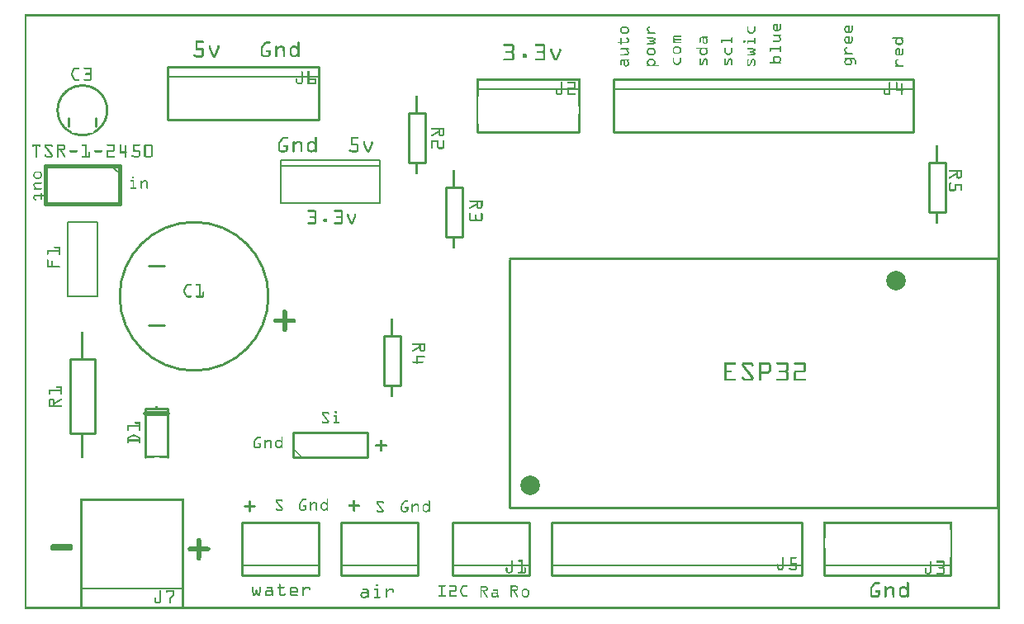
<source format=gto>
G04 MADE WITH FRITZING*
G04 WWW.FRITZING.ORG*
G04 DOUBLE SIDED*
G04 HOLES PLATED*
G04 CONTOUR ON CENTER OF CONTOUR VECTOR*
%ASAXBY*%
%FSLAX23Y23*%
%MOIN*%
%OFA0B0*%
%SFA1.0B1.0*%
%ADD10C,0.078740*%
%ADD11C,0.610000X0.59*%
%ADD12C,0.008000*%
%ADD13C,0.015269*%
%ADD14C,0.005985*%
%ADD15C,0.010000*%
%ADD16C,0.011334*%
%ADD17C,0.020000*%
%ADD18C,0.005000*%
%ADD19R,0.001000X0.001000*%
%LNSILK1*%
G90*
G70*
G54D10*
X2041Y500D03*
X3518Y1328D03*
G54D11*
X684Y1264D03*
G54D12*
X1434Y1639D02*
X1034Y1639D01*
D02*
X1034Y1639D02*
X1034Y1789D01*
D02*
X1034Y1789D02*
X1034Y1814D01*
D02*
X1034Y1814D02*
X1434Y1814D01*
D02*
X1434Y1814D02*
X1434Y1789D01*
D02*
X1434Y1789D02*
X1434Y1639D01*
D02*
X1434Y1789D02*
X1034Y1789D01*
D02*
X294Y1564D02*
X294Y1264D01*
D02*
X294Y1264D02*
X174Y1264D01*
D02*
X174Y1264D02*
X174Y1564D01*
D02*
X174Y1564D02*
X294Y1564D01*
G54D13*
D02*
X383Y1790D02*
X85Y1790D01*
D02*
X85Y1790D02*
X85Y1638D01*
D02*
X85Y1638D02*
X383Y1638D01*
D02*
X383Y1638D02*
X383Y1790D01*
G54D14*
D02*
X348Y1791D02*
X383Y1759D01*
G54D15*
D02*
X1084Y614D02*
X1384Y614D01*
D02*
X1384Y614D02*
X1384Y714D01*
D02*
X1384Y714D02*
X1084Y714D01*
D02*
X1084Y714D02*
X1084Y614D01*
G54D16*
D02*
X1957Y412D02*
X1957Y1412D01*
D02*
X1959Y412D02*
X3928Y412D01*
D02*
X1959Y1416D02*
X3928Y1416D01*
D02*
X3928Y412D02*
X3928Y1412D01*
G54D15*
D02*
X579Y810D02*
X579Y615D01*
D02*
X489Y615D02*
X489Y810D01*
D02*
X489Y810D02*
X579Y810D01*
G54D17*
D02*
X489Y790D02*
X579Y790D01*
G54D15*
D02*
X184Y712D02*
X184Y1012D01*
D02*
X184Y1012D02*
X284Y1012D01*
D02*
X284Y1012D02*
X284Y712D01*
D02*
X284Y712D02*
X184Y712D01*
D02*
X1617Y2004D02*
X1617Y1804D01*
D02*
X1617Y1804D02*
X1551Y1804D01*
D02*
X1551Y1804D02*
X1551Y2004D01*
D02*
X1551Y2004D02*
X1617Y2004D01*
D02*
X3717Y1804D02*
X3717Y1604D01*
D02*
X3717Y1604D02*
X3651Y1604D01*
D02*
X3651Y1604D02*
X3651Y1804D01*
D02*
X3651Y1804D02*
X3717Y1804D01*
D02*
X1767Y1704D02*
X1767Y1504D01*
D02*
X1767Y1504D02*
X1701Y1504D01*
D02*
X1701Y1504D02*
X1701Y1704D01*
D02*
X1701Y1704D02*
X1767Y1704D01*
D02*
X1517Y1104D02*
X1517Y904D01*
D02*
X1517Y904D02*
X1451Y904D01*
D02*
X1451Y904D02*
X1451Y1104D01*
D02*
X1451Y1104D02*
X1517Y1104D01*
D02*
X3739Y352D02*
X3229Y352D01*
D02*
X3229Y136D02*
X3739Y136D01*
G54D18*
D02*
X3229Y176D02*
X3739Y176D01*
G54D15*
D02*
X2039Y352D02*
X1729Y352D01*
D02*
X1729Y352D02*
X1729Y136D01*
D02*
X1729Y136D02*
X2039Y136D01*
D02*
X2039Y136D02*
X2039Y352D01*
G54D18*
D02*
X1729Y176D02*
X2039Y176D01*
G54D15*
D02*
X1189Y352D02*
X879Y352D01*
D02*
X879Y352D02*
X879Y136D01*
D02*
X879Y136D02*
X1189Y136D01*
D02*
X1189Y136D02*
X1189Y352D01*
G54D18*
D02*
X879Y176D02*
X1189Y176D01*
G54D15*
D02*
X1589Y352D02*
X1279Y352D01*
D02*
X1279Y352D02*
X1279Y136D01*
D02*
X1279Y136D02*
X1589Y136D01*
D02*
X1589Y136D02*
X1589Y352D01*
G54D18*
D02*
X1279Y176D02*
X1589Y176D01*
G54D15*
D02*
X2379Y1926D02*
X3589Y1926D01*
D02*
X3589Y1926D02*
X3589Y2142D01*
D02*
X3589Y2142D02*
X2379Y2142D01*
D02*
X2379Y2142D02*
X2379Y1926D01*
G54D18*
D02*
X3589Y2102D02*
X2379Y2102D01*
G54D15*
D02*
X1829Y1926D02*
X2239Y1926D01*
D02*
X2239Y2142D02*
X1829Y2142D01*
G54D18*
D02*
X2239Y2102D02*
X1829Y2102D01*
G54D15*
D02*
X639Y444D02*
X229Y444D01*
G54D18*
D02*
X229Y84D02*
X639Y84D01*
G54D15*
D02*
X3139Y352D02*
X2129Y352D01*
D02*
X2129Y352D02*
X2129Y136D01*
D02*
X2129Y136D02*
X3139Y136D01*
D02*
X3139Y136D02*
X3139Y352D01*
G54D18*
D02*
X2129Y176D02*
X3139Y176D01*
G54D15*
D02*
X579Y1976D02*
X1189Y1976D01*
D02*
X1189Y1976D02*
X1189Y2192D01*
D02*
X1189Y2192D02*
X579Y2192D01*
D02*
X579Y2192D02*
X579Y1976D01*
G54D18*
D02*
X1189Y2152D02*
X579Y2152D01*
G54D19*
X0Y2402D02*
X3936Y2402D01*
X0Y2401D02*
X3936Y2401D01*
X0Y2400D02*
X3936Y2400D01*
X0Y2399D02*
X3936Y2399D01*
X0Y2398D02*
X3936Y2398D01*
X0Y2397D02*
X3936Y2397D01*
X0Y2396D02*
X3936Y2396D01*
X0Y2395D02*
X3936Y2395D01*
X0Y2394D02*
X7Y2394D01*
X3929Y2394D02*
X3936Y2394D01*
X0Y2393D02*
X7Y2393D01*
X3929Y2393D02*
X3936Y2393D01*
X0Y2392D02*
X7Y2392D01*
X3929Y2392D02*
X3936Y2392D01*
X0Y2391D02*
X7Y2391D01*
X3929Y2391D02*
X3936Y2391D01*
X0Y2390D02*
X7Y2390D01*
X3929Y2390D02*
X3936Y2390D01*
X0Y2389D02*
X7Y2389D01*
X3929Y2389D02*
X3936Y2389D01*
X0Y2388D02*
X7Y2388D01*
X3929Y2388D02*
X3936Y2388D01*
X0Y2387D02*
X7Y2387D01*
X3929Y2387D02*
X3936Y2387D01*
X0Y2386D02*
X7Y2386D01*
X3929Y2386D02*
X3936Y2386D01*
X0Y2385D02*
X7Y2385D01*
X3929Y2385D02*
X3936Y2385D01*
X0Y2384D02*
X7Y2384D01*
X3929Y2384D02*
X3936Y2384D01*
X0Y2383D02*
X7Y2383D01*
X3929Y2383D02*
X3936Y2383D01*
X0Y2382D02*
X7Y2382D01*
X3929Y2382D02*
X3936Y2382D01*
X0Y2381D02*
X7Y2381D01*
X3929Y2381D02*
X3936Y2381D01*
X0Y2380D02*
X7Y2380D01*
X3929Y2380D02*
X3936Y2380D01*
X0Y2379D02*
X7Y2379D01*
X3929Y2379D02*
X3936Y2379D01*
X0Y2378D02*
X7Y2378D01*
X3929Y2378D02*
X3936Y2378D01*
X0Y2377D02*
X7Y2377D01*
X3929Y2377D02*
X3936Y2377D01*
X0Y2376D02*
X7Y2376D01*
X3929Y2376D02*
X3936Y2376D01*
X0Y2375D02*
X7Y2375D01*
X3929Y2375D02*
X3936Y2375D01*
X0Y2374D02*
X7Y2374D01*
X3929Y2374D02*
X3936Y2374D01*
X0Y2373D02*
X7Y2373D01*
X3929Y2373D02*
X3936Y2373D01*
X0Y2372D02*
X7Y2372D01*
X3929Y2372D02*
X3936Y2372D01*
X0Y2371D02*
X7Y2371D01*
X3929Y2371D02*
X3936Y2371D01*
X0Y2370D02*
X7Y2370D01*
X3929Y2370D02*
X3936Y2370D01*
X0Y2369D02*
X7Y2369D01*
X3929Y2369D02*
X3936Y2369D01*
X0Y2368D02*
X7Y2368D01*
X3929Y2368D02*
X3936Y2368D01*
X0Y2367D02*
X7Y2367D01*
X3929Y2367D02*
X3936Y2367D01*
X0Y2366D02*
X7Y2366D01*
X3929Y2366D02*
X3936Y2366D01*
X0Y2365D02*
X7Y2365D01*
X3929Y2365D02*
X3936Y2365D01*
X0Y2364D02*
X7Y2364D01*
X3027Y2364D02*
X3040Y2364D01*
X3050Y2364D02*
X3053Y2364D01*
X3929Y2364D02*
X3936Y2364D01*
X0Y2363D02*
X7Y2363D01*
X3026Y2363D02*
X3041Y2363D01*
X3049Y2363D02*
X3054Y2363D01*
X3929Y2363D02*
X3936Y2363D01*
X0Y2362D02*
X7Y2362D01*
X3025Y2362D02*
X3041Y2362D01*
X3049Y2362D02*
X3054Y2362D01*
X3929Y2362D02*
X3936Y2362D01*
X0Y2361D02*
X7Y2361D01*
X3024Y2361D02*
X3041Y2361D01*
X3049Y2361D02*
X3054Y2361D01*
X3929Y2361D02*
X3936Y2361D01*
X0Y2360D02*
X7Y2360D01*
X3023Y2360D02*
X3041Y2360D01*
X3049Y2360D02*
X3054Y2360D01*
X3929Y2360D02*
X3936Y2360D01*
X0Y2359D02*
X7Y2359D01*
X3022Y2359D02*
X3041Y2359D01*
X3049Y2359D02*
X3054Y2359D01*
X3929Y2359D02*
X3936Y2359D01*
X0Y2358D02*
X7Y2358D01*
X3022Y2358D02*
X3028Y2358D01*
X3036Y2358D02*
X3041Y2358D01*
X3049Y2358D02*
X3054Y2358D01*
X3929Y2358D02*
X3936Y2358D01*
X0Y2357D02*
X7Y2357D01*
X3021Y2357D02*
X3027Y2357D01*
X3036Y2357D02*
X3041Y2357D01*
X3049Y2357D02*
X3054Y2357D01*
X3317Y2357D02*
X3328Y2357D01*
X3339Y2357D02*
X3341Y2357D01*
X3929Y2357D02*
X3936Y2357D01*
X0Y2356D02*
X7Y2356D01*
X3021Y2356D02*
X3026Y2356D01*
X3036Y2356D02*
X3041Y2356D01*
X3049Y2356D02*
X3054Y2356D01*
X3315Y2356D02*
X3329Y2356D01*
X3338Y2356D02*
X3342Y2356D01*
X3929Y2356D02*
X3936Y2356D01*
X0Y2355D02*
X7Y2355D01*
X3021Y2355D02*
X3026Y2355D01*
X3036Y2355D02*
X3041Y2355D01*
X3049Y2355D02*
X3054Y2355D01*
X3314Y2355D02*
X3330Y2355D01*
X3338Y2355D02*
X3343Y2355D01*
X3929Y2355D02*
X3936Y2355D01*
X0Y2354D02*
X7Y2354D01*
X3020Y2354D02*
X3026Y2354D01*
X3036Y2354D02*
X3041Y2354D01*
X3049Y2354D02*
X3054Y2354D01*
X3313Y2354D02*
X3330Y2354D01*
X3338Y2354D02*
X3343Y2354D01*
X3929Y2354D02*
X3936Y2354D01*
X0Y2353D02*
X7Y2353D01*
X2415Y2353D02*
X2430Y2353D01*
X2518Y2353D02*
X2525Y2353D01*
X2918Y2353D02*
X2921Y2353D01*
X2946Y2353D02*
X2949Y2353D01*
X3020Y2353D02*
X3026Y2353D01*
X3036Y2353D02*
X3041Y2353D01*
X3049Y2353D02*
X3054Y2353D01*
X3312Y2353D02*
X3330Y2353D01*
X3338Y2353D02*
X3343Y2353D01*
X3929Y2353D02*
X3936Y2353D01*
X0Y2352D02*
X7Y2352D01*
X2412Y2352D02*
X2432Y2352D01*
X2517Y2352D02*
X2525Y2352D01*
X2917Y2352D02*
X2921Y2352D01*
X2945Y2352D02*
X2950Y2352D01*
X3020Y2352D02*
X3026Y2352D01*
X3036Y2352D02*
X3041Y2352D01*
X3049Y2352D02*
X3054Y2352D01*
X3311Y2352D02*
X3330Y2352D01*
X3338Y2352D02*
X3343Y2352D01*
X3929Y2352D02*
X3936Y2352D01*
X0Y2351D02*
X7Y2351D01*
X2411Y2351D02*
X2434Y2351D01*
X2516Y2351D02*
X2526Y2351D01*
X2917Y2351D02*
X2922Y2351D01*
X2945Y2351D02*
X2950Y2351D01*
X3020Y2351D02*
X3026Y2351D01*
X3036Y2351D02*
X3041Y2351D01*
X3049Y2351D02*
X3054Y2351D01*
X3311Y2351D02*
X3318Y2351D01*
X3325Y2351D02*
X3330Y2351D01*
X3338Y2351D02*
X3343Y2351D01*
X3929Y2351D02*
X3936Y2351D01*
X0Y2350D02*
X7Y2350D01*
X2410Y2350D02*
X2435Y2350D01*
X2515Y2350D02*
X2526Y2350D01*
X2917Y2350D02*
X2922Y2350D01*
X2945Y2350D02*
X2950Y2350D01*
X3020Y2350D02*
X3026Y2350D01*
X3036Y2350D02*
X3041Y2350D01*
X3049Y2350D02*
X3054Y2350D01*
X3310Y2350D02*
X3317Y2350D01*
X3325Y2350D02*
X3330Y2350D01*
X3338Y2350D02*
X3343Y2350D01*
X3929Y2350D02*
X3936Y2350D01*
X0Y2349D02*
X7Y2349D01*
X2409Y2349D02*
X2436Y2349D01*
X2514Y2349D02*
X2525Y2349D01*
X2917Y2349D02*
X2922Y2349D01*
X2945Y2349D02*
X2950Y2349D01*
X3020Y2349D02*
X3026Y2349D01*
X3036Y2349D02*
X3041Y2349D01*
X3049Y2349D02*
X3054Y2349D01*
X3310Y2349D02*
X3316Y2349D01*
X3325Y2349D02*
X3330Y2349D01*
X3338Y2349D02*
X3343Y2349D01*
X3929Y2349D02*
X3936Y2349D01*
X0Y2348D02*
X7Y2348D01*
X2408Y2348D02*
X2437Y2348D01*
X2514Y2348D02*
X2524Y2348D01*
X2917Y2348D02*
X2922Y2348D01*
X2945Y2348D02*
X2950Y2348D01*
X3020Y2348D02*
X3026Y2348D01*
X3036Y2348D02*
X3041Y2348D01*
X3049Y2348D02*
X3054Y2348D01*
X3309Y2348D02*
X3315Y2348D01*
X3325Y2348D02*
X3330Y2348D01*
X3338Y2348D02*
X3343Y2348D01*
X3929Y2348D02*
X3936Y2348D01*
X0Y2347D02*
X7Y2347D01*
X2407Y2347D02*
X2416Y2347D01*
X2429Y2347D02*
X2437Y2347D01*
X2513Y2347D02*
X2519Y2347D01*
X2917Y2347D02*
X2922Y2347D01*
X2945Y2347D02*
X2950Y2347D01*
X3020Y2347D02*
X3026Y2347D01*
X3036Y2347D02*
X3041Y2347D01*
X3049Y2347D02*
X3054Y2347D01*
X3309Y2347D02*
X3315Y2347D01*
X3325Y2347D02*
X3330Y2347D01*
X3338Y2347D02*
X3343Y2347D01*
X3929Y2347D02*
X3936Y2347D01*
X0Y2346D02*
X7Y2346D01*
X2407Y2346D02*
X2413Y2346D01*
X2431Y2346D02*
X2438Y2346D01*
X2513Y2346D02*
X2518Y2346D01*
X2917Y2346D02*
X2922Y2346D01*
X2945Y2346D02*
X2950Y2346D01*
X3020Y2346D02*
X3026Y2346D01*
X3036Y2346D02*
X3041Y2346D01*
X3049Y2346D02*
X3054Y2346D01*
X3309Y2346D02*
X3314Y2346D01*
X3325Y2346D02*
X3330Y2346D01*
X3338Y2346D02*
X3343Y2346D01*
X3929Y2346D02*
X3936Y2346D01*
X0Y2345D02*
X7Y2345D01*
X2406Y2345D02*
X2412Y2345D01*
X2432Y2345D02*
X2438Y2345D01*
X2513Y2345D02*
X2518Y2345D01*
X2917Y2345D02*
X2922Y2345D01*
X2945Y2345D02*
X2950Y2345D01*
X3020Y2345D02*
X3026Y2345D01*
X3036Y2345D02*
X3041Y2345D01*
X3048Y2345D02*
X3054Y2345D01*
X3309Y2345D02*
X3314Y2345D01*
X3325Y2345D02*
X3330Y2345D01*
X3338Y2345D02*
X3343Y2345D01*
X3929Y2345D02*
X3936Y2345D01*
X0Y2344D02*
X7Y2344D01*
X2406Y2344D02*
X2412Y2344D01*
X2433Y2344D02*
X2439Y2344D01*
X2513Y2344D02*
X2518Y2344D01*
X2917Y2344D02*
X2922Y2344D01*
X2945Y2344D02*
X2950Y2344D01*
X3021Y2344D02*
X3026Y2344D01*
X3036Y2344D02*
X3041Y2344D01*
X3048Y2344D02*
X3054Y2344D01*
X3309Y2344D02*
X3314Y2344D01*
X3325Y2344D02*
X3330Y2344D01*
X3338Y2344D02*
X3343Y2344D01*
X3929Y2344D02*
X3936Y2344D01*
X0Y2343D02*
X7Y2343D01*
X2406Y2343D02*
X2411Y2343D01*
X2434Y2343D02*
X2439Y2343D01*
X2513Y2343D02*
X2518Y2343D01*
X2917Y2343D02*
X2922Y2343D01*
X2945Y2343D02*
X2950Y2343D01*
X3021Y2343D02*
X3027Y2343D01*
X3036Y2343D02*
X3041Y2343D01*
X3047Y2343D02*
X3053Y2343D01*
X3309Y2343D02*
X3314Y2343D01*
X3325Y2343D02*
X3330Y2343D01*
X3338Y2343D02*
X3343Y2343D01*
X3929Y2343D02*
X3936Y2343D01*
X0Y2342D02*
X7Y2342D01*
X2406Y2342D02*
X2411Y2342D01*
X2434Y2342D02*
X2439Y2342D01*
X2513Y2342D02*
X2518Y2342D01*
X2917Y2342D02*
X2922Y2342D01*
X2945Y2342D02*
X2950Y2342D01*
X3021Y2342D02*
X3028Y2342D01*
X3036Y2342D02*
X3041Y2342D01*
X3046Y2342D02*
X3053Y2342D01*
X3309Y2342D02*
X3314Y2342D01*
X3325Y2342D02*
X3330Y2342D01*
X3338Y2342D02*
X3343Y2342D01*
X3929Y2342D02*
X3936Y2342D01*
X0Y2341D02*
X7Y2341D01*
X2406Y2341D02*
X2411Y2341D01*
X2434Y2341D02*
X2439Y2341D01*
X2513Y2341D02*
X2518Y2341D01*
X2917Y2341D02*
X2922Y2341D01*
X2945Y2341D02*
X2950Y2341D01*
X3022Y2341D02*
X3030Y2341D01*
X3036Y2341D02*
X3041Y2341D01*
X3044Y2341D02*
X3052Y2341D01*
X3309Y2341D02*
X3314Y2341D01*
X3325Y2341D02*
X3330Y2341D01*
X3338Y2341D02*
X3343Y2341D01*
X3929Y2341D02*
X3936Y2341D01*
X0Y2340D02*
X7Y2340D01*
X2406Y2340D02*
X2411Y2340D01*
X2434Y2340D02*
X2439Y2340D01*
X2513Y2340D02*
X2518Y2340D01*
X2917Y2340D02*
X2922Y2340D01*
X2945Y2340D02*
X2950Y2340D01*
X3023Y2340D02*
X3052Y2340D01*
X3309Y2340D02*
X3314Y2340D01*
X3325Y2340D02*
X3330Y2340D01*
X3338Y2340D02*
X3343Y2340D01*
X3929Y2340D02*
X3936Y2340D01*
X0Y2339D02*
X7Y2339D01*
X2406Y2339D02*
X2411Y2339D01*
X2434Y2339D02*
X2439Y2339D01*
X2513Y2339D02*
X2519Y2339D01*
X2917Y2339D02*
X2922Y2339D01*
X2945Y2339D02*
X2950Y2339D01*
X3024Y2339D02*
X3051Y2339D01*
X3309Y2339D02*
X3314Y2339D01*
X3325Y2339D02*
X3330Y2339D01*
X3338Y2339D02*
X3343Y2339D01*
X3929Y2339D02*
X3936Y2339D01*
X0Y2338D02*
X7Y2338D01*
X2406Y2338D02*
X2411Y2338D01*
X2434Y2338D02*
X2439Y2338D01*
X2513Y2338D02*
X2520Y2338D01*
X2917Y2338D02*
X2922Y2338D01*
X2945Y2338D02*
X2950Y2338D01*
X3024Y2338D02*
X3050Y2338D01*
X3309Y2338D02*
X3315Y2338D01*
X3325Y2338D02*
X3330Y2338D01*
X3337Y2338D02*
X3343Y2338D01*
X3929Y2338D02*
X3936Y2338D01*
X0Y2337D02*
X7Y2337D01*
X2406Y2337D02*
X2411Y2337D01*
X2434Y2337D02*
X2439Y2337D01*
X2513Y2337D02*
X2521Y2337D01*
X2917Y2337D02*
X2922Y2337D01*
X2945Y2337D02*
X2950Y2337D01*
X3026Y2337D02*
X3049Y2337D01*
X3309Y2337D02*
X3315Y2337D01*
X3325Y2337D02*
X3330Y2337D01*
X3337Y2337D02*
X3343Y2337D01*
X3929Y2337D02*
X3936Y2337D01*
X0Y2336D02*
X7Y2336D01*
X2406Y2336D02*
X2411Y2336D01*
X2434Y2336D02*
X2439Y2336D01*
X2514Y2336D02*
X2521Y2336D01*
X2917Y2336D02*
X2923Y2336D01*
X2944Y2336D02*
X2950Y2336D01*
X3027Y2336D02*
X3047Y2336D01*
X3310Y2336D02*
X3316Y2336D01*
X3325Y2336D02*
X3330Y2336D01*
X3336Y2336D02*
X3342Y2336D01*
X3929Y2336D02*
X3936Y2336D01*
X0Y2335D02*
X7Y2335D01*
X2406Y2335D02*
X2411Y2335D01*
X2434Y2335D02*
X2439Y2335D01*
X2515Y2335D02*
X2522Y2335D01*
X2917Y2335D02*
X2923Y2335D01*
X2943Y2335D02*
X2950Y2335D01*
X3029Y2335D02*
X3045Y2335D01*
X3310Y2335D02*
X3317Y2335D01*
X3325Y2335D02*
X3330Y2335D01*
X3335Y2335D02*
X3342Y2335D01*
X3929Y2335D02*
X3936Y2335D01*
X0Y2334D02*
X7Y2334D01*
X2406Y2334D02*
X2411Y2334D01*
X2434Y2334D02*
X2439Y2334D01*
X2516Y2334D02*
X2523Y2334D01*
X2918Y2334D02*
X2924Y2334D01*
X2943Y2334D02*
X2949Y2334D01*
X3311Y2334D02*
X3318Y2334D01*
X3325Y2334D02*
X3330Y2334D01*
X3334Y2334D02*
X3341Y2334D01*
X3929Y2334D02*
X3936Y2334D01*
X0Y2333D02*
X7Y2333D01*
X2406Y2333D02*
X2411Y2333D01*
X2434Y2333D02*
X2439Y2333D01*
X2517Y2333D02*
X2524Y2333D01*
X2918Y2333D02*
X2925Y2333D01*
X2942Y2333D02*
X2949Y2333D01*
X3311Y2333D02*
X3341Y2333D01*
X3929Y2333D02*
X3936Y2333D01*
X0Y2332D02*
X7Y2332D01*
X2406Y2332D02*
X2412Y2332D01*
X2433Y2332D02*
X2439Y2332D01*
X2518Y2332D02*
X2525Y2332D01*
X2919Y2332D02*
X2926Y2332D01*
X2941Y2332D02*
X2948Y2332D01*
X3312Y2332D02*
X3340Y2332D01*
X3929Y2332D02*
X3936Y2332D01*
X0Y2331D02*
X7Y2331D01*
X2406Y2331D02*
X2413Y2331D01*
X2432Y2331D02*
X2438Y2331D01*
X2519Y2331D02*
X2526Y2331D01*
X2920Y2331D02*
X2927Y2331D01*
X2940Y2331D02*
X2947Y2331D01*
X3313Y2331D02*
X3339Y2331D01*
X3929Y2331D02*
X3936Y2331D01*
X0Y2330D02*
X7Y2330D01*
X2407Y2330D02*
X2413Y2330D01*
X2431Y2330D02*
X2438Y2330D01*
X2519Y2330D02*
X2527Y2330D01*
X2920Y2330D02*
X2928Y2330D01*
X2939Y2330D02*
X2946Y2330D01*
X3314Y2330D02*
X3338Y2330D01*
X3929Y2330D02*
X3936Y2330D01*
X0Y2329D02*
X7Y2329D01*
X2407Y2329D02*
X2437Y2329D01*
X2514Y2329D02*
X2545Y2329D01*
X2921Y2329D02*
X2945Y2329D01*
X3315Y2329D02*
X3337Y2329D01*
X3929Y2329D02*
X3936Y2329D01*
X0Y2328D02*
X7Y2328D01*
X2408Y2328D02*
X2437Y2328D01*
X2513Y2328D02*
X2546Y2328D01*
X2922Y2328D02*
X2944Y2328D01*
X3317Y2328D02*
X3335Y2328D01*
X3929Y2328D02*
X3936Y2328D01*
X0Y2327D02*
X7Y2327D01*
X2409Y2327D02*
X2436Y2327D01*
X2513Y2327D02*
X2546Y2327D01*
X2923Y2327D02*
X2944Y2327D01*
X3929Y2327D02*
X3936Y2327D01*
X0Y2326D02*
X7Y2326D01*
X2410Y2326D02*
X2435Y2326D01*
X2513Y2326D02*
X2546Y2326D01*
X2924Y2326D02*
X2943Y2326D01*
X3929Y2326D02*
X3936Y2326D01*
X0Y2325D02*
X7Y2325D01*
X2411Y2325D02*
X2434Y2325D01*
X2514Y2325D02*
X2546Y2325D01*
X2925Y2325D02*
X2941Y2325D01*
X3929Y2325D02*
X3936Y2325D01*
X0Y2324D02*
X7Y2324D01*
X2413Y2324D02*
X2432Y2324D01*
X2515Y2324D02*
X2545Y2324D01*
X2928Y2324D02*
X2939Y2324D01*
X3929Y2324D02*
X3936Y2324D01*
X0Y2323D02*
X7Y2323D01*
X2416Y2323D02*
X2428Y2323D01*
X3929Y2323D02*
X3936Y2323D01*
X0Y2322D02*
X7Y2322D01*
X3929Y2322D02*
X3936Y2322D01*
X0Y2321D02*
X7Y2321D01*
X3023Y2321D02*
X3051Y2321D01*
X3929Y2321D02*
X3936Y2321D01*
X0Y2320D02*
X7Y2320D01*
X3021Y2320D02*
X3053Y2320D01*
X3929Y2320D02*
X3936Y2320D01*
X0Y2319D02*
X7Y2319D01*
X3021Y2319D02*
X3054Y2319D01*
X3929Y2319D02*
X3936Y2319D01*
X0Y2318D02*
X7Y2318D01*
X3020Y2318D02*
X3054Y2318D01*
X3929Y2318D02*
X3936Y2318D01*
X0Y2317D02*
X7Y2317D01*
X3021Y2317D02*
X3054Y2317D01*
X3929Y2317D02*
X3936Y2317D01*
X0Y2316D02*
X7Y2316D01*
X2625Y2316D02*
X2649Y2316D01*
X3021Y2316D02*
X3053Y2316D01*
X3929Y2316D02*
X3936Y2316D01*
X0Y2315D02*
X7Y2315D01*
X2620Y2315D02*
X2650Y2315D01*
X3024Y2315D02*
X3050Y2315D01*
X3929Y2315D02*
X3936Y2315D01*
X0Y2314D02*
X7Y2314D01*
X2619Y2314D02*
X2650Y2314D01*
X3043Y2314D02*
X3049Y2314D01*
X3929Y2314D02*
X3936Y2314D01*
X0Y2313D02*
X7Y2313D01*
X2618Y2313D02*
X2650Y2313D01*
X3044Y2313D02*
X3050Y2313D01*
X3317Y2313D02*
X3329Y2313D01*
X3339Y2313D02*
X3341Y2313D01*
X3929Y2313D02*
X3936Y2313D01*
X0Y2312D02*
X7Y2312D01*
X2618Y2312D02*
X2649Y2312D01*
X2734Y2312D02*
X2756Y2312D01*
X3044Y2312D02*
X3051Y2312D01*
X3315Y2312D02*
X3329Y2312D01*
X3338Y2312D02*
X3342Y2312D01*
X3929Y2312D02*
X3936Y2312D01*
X0Y2311D02*
X7Y2311D01*
X2617Y2311D02*
X2648Y2311D01*
X2729Y2311D02*
X2757Y2311D01*
X3045Y2311D02*
X3051Y2311D01*
X3314Y2311D02*
X3330Y2311D01*
X3338Y2311D02*
X3343Y2311D01*
X3929Y2311D02*
X3936Y2311D01*
X0Y2310D02*
X7Y2310D01*
X2514Y2310D02*
X2533Y2310D01*
X2617Y2310D02*
X2626Y2310D01*
X2728Y2310D02*
X2757Y2310D01*
X3046Y2310D02*
X3052Y2310D01*
X3313Y2310D02*
X3330Y2310D01*
X3338Y2310D02*
X3343Y2310D01*
X3929Y2310D02*
X3936Y2310D01*
X0Y2309D02*
X7Y2309D01*
X2430Y2309D02*
X2433Y2309D01*
X2513Y2309D02*
X2537Y2309D01*
X2617Y2309D02*
X2622Y2309D01*
X2727Y2309D02*
X2757Y2309D01*
X2854Y2309D02*
X2856Y2309D01*
X3046Y2309D02*
X3052Y2309D01*
X3312Y2309D02*
X3330Y2309D01*
X3338Y2309D02*
X3343Y2309D01*
X3504Y2309D02*
X3544Y2309D01*
X3929Y2309D02*
X3936Y2309D01*
X0Y2308D02*
X7Y2308D01*
X2429Y2308D02*
X2435Y2308D01*
X2513Y2308D02*
X2540Y2308D01*
X2617Y2308D02*
X2622Y2308D01*
X2726Y2308D02*
X2757Y2308D01*
X2853Y2308D02*
X2857Y2308D01*
X3047Y2308D02*
X3053Y2308D01*
X3311Y2308D02*
X3330Y2308D01*
X3338Y2308D02*
X3343Y2308D01*
X3502Y2308D02*
X3546Y2308D01*
X3929Y2308D02*
X3936Y2308D01*
X0Y2307D02*
X7Y2307D01*
X2429Y2307D02*
X2436Y2307D01*
X2513Y2307D02*
X2544Y2307D01*
X2617Y2307D02*
X2623Y2307D01*
X2725Y2307D02*
X2756Y2307D01*
X2852Y2307D02*
X2857Y2307D01*
X3047Y2307D02*
X3053Y2307D01*
X3311Y2307D02*
X3318Y2307D01*
X3325Y2307D02*
X3330Y2307D01*
X3338Y2307D02*
X3343Y2307D01*
X3501Y2307D02*
X3547Y2307D01*
X3929Y2307D02*
X3936Y2307D01*
X0Y2306D02*
X7Y2306D01*
X2408Y2306D02*
X2409Y2306D01*
X2429Y2306D02*
X2437Y2306D01*
X2513Y2306D02*
X2546Y2306D01*
X2617Y2306D02*
X2624Y2306D01*
X2725Y2306D02*
X2744Y2306D01*
X2749Y2306D02*
X2755Y2306D01*
X2852Y2306D02*
X2858Y2306D01*
X2946Y2306D02*
X2949Y2306D01*
X3048Y2306D02*
X3054Y2306D01*
X3310Y2306D02*
X3316Y2306D01*
X3325Y2306D02*
X3330Y2306D01*
X3338Y2306D02*
X3343Y2306D01*
X3501Y2306D02*
X3547Y2306D01*
X3929Y2306D02*
X3936Y2306D01*
X0Y2305D02*
X7Y2305D01*
X2406Y2305D02*
X2410Y2305D01*
X2429Y2305D02*
X2438Y2305D01*
X2515Y2305D02*
X2546Y2305D01*
X2618Y2305D02*
X2625Y2305D01*
X2724Y2305D02*
X2730Y2305D01*
X2737Y2305D02*
X2743Y2305D01*
X2749Y2305D02*
X2755Y2305D01*
X2852Y2305D02*
X2858Y2305D01*
X2945Y2305D02*
X2950Y2305D01*
X3049Y2305D02*
X3054Y2305D01*
X3310Y2305D02*
X3315Y2305D01*
X3325Y2305D02*
X3330Y2305D01*
X3338Y2305D02*
X3343Y2305D01*
X3501Y2305D02*
X3547Y2305D01*
X3929Y2305D02*
X3936Y2305D01*
X0Y2304D02*
X7Y2304D01*
X2406Y2304D02*
X2411Y2304D01*
X2430Y2304D02*
X2438Y2304D01*
X2531Y2304D02*
X2546Y2304D01*
X2619Y2304D02*
X2648Y2304D01*
X2724Y2304D02*
X2729Y2304D01*
X2737Y2304D02*
X2742Y2304D01*
X2750Y2304D02*
X2756Y2304D01*
X2852Y2304D02*
X2858Y2304D01*
X2945Y2304D02*
X2950Y2304D01*
X3049Y2304D02*
X3054Y2304D01*
X3309Y2304D02*
X3315Y2304D01*
X3325Y2304D02*
X3330Y2304D01*
X3338Y2304D02*
X3343Y2304D01*
X3502Y2304D02*
X3546Y2304D01*
X3929Y2304D02*
X3936Y2304D01*
X0Y2303D02*
X7Y2303D01*
X2406Y2303D02*
X2411Y2303D01*
X2432Y2303D02*
X2439Y2303D01*
X2537Y2303D02*
X2546Y2303D01*
X2619Y2303D02*
X2650Y2303D01*
X2724Y2303D02*
X2729Y2303D01*
X2737Y2303D02*
X2742Y2303D01*
X2750Y2303D02*
X2757Y2303D01*
X2852Y2303D02*
X2858Y2303D01*
X2945Y2303D02*
X2950Y2303D01*
X3049Y2303D02*
X3054Y2303D01*
X3309Y2303D02*
X3315Y2303D01*
X3325Y2303D02*
X3330Y2303D01*
X3338Y2303D02*
X3343Y2303D01*
X3503Y2303D02*
X3544Y2303D01*
X3929Y2303D02*
X3936Y2303D01*
X0Y2302D02*
X7Y2302D01*
X2406Y2302D02*
X2411Y2302D01*
X2433Y2302D02*
X2439Y2302D01*
X2540Y2302D02*
X2546Y2302D01*
X2619Y2302D02*
X2650Y2302D01*
X2724Y2302D02*
X2729Y2302D01*
X2737Y2302D02*
X2742Y2302D01*
X2751Y2302D02*
X2757Y2302D01*
X2852Y2302D02*
X2858Y2302D01*
X2945Y2302D02*
X2950Y2302D01*
X3049Y2302D02*
X3054Y2302D01*
X3309Y2302D02*
X3314Y2302D01*
X3325Y2302D02*
X3330Y2302D01*
X3338Y2302D02*
X3343Y2302D01*
X3517Y2302D02*
X3524Y2302D01*
X3537Y2302D02*
X3544Y2302D01*
X3929Y2302D02*
X3936Y2302D01*
X0Y2301D02*
X7Y2301D01*
X2406Y2301D02*
X2411Y2301D01*
X2434Y2301D02*
X2439Y2301D01*
X2538Y2301D02*
X2546Y2301D01*
X2618Y2301D02*
X2650Y2301D01*
X2724Y2301D02*
X2729Y2301D01*
X2737Y2301D02*
X2742Y2301D01*
X2752Y2301D02*
X2757Y2301D01*
X2852Y2301D02*
X2858Y2301D01*
X2945Y2301D02*
X2950Y2301D01*
X3049Y2301D02*
X3054Y2301D01*
X3309Y2301D02*
X3314Y2301D01*
X3325Y2301D02*
X3330Y2301D01*
X3338Y2301D02*
X3343Y2301D01*
X3516Y2301D02*
X3523Y2301D01*
X3537Y2301D02*
X3545Y2301D01*
X3929Y2301D02*
X3936Y2301D01*
X0Y2300D02*
X7Y2300D01*
X2406Y2300D02*
X2411Y2300D01*
X2434Y2300D02*
X2439Y2300D01*
X2537Y2300D02*
X2546Y2300D01*
X2617Y2300D02*
X2650Y2300D01*
X2724Y2300D02*
X2729Y2300D01*
X2737Y2300D02*
X2742Y2300D01*
X2752Y2300D02*
X2758Y2300D01*
X2812Y2300D02*
X2858Y2300D01*
X2945Y2300D02*
X2950Y2300D01*
X3049Y2300D02*
X3054Y2300D01*
X3309Y2300D02*
X3314Y2300D01*
X3325Y2300D02*
X3330Y2300D01*
X3338Y2300D02*
X3343Y2300D01*
X3515Y2300D02*
X3522Y2300D01*
X3538Y2300D02*
X3545Y2300D01*
X3929Y2300D02*
X3936Y2300D01*
X0Y2299D02*
X7Y2299D01*
X2406Y2299D02*
X2411Y2299D01*
X2434Y2299D02*
X2439Y2299D01*
X2535Y2299D02*
X2546Y2299D01*
X2617Y2299D02*
X2649Y2299D01*
X2724Y2299D02*
X2729Y2299D01*
X2737Y2299D02*
X2742Y2299D01*
X2752Y2299D02*
X2758Y2299D01*
X2812Y2299D02*
X2858Y2299D01*
X2945Y2299D02*
X2950Y2299D01*
X3048Y2299D02*
X3054Y2299D01*
X3309Y2299D02*
X3314Y2299D01*
X3325Y2299D02*
X3330Y2299D01*
X3338Y2299D02*
X3343Y2299D01*
X3515Y2299D02*
X3522Y2299D01*
X3539Y2299D02*
X3546Y2299D01*
X3929Y2299D02*
X3936Y2299D01*
X0Y2298D02*
X7Y2298D01*
X2406Y2298D02*
X2411Y2298D01*
X2434Y2298D02*
X2439Y2298D01*
X2533Y2298D02*
X2544Y2298D01*
X2617Y2298D02*
X2622Y2298D01*
X2724Y2298D02*
X2729Y2298D01*
X2737Y2298D02*
X2742Y2298D01*
X2752Y2298D02*
X2758Y2298D01*
X2811Y2298D02*
X2858Y2298D01*
X2945Y2298D02*
X2950Y2298D01*
X3047Y2298D02*
X3053Y2298D01*
X3309Y2298D02*
X3314Y2298D01*
X3325Y2298D02*
X3330Y2298D01*
X3338Y2298D02*
X3343Y2298D01*
X3514Y2298D02*
X3521Y2298D01*
X3540Y2298D02*
X3546Y2298D01*
X3929Y2298D02*
X3936Y2298D01*
X0Y2297D02*
X7Y2297D01*
X2406Y2297D02*
X2411Y2297D01*
X2434Y2297D02*
X2439Y2297D01*
X2524Y2297D02*
X2543Y2297D01*
X2617Y2297D02*
X2622Y2297D01*
X2724Y2297D02*
X2729Y2297D01*
X2737Y2297D02*
X2742Y2297D01*
X2752Y2297D02*
X2758Y2297D01*
X2811Y2297D02*
X2858Y2297D01*
X2902Y2297D02*
X2908Y2297D01*
X2918Y2297D02*
X2950Y2297D01*
X3023Y2297D02*
X3053Y2297D01*
X3309Y2297D02*
X3314Y2297D01*
X3325Y2297D02*
X3330Y2297D01*
X3338Y2297D02*
X3343Y2297D01*
X3514Y2297D02*
X3520Y2297D01*
X3541Y2297D02*
X3547Y2297D01*
X3929Y2297D02*
X3936Y2297D01*
X0Y2296D02*
X7Y2296D01*
X2406Y2296D02*
X2411Y2296D01*
X2434Y2296D02*
X2439Y2296D01*
X2524Y2296D02*
X2541Y2296D01*
X2617Y2296D02*
X2622Y2296D01*
X2724Y2296D02*
X2729Y2296D01*
X2737Y2296D02*
X2742Y2296D01*
X2752Y2296D02*
X2758Y2296D01*
X2811Y2296D02*
X2858Y2296D01*
X2902Y2296D02*
X2909Y2296D01*
X2917Y2296D02*
X2950Y2296D01*
X3021Y2296D02*
X3052Y2296D01*
X3309Y2296D02*
X3314Y2296D01*
X3325Y2296D02*
X3330Y2296D01*
X3338Y2296D02*
X3343Y2296D01*
X3514Y2296D02*
X3519Y2296D01*
X3542Y2296D02*
X3547Y2296D01*
X3929Y2296D02*
X3936Y2296D01*
X0Y2295D02*
X7Y2295D01*
X690Y2295D02*
X722Y2295D01*
X2406Y2295D02*
X2411Y2295D01*
X2434Y2295D02*
X2439Y2295D01*
X2523Y2295D02*
X2540Y2295D01*
X2617Y2295D02*
X2623Y2295D01*
X2724Y2295D02*
X2729Y2295D01*
X2737Y2295D02*
X2742Y2295D01*
X2752Y2295D02*
X2758Y2295D01*
X2811Y2295D02*
X2858Y2295D01*
X2901Y2295D02*
X2909Y2295D01*
X2917Y2295D02*
X2950Y2295D01*
X3021Y2295D02*
X3052Y2295D01*
X3309Y2295D02*
X3314Y2295D01*
X3325Y2295D02*
X3330Y2295D01*
X3338Y2295D02*
X3343Y2295D01*
X3514Y2295D02*
X3519Y2295D01*
X3542Y2295D02*
X3547Y2295D01*
X3929Y2295D02*
X3936Y2295D01*
X0Y2294D02*
X7Y2294D01*
X690Y2294D02*
X723Y2294D01*
X2406Y2294D02*
X2411Y2294D01*
X2434Y2294D02*
X2439Y2294D01*
X2523Y2294D02*
X2541Y2294D01*
X2617Y2294D02*
X2624Y2294D01*
X2724Y2294D02*
X2729Y2294D01*
X2737Y2294D02*
X2742Y2294D01*
X2752Y2294D02*
X2758Y2294D01*
X2811Y2294D02*
X2816Y2294D01*
X2852Y2294D02*
X2858Y2294D01*
X2901Y2294D02*
X2909Y2294D01*
X2917Y2294D02*
X2950Y2294D01*
X3020Y2294D02*
X3051Y2294D01*
X3309Y2294D02*
X3315Y2294D01*
X3325Y2294D02*
X3330Y2294D01*
X3337Y2294D02*
X3343Y2294D01*
X3514Y2294D02*
X3519Y2294D01*
X3542Y2294D02*
X3547Y2294D01*
X3929Y2294D02*
X3936Y2294D01*
X0Y2293D02*
X7Y2293D01*
X690Y2293D02*
X723Y2293D01*
X2406Y2293D02*
X2411Y2293D01*
X2434Y2293D02*
X2439Y2293D01*
X2524Y2293D02*
X2542Y2293D01*
X2618Y2293D02*
X2625Y2293D01*
X2724Y2293D02*
X2729Y2293D01*
X2737Y2293D02*
X2742Y2293D01*
X2752Y2293D02*
X2758Y2293D01*
X2811Y2293D02*
X2816Y2293D01*
X2852Y2293D02*
X2858Y2293D01*
X2901Y2293D02*
X2909Y2293D01*
X2917Y2293D02*
X2950Y2293D01*
X3021Y2293D02*
X3049Y2293D01*
X3309Y2293D02*
X3315Y2293D01*
X3325Y2293D02*
X3330Y2293D01*
X3337Y2293D02*
X3342Y2293D01*
X3514Y2293D02*
X3519Y2293D01*
X3542Y2293D02*
X3547Y2293D01*
X3929Y2293D02*
X3936Y2293D01*
X0Y2292D02*
X7Y2292D01*
X690Y2292D02*
X724Y2292D01*
X974Y2292D02*
X991Y2292D01*
X1104Y2292D02*
X1108Y2292D01*
X2406Y2292D02*
X2411Y2292D01*
X2433Y2292D02*
X2439Y2292D01*
X2526Y2292D02*
X2544Y2292D01*
X2619Y2292D02*
X2626Y2292D01*
X2724Y2292D02*
X2729Y2292D01*
X2737Y2292D02*
X2742Y2292D01*
X2752Y2292D02*
X2758Y2292D01*
X2811Y2292D02*
X2816Y2292D01*
X2852Y2292D02*
X2858Y2292D01*
X2901Y2292D02*
X2909Y2292D01*
X2917Y2292D02*
X2950Y2292D01*
X3021Y2292D02*
X3047Y2292D01*
X3310Y2292D02*
X3316Y2292D01*
X3325Y2292D02*
X3330Y2292D01*
X3336Y2292D02*
X3342Y2292D01*
X3514Y2292D02*
X3519Y2292D01*
X3542Y2292D02*
X3547Y2292D01*
X3929Y2292D02*
X3936Y2292D01*
X0Y2291D02*
X7Y2291D01*
X690Y2291D02*
X724Y2291D01*
X972Y2291D02*
X992Y2291D01*
X1103Y2291D02*
X1109Y2291D01*
X2397Y2291D02*
X2438Y2291D01*
X2535Y2291D02*
X2545Y2291D01*
X2618Y2291D02*
X2649Y2291D01*
X2724Y2291D02*
X2729Y2291D01*
X2737Y2291D02*
X2742Y2291D01*
X2752Y2291D02*
X2757Y2291D01*
X2811Y2291D02*
X2816Y2291D01*
X2852Y2291D02*
X2858Y2291D01*
X2901Y2291D02*
X2909Y2291D01*
X2917Y2291D02*
X2922Y2291D01*
X2945Y2291D02*
X2950Y2291D01*
X3023Y2291D02*
X3023Y2291D01*
X3310Y2291D02*
X3317Y2291D01*
X3325Y2291D02*
X3330Y2291D01*
X3335Y2291D02*
X3342Y2291D01*
X3514Y2291D02*
X3519Y2291D01*
X3542Y2291D02*
X3547Y2291D01*
X3929Y2291D02*
X3936Y2291D01*
X0Y2290D02*
X7Y2290D01*
X690Y2290D02*
X723Y2290D01*
X970Y2290D02*
X993Y2290D01*
X1103Y2290D02*
X1109Y2290D01*
X2396Y2290D02*
X2438Y2290D01*
X2536Y2290D02*
X2546Y2290D01*
X2617Y2290D02*
X2650Y2290D01*
X2725Y2290D02*
X2729Y2290D01*
X2737Y2290D02*
X2743Y2290D01*
X2752Y2290D02*
X2757Y2290D01*
X2811Y2290D02*
X2816Y2290D01*
X2852Y2290D02*
X2858Y2290D01*
X2902Y2290D02*
X2908Y2290D01*
X2917Y2290D02*
X2922Y2290D01*
X2945Y2290D02*
X2950Y2290D01*
X3311Y2290D02*
X3318Y2290D01*
X3325Y2290D02*
X3330Y2290D01*
X3334Y2290D02*
X3341Y2290D01*
X3514Y2290D02*
X3519Y2290D01*
X3542Y2290D02*
X3547Y2290D01*
X3929Y2290D02*
X3936Y2290D01*
X0Y2289D02*
X7Y2289D01*
X690Y2289D02*
X723Y2289D01*
X969Y2289D02*
X993Y2289D01*
X1102Y2289D02*
X1110Y2289D01*
X2395Y2289D02*
X2437Y2289D01*
X2538Y2289D02*
X2546Y2289D01*
X2617Y2289D02*
X2650Y2289D01*
X2726Y2289D02*
X2728Y2289D01*
X2737Y2289D02*
X2744Y2289D01*
X2751Y2289D02*
X2757Y2289D01*
X2811Y2289D02*
X2816Y2289D01*
X2852Y2289D02*
X2858Y2289D01*
X2903Y2289D02*
X2907Y2289D01*
X2917Y2289D02*
X2922Y2289D01*
X2945Y2289D02*
X2950Y2289D01*
X3311Y2289D02*
X3341Y2289D01*
X3514Y2289D02*
X3519Y2289D01*
X3542Y2289D02*
X3547Y2289D01*
X3929Y2289D02*
X3936Y2289D01*
X0Y2288D02*
X7Y2288D01*
X690Y2288D02*
X722Y2288D01*
X968Y2288D02*
X993Y2288D01*
X1102Y2288D02*
X1110Y2288D01*
X2395Y2288D02*
X2436Y2288D01*
X2540Y2288D02*
X2546Y2288D01*
X2617Y2288D02*
X2650Y2288D01*
X2738Y2288D02*
X2757Y2288D01*
X2811Y2288D02*
X2816Y2288D01*
X2853Y2288D02*
X2857Y2288D01*
X2917Y2288D02*
X2922Y2288D01*
X2945Y2288D02*
X2950Y2288D01*
X3312Y2288D02*
X3340Y2288D01*
X3514Y2288D02*
X3520Y2288D01*
X3541Y2288D02*
X3547Y2288D01*
X3929Y2288D02*
X3936Y2288D01*
X0Y2287D02*
X7Y2287D01*
X690Y2287D02*
X698Y2287D01*
X968Y2287D02*
X993Y2287D01*
X1102Y2287D02*
X1110Y2287D01*
X2396Y2287D02*
X2435Y2287D01*
X2537Y2287D02*
X2546Y2287D01*
X2617Y2287D02*
X2649Y2287D01*
X2738Y2287D02*
X2756Y2287D01*
X2812Y2287D02*
X2816Y2287D01*
X2853Y2287D02*
X2857Y2287D01*
X2917Y2287D02*
X2922Y2287D01*
X2945Y2287D02*
X2950Y2287D01*
X3313Y2287D02*
X3339Y2287D01*
X3514Y2287D02*
X3520Y2287D01*
X3540Y2287D02*
X3547Y2287D01*
X3929Y2287D02*
X3936Y2287D01*
X0Y2286D02*
X7Y2286D01*
X690Y2286D02*
X698Y2286D01*
X967Y2286D02*
X992Y2286D01*
X1102Y2286D02*
X1110Y2286D01*
X2396Y2286D02*
X2434Y2286D01*
X2534Y2286D02*
X2546Y2286D01*
X2619Y2286D02*
X2648Y2286D01*
X2739Y2286D02*
X2755Y2286D01*
X2813Y2286D02*
X2815Y2286D01*
X2854Y2286D02*
X2856Y2286D01*
X2917Y2286D02*
X2922Y2286D01*
X2945Y2286D02*
X2950Y2286D01*
X3314Y2286D02*
X3338Y2286D01*
X3515Y2286D02*
X3521Y2286D01*
X3539Y2286D02*
X3546Y2286D01*
X3929Y2286D02*
X3936Y2286D01*
X0Y2285D02*
X7Y2285D01*
X690Y2285D02*
X698Y2285D01*
X966Y2285D02*
X991Y2285D01*
X1102Y2285D02*
X1110Y2285D01*
X2405Y2285D02*
X2411Y2285D01*
X2515Y2285D02*
X2546Y2285D01*
X2740Y2285D02*
X2755Y2285D01*
X2917Y2285D02*
X2922Y2285D01*
X2945Y2285D02*
X2950Y2285D01*
X3316Y2285D02*
X3337Y2285D01*
X3515Y2285D02*
X3545Y2285D01*
X3929Y2285D02*
X3936Y2285D01*
X0Y2284D02*
X7Y2284D01*
X690Y2284D02*
X698Y2284D01*
X965Y2284D02*
X975Y2284D01*
X1102Y2284D02*
X1110Y2284D01*
X2406Y2284D02*
X2411Y2284D01*
X2514Y2284D02*
X2546Y2284D01*
X2741Y2284D02*
X2753Y2284D01*
X2917Y2284D02*
X2921Y2284D01*
X2946Y2284D02*
X2949Y2284D01*
X3318Y2284D02*
X3335Y2284D01*
X3516Y2284D02*
X3545Y2284D01*
X3929Y2284D02*
X3936Y2284D01*
X0Y2283D02*
X7Y2283D01*
X690Y2283D02*
X698Y2283D01*
X964Y2283D02*
X974Y2283D01*
X1102Y2283D02*
X1110Y2283D01*
X1936Y2283D02*
X1970Y2283D01*
X2062Y2283D02*
X2097Y2283D01*
X2406Y2283D02*
X2411Y2283D01*
X2513Y2283D02*
X2544Y2283D01*
X2743Y2283D02*
X2751Y2283D01*
X2919Y2283D02*
X2920Y2283D01*
X2947Y2283D02*
X2948Y2283D01*
X3517Y2283D02*
X3544Y2283D01*
X3929Y2283D02*
X3936Y2283D01*
X0Y2282D02*
X7Y2282D01*
X690Y2282D02*
X698Y2282D01*
X964Y2282D02*
X973Y2282D01*
X1102Y2282D02*
X1110Y2282D01*
X1934Y2282D02*
X1972Y2282D01*
X2061Y2282D02*
X2098Y2282D01*
X2406Y2282D02*
X2411Y2282D01*
X2513Y2282D02*
X2541Y2282D01*
X3518Y2282D02*
X3543Y2282D01*
X3929Y2282D02*
X3936Y2282D01*
X0Y2281D02*
X7Y2281D01*
X690Y2281D02*
X698Y2281D01*
X963Y2281D02*
X972Y2281D01*
X1102Y2281D02*
X1110Y2281D01*
X1934Y2281D02*
X1973Y2281D01*
X2060Y2281D02*
X2100Y2281D01*
X2406Y2281D02*
X2410Y2281D01*
X2513Y2281D02*
X2537Y2281D01*
X3519Y2281D02*
X3542Y2281D01*
X3929Y2281D02*
X3936Y2281D01*
X0Y2280D02*
X7Y2280D01*
X690Y2280D02*
X698Y2280D01*
X962Y2280D02*
X971Y2280D01*
X1102Y2280D02*
X1110Y2280D01*
X1933Y2280D02*
X1974Y2280D01*
X2060Y2280D02*
X2101Y2280D01*
X2407Y2280D02*
X2410Y2280D01*
X2514Y2280D02*
X2534Y2280D01*
X3520Y2280D02*
X3541Y2280D01*
X3929Y2280D02*
X3936Y2280D01*
X0Y2279D02*
X7Y2279D01*
X690Y2279D02*
X698Y2279D01*
X961Y2279D02*
X971Y2279D01*
X1102Y2279D02*
X1110Y2279D01*
X1933Y2279D02*
X1975Y2279D01*
X2060Y2279D02*
X2101Y2279D01*
X3524Y2279D02*
X3537Y2279D01*
X3929Y2279D02*
X3936Y2279D01*
X0Y2278D02*
X7Y2278D01*
X690Y2278D02*
X698Y2278D01*
X961Y2278D02*
X970Y2278D01*
X1102Y2278D02*
X1110Y2278D01*
X1934Y2278D02*
X1975Y2278D01*
X2060Y2278D02*
X2102Y2278D01*
X3929Y2278D02*
X3936Y2278D01*
X0Y2277D02*
X7Y2277D01*
X690Y2277D02*
X698Y2277D01*
X747Y2277D02*
X750Y2277D01*
X781Y2277D02*
X784Y2277D01*
X960Y2277D02*
X969Y2277D01*
X1102Y2277D02*
X1110Y2277D01*
X1934Y2277D02*
X1976Y2277D01*
X2060Y2277D02*
X2102Y2277D01*
X3929Y2277D02*
X3936Y2277D01*
X0Y2276D02*
X7Y2276D01*
X690Y2276D02*
X698Y2276D01*
X745Y2276D02*
X751Y2276D01*
X780Y2276D02*
X785Y2276D01*
X959Y2276D02*
X968Y2276D01*
X1102Y2276D02*
X1110Y2276D01*
X1935Y2276D02*
X1976Y2276D01*
X2061Y2276D02*
X2102Y2276D01*
X3929Y2276D02*
X3936Y2276D01*
X0Y2275D02*
X7Y2275D01*
X690Y2275D02*
X698Y2275D01*
X745Y2275D02*
X751Y2275D01*
X779Y2275D02*
X786Y2275D01*
X958Y2275D02*
X968Y2275D01*
X1014Y2275D02*
X1018Y2275D01*
X1031Y2275D02*
X1042Y2275D01*
X1081Y2275D02*
X1095Y2275D01*
X1102Y2275D02*
X1110Y2275D01*
X1936Y2275D02*
X1976Y2275D01*
X2063Y2275D02*
X2102Y2275D01*
X3929Y2275D02*
X3936Y2275D01*
X0Y2274D02*
X7Y2274D01*
X690Y2274D02*
X698Y2274D01*
X744Y2274D02*
X752Y2274D01*
X779Y2274D02*
X786Y2274D01*
X957Y2274D02*
X967Y2274D01*
X1013Y2274D02*
X1019Y2274D01*
X1029Y2274D02*
X1044Y2274D01*
X1079Y2274D02*
X1097Y2274D01*
X1102Y2274D02*
X1110Y2274D01*
X1968Y2274D02*
X1976Y2274D01*
X2095Y2274D02*
X2102Y2274D01*
X3051Y2274D02*
X3052Y2274D01*
X3929Y2274D02*
X3936Y2274D01*
X0Y2273D02*
X7Y2273D01*
X690Y2273D02*
X698Y2273D01*
X744Y2273D02*
X752Y2273D01*
X778Y2273D02*
X786Y2273D01*
X957Y2273D02*
X966Y2273D01*
X1013Y2273D02*
X1019Y2273D01*
X1027Y2273D02*
X1046Y2273D01*
X1078Y2273D02*
X1098Y2273D01*
X1102Y2273D02*
X1110Y2273D01*
X1968Y2273D02*
X1976Y2273D01*
X2095Y2273D02*
X2102Y2273D01*
X3049Y2273D02*
X3053Y2273D01*
X3929Y2273D02*
X3936Y2273D01*
X0Y2272D02*
X7Y2272D01*
X690Y2272D02*
X698Y2272D01*
X744Y2272D02*
X752Y2272D01*
X778Y2272D02*
X786Y2272D01*
X956Y2272D02*
X965Y2272D01*
X1012Y2272D02*
X1019Y2272D01*
X1025Y2272D02*
X1047Y2272D01*
X1077Y2272D02*
X1099Y2272D01*
X1102Y2272D02*
X1110Y2272D01*
X1968Y2272D02*
X1976Y2272D01*
X2095Y2272D02*
X2102Y2272D01*
X2624Y2272D02*
X2642Y2272D01*
X3049Y2272D02*
X3054Y2272D01*
X3929Y2272D02*
X3936Y2272D01*
X0Y2271D02*
X7Y2271D01*
X690Y2271D02*
X698Y2271D01*
X744Y2271D02*
X752Y2271D01*
X778Y2271D02*
X786Y2271D01*
X956Y2271D02*
X964Y2271D01*
X1012Y2271D02*
X1019Y2271D01*
X1024Y2271D02*
X1048Y2271D01*
X1075Y2271D02*
X1100Y2271D01*
X1102Y2271D02*
X1110Y2271D01*
X1968Y2271D02*
X1976Y2271D01*
X2095Y2271D02*
X2102Y2271D01*
X2622Y2271D02*
X2644Y2271D01*
X3049Y2271D02*
X3054Y2271D01*
X3929Y2271D02*
X3936Y2271D01*
X0Y2270D02*
X7Y2270D01*
X690Y2270D02*
X698Y2270D01*
X744Y2270D02*
X752Y2270D01*
X778Y2270D02*
X786Y2270D01*
X955Y2270D02*
X964Y2270D01*
X1012Y2270D02*
X1019Y2270D01*
X1022Y2270D02*
X1048Y2270D01*
X1074Y2270D02*
X1110Y2270D01*
X1968Y2270D02*
X1976Y2270D01*
X2095Y2270D02*
X2102Y2270D01*
X2621Y2270D02*
X2645Y2270D01*
X3049Y2270D02*
X3054Y2270D01*
X3929Y2270D02*
X3936Y2270D01*
X0Y2269D02*
X7Y2269D01*
X690Y2269D02*
X698Y2269D01*
X744Y2269D02*
X752Y2269D01*
X778Y2269D02*
X786Y2269D01*
X955Y2269D02*
X963Y2269D01*
X1012Y2269D02*
X1049Y2269D01*
X1074Y2269D02*
X1110Y2269D01*
X1968Y2269D02*
X1976Y2269D01*
X2095Y2269D02*
X2102Y2269D01*
X2620Y2269D02*
X2646Y2269D01*
X3049Y2269D02*
X3054Y2269D01*
X3314Y2269D02*
X3321Y2269D01*
X3929Y2269D02*
X3936Y2269D01*
X0Y2268D02*
X7Y2268D01*
X690Y2268D02*
X698Y2268D01*
X744Y2268D02*
X752Y2268D01*
X778Y2268D02*
X786Y2268D01*
X955Y2268D02*
X962Y2268D01*
X1012Y2268D02*
X1049Y2268D01*
X1073Y2268D02*
X1110Y2268D01*
X1968Y2268D02*
X1976Y2268D01*
X2095Y2268D02*
X2102Y2268D01*
X2620Y2268D02*
X2647Y2268D01*
X2712Y2268D02*
X2757Y2268D01*
X2825Y2268D02*
X2828Y2268D01*
X2853Y2268D02*
X2857Y2268D01*
X3049Y2268D02*
X3054Y2268D01*
X3313Y2268D02*
X3322Y2268D01*
X3929Y2268D02*
X3936Y2268D01*
X0Y2267D02*
X7Y2267D01*
X690Y2267D02*
X698Y2267D01*
X744Y2267D02*
X752Y2267D01*
X778Y2267D02*
X786Y2267D01*
X954Y2267D02*
X962Y2267D01*
X1012Y2267D02*
X1032Y2267D01*
X1041Y2267D02*
X1050Y2267D01*
X1072Y2267D02*
X1082Y2267D01*
X1094Y2267D02*
X1110Y2267D01*
X1968Y2267D02*
X1976Y2267D01*
X2095Y2267D02*
X2102Y2267D01*
X2619Y2267D02*
X2648Y2267D01*
X2712Y2267D02*
X2757Y2267D01*
X2824Y2267D02*
X2829Y2267D01*
X2853Y2267D02*
X2857Y2267D01*
X3049Y2267D02*
X3054Y2267D01*
X3312Y2267D02*
X3322Y2267D01*
X3929Y2267D02*
X3936Y2267D01*
X0Y2266D02*
X7Y2266D01*
X690Y2266D02*
X718Y2266D01*
X744Y2266D02*
X752Y2266D01*
X778Y2266D02*
X786Y2266D01*
X954Y2266D02*
X961Y2266D01*
X1012Y2266D02*
X1030Y2266D01*
X1042Y2266D02*
X1050Y2266D01*
X1071Y2266D02*
X1081Y2266D01*
X1095Y2266D02*
X1110Y2266D01*
X1968Y2266D02*
X1976Y2266D01*
X2095Y2266D02*
X2102Y2266D01*
X2522Y2266D02*
X2538Y2266D01*
X2618Y2266D02*
X2625Y2266D01*
X2642Y2266D02*
X2649Y2266D01*
X2711Y2266D02*
X2757Y2266D01*
X2824Y2266D02*
X2829Y2266D01*
X2852Y2266D02*
X2857Y2266D01*
X2918Y2266D02*
X2938Y2266D01*
X3049Y2266D02*
X3054Y2266D01*
X3311Y2266D02*
X3322Y2266D01*
X3929Y2266D02*
X3936Y2266D01*
X0Y2265D02*
X7Y2265D01*
X690Y2265D02*
X720Y2265D01*
X744Y2265D02*
X753Y2265D01*
X778Y2265D02*
X786Y2265D01*
X954Y2265D02*
X961Y2265D01*
X1012Y2265D02*
X1028Y2265D01*
X1043Y2265D02*
X1050Y2265D01*
X1071Y2265D02*
X1080Y2265D01*
X1096Y2265D02*
X1110Y2265D01*
X1968Y2265D02*
X1976Y2265D01*
X2095Y2265D02*
X2102Y2265D01*
X2407Y2265D02*
X2438Y2265D01*
X2519Y2265D02*
X2540Y2265D01*
X2618Y2265D02*
X2624Y2265D01*
X2643Y2265D02*
X2649Y2265D01*
X2711Y2265D02*
X2757Y2265D01*
X2824Y2265D02*
X2829Y2265D01*
X2852Y2265D02*
X2858Y2265D01*
X2917Y2265D02*
X2942Y2265D01*
X3009Y2265D02*
X3054Y2265D01*
X3310Y2265D02*
X3321Y2265D01*
X3522Y2265D02*
X3532Y2265D01*
X3544Y2265D02*
X3545Y2265D01*
X3929Y2265D02*
X3936Y2265D01*
X0Y2264D02*
X7Y2264D01*
X690Y2264D02*
X721Y2264D01*
X745Y2264D02*
X753Y2264D01*
X777Y2264D02*
X786Y2264D01*
X954Y2264D02*
X961Y2264D01*
X1012Y2264D02*
X1027Y2264D01*
X1043Y2264D02*
X1050Y2264D01*
X1071Y2264D02*
X1079Y2264D01*
X1097Y2264D02*
X1110Y2264D01*
X1968Y2264D02*
X1976Y2264D01*
X2095Y2264D02*
X2102Y2264D01*
X2125Y2264D02*
X2129Y2264D01*
X2159Y2264D02*
X2164Y2264D01*
X2406Y2264D02*
X2439Y2264D01*
X2518Y2264D02*
X2541Y2264D01*
X2617Y2264D02*
X2623Y2264D01*
X2644Y2264D02*
X2650Y2264D01*
X2712Y2264D02*
X2757Y2264D01*
X2824Y2264D02*
X2829Y2264D01*
X2852Y2264D02*
X2858Y2264D01*
X2917Y2264D02*
X2945Y2264D01*
X3008Y2264D02*
X3054Y2264D01*
X3310Y2264D02*
X3320Y2264D01*
X3520Y2264D02*
X3534Y2264D01*
X3543Y2264D02*
X3546Y2264D01*
X3929Y2264D02*
X3936Y2264D01*
X0Y2263D02*
X7Y2263D01*
X690Y2263D02*
X722Y2263D01*
X745Y2263D02*
X754Y2263D01*
X777Y2263D02*
X785Y2263D01*
X954Y2263D02*
X961Y2263D01*
X1012Y2263D02*
X1025Y2263D01*
X1043Y2263D02*
X1050Y2263D01*
X1071Y2263D02*
X1078Y2263D01*
X1098Y2263D02*
X1110Y2263D01*
X1968Y2263D02*
X1976Y2263D01*
X2095Y2263D02*
X2102Y2263D01*
X2124Y2263D02*
X2130Y2263D01*
X2159Y2263D02*
X2165Y2263D01*
X2406Y2263D02*
X2439Y2263D01*
X2517Y2263D02*
X2542Y2263D01*
X2617Y2263D02*
X2622Y2263D01*
X2644Y2263D02*
X2650Y2263D01*
X2714Y2263D02*
X2755Y2263D01*
X2824Y2263D02*
X2829Y2263D01*
X2852Y2263D02*
X2858Y2263D01*
X2917Y2263D02*
X2948Y2263D01*
X3008Y2263D02*
X3054Y2263D01*
X3310Y2263D02*
X3315Y2263D01*
X3519Y2263D02*
X3534Y2263D01*
X3542Y2263D02*
X3547Y2263D01*
X3929Y2263D02*
X3936Y2263D01*
X0Y2262D02*
X7Y2262D01*
X690Y2262D02*
X723Y2262D01*
X745Y2262D02*
X754Y2262D01*
X776Y2262D02*
X785Y2262D01*
X954Y2262D02*
X961Y2262D01*
X1012Y2262D02*
X1024Y2262D01*
X1043Y2262D02*
X1050Y2262D01*
X1071Y2262D02*
X1078Y2262D01*
X1099Y2262D02*
X1110Y2262D01*
X1968Y2262D02*
X1976Y2262D01*
X2095Y2262D02*
X2102Y2262D01*
X2123Y2262D02*
X2131Y2262D01*
X2158Y2262D02*
X2165Y2262D01*
X2406Y2262D02*
X2439Y2262D01*
X2516Y2262D02*
X2543Y2262D01*
X2617Y2262D02*
X2622Y2262D01*
X2645Y2262D02*
X2650Y2262D01*
X2728Y2262D02*
X2735Y2262D01*
X2747Y2262D02*
X2754Y2262D01*
X2824Y2262D02*
X2829Y2262D01*
X2852Y2262D02*
X2858Y2262D01*
X2917Y2262D02*
X2949Y2262D01*
X3008Y2262D02*
X3054Y2262D01*
X3309Y2262D02*
X3315Y2262D01*
X3518Y2262D02*
X3534Y2262D01*
X3542Y2262D02*
X3547Y2262D01*
X3929Y2262D02*
X3936Y2262D01*
X0Y2261D02*
X7Y2261D01*
X690Y2261D02*
X723Y2261D01*
X746Y2261D02*
X754Y2261D01*
X776Y2261D02*
X784Y2261D01*
X954Y2261D02*
X961Y2261D01*
X1012Y2261D02*
X1022Y2261D01*
X1043Y2261D02*
X1050Y2261D01*
X1070Y2261D02*
X1078Y2261D01*
X1101Y2261D02*
X1110Y2261D01*
X1968Y2261D02*
X1976Y2261D01*
X2095Y2261D02*
X2102Y2261D01*
X2123Y2261D02*
X2131Y2261D01*
X2158Y2261D02*
X2166Y2261D01*
X2406Y2261D02*
X2439Y2261D01*
X2515Y2261D02*
X2544Y2261D01*
X2617Y2261D02*
X2622Y2261D01*
X2645Y2261D02*
X2650Y2261D01*
X2727Y2261D02*
X2734Y2261D01*
X2748Y2261D02*
X2755Y2261D01*
X2824Y2261D02*
X2829Y2261D01*
X2852Y2261D02*
X2858Y2261D01*
X2919Y2261D02*
X2950Y2261D01*
X3008Y2261D02*
X3054Y2261D01*
X3309Y2261D02*
X3314Y2261D01*
X3517Y2261D02*
X3534Y2261D01*
X3542Y2261D02*
X3547Y2261D01*
X3929Y2261D02*
X3936Y2261D01*
X0Y2260D02*
X7Y2260D01*
X690Y2260D02*
X724Y2260D01*
X746Y2260D02*
X755Y2260D01*
X775Y2260D02*
X784Y2260D01*
X954Y2260D02*
X961Y2260D01*
X1012Y2260D02*
X1021Y2260D01*
X1043Y2260D02*
X1050Y2260D01*
X1070Y2260D02*
X1078Y2260D01*
X1102Y2260D02*
X1110Y2260D01*
X1968Y2260D02*
X1976Y2260D01*
X2095Y2260D02*
X2102Y2260D01*
X2123Y2260D02*
X2131Y2260D01*
X2158Y2260D02*
X2166Y2260D01*
X2407Y2260D02*
X2438Y2260D01*
X2515Y2260D02*
X2523Y2260D01*
X2537Y2260D02*
X2545Y2260D01*
X2617Y2260D02*
X2622Y2260D01*
X2645Y2260D02*
X2650Y2260D01*
X2726Y2260D02*
X2733Y2260D01*
X2749Y2260D02*
X2756Y2260D01*
X2824Y2260D02*
X2829Y2260D01*
X2852Y2260D02*
X2858Y2260D01*
X2938Y2260D02*
X2950Y2260D01*
X3008Y2260D02*
X3054Y2260D01*
X3309Y2260D02*
X3314Y2260D01*
X3516Y2260D02*
X3534Y2260D01*
X3542Y2260D02*
X3547Y2260D01*
X3929Y2260D02*
X3936Y2260D01*
X0Y2259D02*
X7Y2259D01*
X690Y2259D02*
X724Y2259D01*
X747Y2259D02*
X755Y2259D01*
X775Y2259D02*
X783Y2259D01*
X954Y2259D02*
X961Y2259D01*
X1012Y2259D02*
X1019Y2259D01*
X1043Y2259D02*
X1050Y2259D01*
X1070Y2259D02*
X1078Y2259D01*
X1102Y2259D02*
X1110Y2259D01*
X1968Y2259D02*
X1976Y2259D01*
X2095Y2259D02*
X2102Y2259D01*
X2123Y2259D02*
X2131Y2259D01*
X2158Y2259D02*
X2166Y2259D01*
X2428Y2259D02*
X2434Y2259D01*
X2514Y2259D02*
X2521Y2259D01*
X2539Y2259D02*
X2545Y2259D01*
X2617Y2259D02*
X2622Y2259D01*
X2645Y2259D02*
X2650Y2259D01*
X2725Y2259D02*
X2732Y2259D01*
X2750Y2259D02*
X2756Y2259D01*
X2824Y2259D02*
X2829Y2259D01*
X2852Y2259D02*
X2858Y2259D01*
X2941Y2259D02*
X2950Y2259D01*
X3008Y2259D02*
X3013Y2259D01*
X3048Y2259D02*
X3054Y2259D01*
X3309Y2259D02*
X3314Y2259D01*
X3515Y2259D02*
X3523Y2259D01*
X3529Y2259D02*
X3534Y2259D01*
X3542Y2259D02*
X3547Y2259D01*
X3929Y2259D02*
X3936Y2259D01*
X0Y2258D02*
X7Y2258D01*
X691Y2258D02*
X724Y2258D01*
X747Y2258D02*
X756Y2258D01*
X775Y2258D02*
X783Y2258D01*
X954Y2258D02*
X961Y2258D01*
X976Y2258D02*
X993Y2258D01*
X1012Y2258D02*
X1019Y2258D01*
X1043Y2258D02*
X1051Y2258D01*
X1070Y2258D02*
X1078Y2258D01*
X1102Y2258D02*
X1110Y2258D01*
X1968Y2258D02*
X1976Y2258D01*
X2094Y2258D02*
X2102Y2258D01*
X2123Y2258D02*
X2131Y2258D01*
X2158Y2258D02*
X2166Y2258D01*
X2429Y2258D02*
X2435Y2258D01*
X2514Y2258D02*
X2520Y2258D01*
X2540Y2258D02*
X2546Y2258D01*
X2617Y2258D02*
X2622Y2258D01*
X2645Y2258D02*
X2650Y2258D01*
X2725Y2258D02*
X2731Y2258D01*
X2750Y2258D02*
X2757Y2258D01*
X2824Y2258D02*
X2829Y2258D01*
X2852Y2258D02*
X2858Y2258D01*
X2943Y2258D02*
X2950Y2258D01*
X3008Y2258D02*
X3013Y2258D01*
X3049Y2258D02*
X3054Y2258D01*
X3309Y2258D02*
X3314Y2258D01*
X3515Y2258D02*
X3521Y2258D01*
X3529Y2258D02*
X3534Y2258D01*
X3542Y2258D02*
X3547Y2258D01*
X3929Y2258D02*
X3936Y2258D01*
X0Y2257D02*
X7Y2257D01*
X716Y2257D02*
X724Y2257D01*
X748Y2257D02*
X756Y2257D01*
X774Y2257D02*
X783Y2257D01*
X954Y2257D02*
X961Y2257D01*
X975Y2257D02*
X993Y2257D01*
X1012Y2257D02*
X1019Y2257D01*
X1043Y2257D02*
X1051Y2257D01*
X1070Y2257D02*
X1078Y2257D01*
X1102Y2257D02*
X1110Y2257D01*
X1968Y2257D02*
X1976Y2257D01*
X2094Y2257D02*
X2102Y2257D01*
X2123Y2257D02*
X2131Y2257D01*
X2158Y2257D02*
X2166Y2257D01*
X2429Y2257D02*
X2435Y2257D01*
X2513Y2257D02*
X2519Y2257D01*
X2540Y2257D02*
X2546Y2257D01*
X2617Y2257D02*
X2622Y2257D01*
X2645Y2257D02*
X2650Y2257D01*
X2724Y2257D02*
X2730Y2257D01*
X2751Y2257D02*
X2757Y2257D01*
X2824Y2257D02*
X2829Y2257D01*
X2852Y2257D02*
X2858Y2257D01*
X2942Y2257D02*
X2950Y2257D01*
X3008Y2257D02*
X3013Y2257D01*
X3049Y2257D02*
X3054Y2257D01*
X3309Y2257D02*
X3314Y2257D01*
X3514Y2257D02*
X3520Y2257D01*
X3529Y2257D02*
X3534Y2257D01*
X3542Y2257D02*
X3547Y2257D01*
X3929Y2257D02*
X3936Y2257D01*
X0Y2256D02*
X7Y2256D01*
X716Y2256D02*
X724Y2256D01*
X748Y2256D02*
X757Y2256D01*
X774Y2256D02*
X782Y2256D01*
X954Y2256D02*
X961Y2256D01*
X974Y2256D02*
X993Y2256D01*
X1012Y2256D02*
X1019Y2256D01*
X1043Y2256D02*
X1051Y2256D01*
X1070Y2256D02*
X1078Y2256D01*
X1102Y2256D02*
X1110Y2256D01*
X1967Y2256D02*
X1976Y2256D01*
X2094Y2256D02*
X2102Y2256D01*
X2123Y2256D02*
X2131Y2256D01*
X2158Y2256D02*
X2166Y2256D01*
X2430Y2256D02*
X2436Y2256D01*
X2513Y2256D02*
X2518Y2256D01*
X2541Y2256D02*
X2546Y2256D01*
X2617Y2256D02*
X2622Y2256D01*
X2645Y2256D02*
X2650Y2256D01*
X2724Y2256D02*
X2730Y2256D01*
X2752Y2256D02*
X2757Y2256D01*
X2824Y2256D02*
X2829Y2256D01*
X2852Y2256D02*
X2858Y2256D01*
X2940Y2256D02*
X2950Y2256D01*
X3008Y2256D02*
X3013Y2256D01*
X3049Y2256D02*
X3054Y2256D01*
X3309Y2256D02*
X3314Y2256D01*
X3514Y2256D02*
X3519Y2256D01*
X3529Y2256D02*
X3534Y2256D01*
X3542Y2256D02*
X3547Y2256D01*
X3929Y2256D02*
X3936Y2256D01*
X0Y2255D02*
X7Y2255D01*
X716Y2255D02*
X724Y2255D01*
X749Y2255D02*
X757Y2255D01*
X773Y2255D02*
X782Y2255D01*
X954Y2255D02*
X961Y2255D01*
X974Y2255D02*
X993Y2255D01*
X1012Y2255D02*
X1019Y2255D01*
X1043Y2255D02*
X1051Y2255D01*
X1070Y2255D02*
X1078Y2255D01*
X1102Y2255D02*
X1110Y2255D01*
X1966Y2255D02*
X1975Y2255D01*
X2093Y2255D02*
X2102Y2255D01*
X2123Y2255D02*
X2131Y2255D01*
X2158Y2255D02*
X2166Y2255D01*
X2430Y2255D02*
X2437Y2255D01*
X2513Y2255D02*
X2518Y2255D01*
X2541Y2255D02*
X2546Y2255D01*
X2617Y2255D02*
X2622Y2255D01*
X2645Y2255D02*
X2650Y2255D01*
X2724Y2255D02*
X2729Y2255D01*
X2752Y2255D02*
X2757Y2255D01*
X2824Y2255D02*
X2829Y2255D01*
X2852Y2255D02*
X2858Y2255D01*
X2938Y2255D02*
X2949Y2255D01*
X3008Y2255D02*
X3013Y2255D01*
X3049Y2255D02*
X3054Y2255D01*
X3309Y2255D02*
X3315Y2255D01*
X3514Y2255D02*
X3519Y2255D01*
X3529Y2255D02*
X3534Y2255D01*
X3542Y2255D02*
X3547Y2255D01*
X3929Y2255D02*
X3936Y2255D01*
X0Y2254D02*
X7Y2254D01*
X716Y2254D02*
X724Y2254D01*
X749Y2254D02*
X757Y2254D01*
X773Y2254D02*
X781Y2254D01*
X954Y2254D02*
X961Y2254D01*
X974Y2254D02*
X993Y2254D01*
X1012Y2254D02*
X1019Y2254D01*
X1044Y2254D02*
X1051Y2254D01*
X1070Y2254D02*
X1078Y2254D01*
X1102Y2254D02*
X1110Y2254D01*
X1964Y2254D02*
X1975Y2254D01*
X2091Y2254D02*
X2102Y2254D01*
X2123Y2254D02*
X2131Y2254D01*
X2158Y2254D02*
X2166Y2254D01*
X2431Y2254D02*
X2437Y2254D01*
X2513Y2254D02*
X2518Y2254D01*
X2541Y2254D02*
X2546Y2254D01*
X2617Y2254D02*
X2622Y2254D01*
X2645Y2254D02*
X2650Y2254D01*
X2724Y2254D02*
X2729Y2254D01*
X2752Y2254D02*
X2758Y2254D01*
X2824Y2254D02*
X2829Y2254D01*
X2852Y2254D02*
X2858Y2254D01*
X2929Y2254D02*
X2948Y2254D01*
X3008Y2254D02*
X3013Y2254D01*
X3049Y2254D02*
X3054Y2254D01*
X3309Y2254D02*
X3316Y2254D01*
X3514Y2254D02*
X3519Y2254D01*
X3529Y2254D02*
X3534Y2254D01*
X3542Y2254D02*
X3547Y2254D01*
X3929Y2254D02*
X3936Y2254D01*
X0Y2253D02*
X7Y2253D01*
X716Y2253D02*
X724Y2253D01*
X749Y2253D02*
X758Y2253D01*
X772Y2253D02*
X781Y2253D01*
X954Y2253D02*
X961Y2253D01*
X974Y2253D02*
X993Y2253D01*
X1012Y2253D02*
X1019Y2253D01*
X1044Y2253D02*
X1051Y2253D01*
X1070Y2253D02*
X1078Y2253D01*
X1102Y2253D02*
X1110Y2253D01*
X1944Y2253D02*
X1975Y2253D01*
X2070Y2253D02*
X2101Y2253D01*
X2123Y2253D02*
X2131Y2253D01*
X2157Y2253D02*
X2166Y2253D01*
X2432Y2253D02*
X2438Y2253D01*
X2513Y2253D02*
X2518Y2253D01*
X2541Y2253D02*
X2546Y2253D01*
X2617Y2253D02*
X2622Y2253D01*
X2645Y2253D02*
X2650Y2253D01*
X2724Y2253D02*
X2729Y2253D01*
X2752Y2253D02*
X2758Y2253D01*
X2824Y2253D02*
X2829Y2253D01*
X2852Y2253D02*
X2857Y2253D01*
X2928Y2253D02*
X2946Y2253D01*
X3008Y2253D02*
X3013Y2253D01*
X3049Y2253D02*
X3054Y2253D01*
X3310Y2253D02*
X3317Y2253D01*
X3514Y2253D02*
X3519Y2253D01*
X3529Y2253D02*
X3534Y2253D01*
X3542Y2253D02*
X3547Y2253D01*
X3929Y2253D02*
X3936Y2253D01*
X0Y2252D02*
X7Y2252D01*
X716Y2252D02*
X724Y2252D01*
X750Y2252D02*
X758Y2252D01*
X772Y2252D02*
X780Y2252D01*
X954Y2252D02*
X961Y2252D01*
X975Y2252D02*
X993Y2252D01*
X1012Y2252D02*
X1019Y2252D01*
X1044Y2252D02*
X1051Y2252D01*
X1070Y2252D02*
X1078Y2252D01*
X1102Y2252D02*
X1110Y2252D01*
X1943Y2252D02*
X1974Y2252D01*
X2069Y2252D02*
X2101Y2252D01*
X2123Y2252D02*
X2132Y2252D01*
X2157Y2252D02*
X2165Y2252D01*
X2432Y2252D02*
X2438Y2252D01*
X2513Y2252D02*
X2518Y2252D01*
X2541Y2252D02*
X2546Y2252D01*
X2617Y2252D02*
X2622Y2252D01*
X2644Y2252D02*
X2650Y2252D01*
X2724Y2252D02*
X2729Y2252D01*
X2752Y2252D02*
X2758Y2252D01*
X2824Y2252D02*
X2829Y2252D01*
X2852Y2252D02*
X2857Y2252D01*
X2927Y2252D02*
X2944Y2252D01*
X3008Y2252D02*
X3012Y2252D01*
X3049Y2252D02*
X3053Y2252D01*
X3311Y2252D02*
X3318Y2252D01*
X3514Y2252D02*
X3519Y2252D01*
X3529Y2252D02*
X3534Y2252D01*
X3542Y2252D02*
X3547Y2252D01*
X3929Y2252D02*
X3936Y2252D01*
X0Y2251D02*
X7Y2251D01*
X716Y2251D02*
X724Y2251D01*
X750Y2251D02*
X759Y2251D01*
X771Y2251D02*
X780Y2251D01*
X954Y2251D02*
X961Y2251D01*
X976Y2251D02*
X993Y2251D01*
X1012Y2251D02*
X1019Y2251D01*
X1044Y2251D02*
X1051Y2251D01*
X1070Y2251D02*
X1078Y2251D01*
X1102Y2251D02*
X1110Y2251D01*
X1942Y2251D02*
X1974Y2251D01*
X2069Y2251D02*
X2100Y2251D01*
X2124Y2251D02*
X2132Y2251D01*
X2156Y2251D02*
X2165Y2251D01*
X2433Y2251D02*
X2439Y2251D01*
X2513Y2251D02*
X2518Y2251D01*
X2541Y2251D02*
X2546Y2251D01*
X2617Y2251D02*
X2623Y2251D01*
X2644Y2251D02*
X2650Y2251D01*
X2724Y2251D02*
X2729Y2251D01*
X2752Y2251D02*
X2758Y2251D01*
X2824Y2251D02*
X2830Y2251D01*
X2852Y2251D02*
X2857Y2251D01*
X2927Y2251D02*
X2943Y2251D01*
X3009Y2251D02*
X3012Y2251D01*
X3050Y2251D02*
X3053Y2251D01*
X3312Y2251D02*
X3319Y2251D01*
X3514Y2251D02*
X3519Y2251D01*
X3529Y2251D02*
X3534Y2251D01*
X3542Y2251D02*
X3547Y2251D01*
X3929Y2251D02*
X3936Y2251D01*
X0Y2250D02*
X7Y2250D01*
X716Y2250D02*
X724Y2250D01*
X751Y2250D02*
X759Y2250D01*
X771Y2250D02*
X780Y2250D01*
X954Y2250D02*
X961Y2250D01*
X986Y2250D02*
X993Y2250D01*
X1012Y2250D02*
X1019Y2250D01*
X1044Y2250D02*
X1051Y2250D01*
X1070Y2250D02*
X1078Y2250D01*
X1102Y2250D02*
X1110Y2250D01*
X1942Y2250D02*
X1973Y2250D01*
X2069Y2250D02*
X2099Y2250D01*
X2124Y2250D02*
X2133Y2250D01*
X2156Y2250D02*
X2165Y2250D01*
X2434Y2250D02*
X2439Y2250D01*
X2513Y2250D02*
X2518Y2250D01*
X2541Y2250D02*
X2546Y2250D01*
X2618Y2250D02*
X2624Y2250D01*
X2643Y2250D02*
X2649Y2250D01*
X2724Y2250D02*
X2729Y2250D01*
X2752Y2250D02*
X2758Y2250D01*
X2825Y2250D02*
X2831Y2250D01*
X2851Y2250D02*
X2857Y2250D01*
X2927Y2250D02*
X2945Y2250D01*
X3312Y2250D02*
X3320Y2250D01*
X3514Y2250D02*
X3519Y2250D01*
X3529Y2250D02*
X3534Y2250D01*
X3542Y2250D02*
X3547Y2250D01*
X3929Y2250D02*
X3936Y2250D01*
X0Y2249D02*
X7Y2249D01*
X716Y2249D02*
X724Y2249D01*
X751Y2249D02*
X760Y2249D01*
X771Y2249D02*
X779Y2249D01*
X954Y2249D02*
X961Y2249D01*
X986Y2249D02*
X993Y2249D01*
X1012Y2249D02*
X1019Y2249D01*
X1044Y2249D02*
X1051Y2249D01*
X1070Y2249D02*
X1078Y2249D01*
X1102Y2249D02*
X1110Y2249D01*
X1942Y2249D02*
X1973Y2249D01*
X2069Y2249D02*
X2099Y2249D01*
X2124Y2249D02*
X2133Y2249D01*
X2156Y2249D02*
X2164Y2249D01*
X2434Y2249D02*
X2439Y2249D01*
X2513Y2249D02*
X2518Y2249D01*
X2541Y2249D02*
X2546Y2249D01*
X2618Y2249D02*
X2625Y2249D01*
X2641Y2249D02*
X2649Y2249D01*
X2724Y2249D02*
X2730Y2249D01*
X2752Y2249D02*
X2757Y2249D01*
X2825Y2249D02*
X2832Y2249D01*
X2850Y2249D02*
X2857Y2249D01*
X2928Y2249D02*
X2946Y2249D01*
X3313Y2249D02*
X3320Y2249D01*
X3514Y2249D02*
X3519Y2249D01*
X3529Y2249D02*
X3534Y2249D01*
X3542Y2249D02*
X3547Y2249D01*
X3929Y2249D02*
X3936Y2249D01*
X0Y2248D02*
X7Y2248D01*
X716Y2248D02*
X724Y2248D01*
X752Y2248D02*
X760Y2248D01*
X770Y2248D02*
X779Y2248D01*
X954Y2248D02*
X961Y2248D01*
X986Y2248D02*
X993Y2248D01*
X1012Y2248D02*
X1019Y2248D01*
X1044Y2248D02*
X1051Y2248D01*
X1070Y2248D02*
X1078Y2248D01*
X1102Y2248D02*
X1110Y2248D01*
X1942Y2248D02*
X1974Y2248D01*
X2069Y2248D02*
X2100Y2248D01*
X2125Y2248D02*
X2134Y2248D01*
X2155Y2248D02*
X2164Y2248D01*
X2434Y2248D02*
X2439Y2248D01*
X2513Y2248D02*
X2518Y2248D01*
X2541Y2248D02*
X2546Y2248D01*
X2619Y2248D02*
X2648Y2248D01*
X2724Y2248D02*
X2730Y2248D01*
X2752Y2248D02*
X2757Y2248D01*
X2826Y2248D02*
X2833Y2248D01*
X2849Y2248D02*
X2856Y2248D01*
X2937Y2248D02*
X2948Y2248D01*
X3314Y2248D02*
X3321Y2248D01*
X3514Y2248D02*
X3519Y2248D01*
X3529Y2248D02*
X3534Y2248D01*
X3542Y2248D02*
X3547Y2248D01*
X3929Y2248D02*
X3936Y2248D01*
X0Y2247D02*
X7Y2247D01*
X716Y2247D02*
X724Y2247D01*
X752Y2247D02*
X760Y2247D01*
X770Y2247D02*
X778Y2247D01*
X954Y2247D02*
X961Y2247D01*
X986Y2247D02*
X993Y2247D01*
X1012Y2247D02*
X1019Y2247D01*
X1044Y2247D02*
X1051Y2247D01*
X1070Y2247D02*
X1078Y2247D01*
X1102Y2247D02*
X1110Y2247D01*
X1943Y2247D02*
X1974Y2247D01*
X2069Y2247D02*
X2101Y2247D01*
X2125Y2247D02*
X2134Y2247D01*
X2155Y2247D02*
X2163Y2247D01*
X2434Y2247D02*
X2439Y2247D01*
X2513Y2247D02*
X2518Y2247D01*
X2541Y2247D02*
X2546Y2247D01*
X2620Y2247D02*
X2647Y2247D01*
X2725Y2247D02*
X2731Y2247D01*
X2751Y2247D02*
X2757Y2247D01*
X2826Y2247D02*
X2834Y2247D01*
X2848Y2247D02*
X2855Y2247D01*
X2939Y2247D02*
X2949Y2247D01*
X3315Y2247D02*
X3322Y2247D01*
X3514Y2247D02*
X3519Y2247D01*
X3529Y2247D02*
X3534Y2247D01*
X3542Y2247D02*
X3547Y2247D01*
X3929Y2247D02*
X3936Y2247D01*
X0Y2246D02*
X7Y2246D01*
X716Y2246D02*
X724Y2246D01*
X752Y2246D02*
X761Y2246D01*
X769Y2246D02*
X778Y2246D01*
X954Y2246D02*
X961Y2246D01*
X986Y2246D02*
X993Y2246D01*
X1012Y2246D02*
X1019Y2246D01*
X1044Y2246D02*
X1051Y2246D01*
X1070Y2246D02*
X1078Y2246D01*
X1102Y2246D02*
X1110Y2246D01*
X1944Y2246D02*
X1975Y2246D01*
X2070Y2246D02*
X2101Y2246D01*
X2126Y2246D02*
X2134Y2246D01*
X2154Y2246D02*
X2163Y2246D01*
X2434Y2246D02*
X2439Y2246D01*
X2513Y2246D02*
X2518Y2246D01*
X2541Y2246D02*
X2546Y2246D01*
X2621Y2246D02*
X2646Y2246D01*
X2725Y2246D02*
X2732Y2246D01*
X2750Y2246D02*
X2757Y2246D01*
X2827Y2246D02*
X2834Y2246D01*
X2847Y2246D02*
X2854Y2246D01*
X2940Y2246D02*
X2950Y2246D01*
X3315Y2246D02*
X3323Y2246D01*
X3514Y2246D02*
X3519Y2246D01*
X3529Y2246D02*
X3534Y2246D01*
X3542Y2246D02*
X3547Y2246D01*
X3929Y2246D02*
X3936Y2246D01*
X0Y2245D02*
X7Y2245D01*
X716Y2245D02*
X724Y2245D01*
X753Y2245D02*
X761Y2245D01*
X769Y2245D02*
X777Y2245D01*
X954Y2245D02*
X961Y2245D01*
X986Y2245D02*
X993Y2245D01*
X1012Y2245D02*
X1019Y2245D01*
X1044Y2245D02*
X1051Y2245D01*
X1070Y2245D02*
X1078Y2245D01*
X1101Y2245D02*
X1110Y2245D01*
X1964Y2245D02*
X1975Y2245D01*
X2090Y2245D02*
X2102Y2245D01*
X2126Y2245D02*
X2135Y2245D01*
X2154Y2245D02*
X2162Y2245D01*
X2434Y2245D02*
X2439Y2245D01*
X2513Y2245D02*
X2519Y2245D01*
X2540Y2245D02*
X2546Y2245D01*
X2622Y2245D02*
X2645Y2245D01*
X2726Y2245D02*
X2734Y2245D01*
X2748Y2245D02*
X2756Y2245D01*
X2828Y2245D02*
X2836Y2245D01*
X2845Y2245D02*
X2853Y2245D01*
X2942Y2245D02*
X2950Y2245D01*
X3310Y2245D02*
X3342Y2245D01*
X3514Y2245D02*
X3519Y2245D01*
X3529Y2245D02*
X3534Y2245D01*
X3542Y2245D02*
X3547Y2245D01*
X3929Y2245D02*
X3936Y2245D01*
X0Y2244D02*
X7Y2244D01*
X716Y2244D02*
X724Y2244D01*
X753Y2244D02*
X762Y2244D01*
X768Y2244D02*
X777Y2244D01*
X954Y2244D02*
X961Y2244D01*
X986Y2244D02*
X993Y2244D01*
X1012Y2244D02*
X1019Y2244D01*
X1044Y2244D02*
X1051Y2244D01*
X1071Y2244D02*
X1078Y2244D01*
X1100Y2244D02*
X1110Y2244D01*
X1966Y2244D02*
X1975Y2244D01*
X2093Y2244D02*
X2102Y2244D01*
X2127Y2244D02*
X2135Y2244D01*
X2153Y2244D02*
X2162Y2244D01*
X2434Y2244D02*
X2439Y2244D01*
X2514Y2244D02*
X2520Y2244D01*
X2539Y2244D02*
X2546Y2244D01*
X2623Y2244D02*
X2644Y2244D01*
X2726Y2244D02*
X2755Y2244D01*
X2829Y2244D02*
X2853Y2244D01*
X2943Y2244D02*
X2950Y2244D01*
X3310Y2244D02*
X3342Y2244D01*
X3514Y2244D02*
X3520Y2244D01*
X3529Y2244D02*
X3534Y2244D01*
X3541Y2244D02*
X3547Y2244D01*
X3929Y2244D02*
X3936Y2244D01*
X0Y2243D02*
X7Y2243D01*
X716Y2243D02*
X724Y2243D01*
X754Y2243D02*
X762Y2243D01*
X768Y2243D02*
X776Y2243D01*
X954Y2243D02*
X961Y2243D01*
X986Y2243D02*
X993Y2243D01*
X1012Y2243D02*
X1019Y2243D01*
X1044Y2243D02*
X1051Y2243D01*
X1071Y2243D02*
X1078Y2243D01*
X1099Y2243D02*
X1110Y2243D01*
X1967Y2243D02*
X1976Y2243D01*
X2094Y2243D02*
X2102Y2243D01*
X2127Y2243D02*
X2136Y2243D01*
X2153Y2243D02*
X2162Y2243D01*
X2433Y2243D02*
X2439Y2243D01*
X2514Y2243D02*
X2521Y2243D01*
X2538Y2243D02*
X2545Y2243D01*
X2625Y2243D02*
X2642Y2243D01*
X2727Y2243D02*
X2754Y2243D01*
X2830Y2243D02*
X2852Y2243D01*
X2940Y2243D02*
X2950Y2243D01*
X3309Y2243D02*
X3343Y2243D01*
X3514Y2243D02*
X3521Y2243D01*
X3529Y2243D02*
X3534Y2243D01*
X3540Y2243D02*
X3546Y2243D01*
X3929Y2243D02*
X3936Y2243D01*
X0Y2242D02*
X7Y2242D01*
X716Y2242D02*
X724Y2242D01*
X754Y2242D02*
X763Y2242D01*
X768Y2242D02*
X776Y2242D01*
X954Y2242D02*
X961Y2242D01*
X986Y2242D02*
X993Y2242D01*
X1012Y2242D02*
X1019Y2242D01*
X1044Y2242D02*
X1051Y2242D01*
X1071Y2242D02*
X1079Y2242D01*
X1097Y2242D02*
X1110Y2242D01*
X1968Y2242D02*
X1976Y2242D01*
X2012Y2242D02*
X2024Y2242D01*
X2094Y2242D02*
X2102Y2242D01*
X2128Y2242D02*
X2136Y2242D01*
X2152Y2242D02*
X2161Y2242D01*
X2423Y2242D02*
X2438Y2242D01*
X2515Y2242D02*
X2545Y2242D01*
X2728Y2242D02*
X2753Y2242D01*
X2831Y2242D02*
X2851Y2242D01*
X2933Y2242D02*
X2950Y2242D01*
X3309Y2242D02*
X3343Y2242D01*
X3515Y2242D02*
X3522Y2242D01*
X3529Y2242D02*
X3534Y2242D01*
X3539Y2242D02*
X3546Y2242D01*
X3929Y2242D02*
X3936Y2242D01*
X0Y2241D02*
X7Y2241D01*
X716Y2241D02*
X724Y2241D01*
X755Y2241D02*
X763Y2241D01*
X767Y2241D02*
X776Y2241D01*
X954Y2241D02*
X961Y2241D01*
X986Y2241D02*
X993Y2241D01*
X1012Y2241D02*
X1019Y2241D01*
X1044Y2241D02*
X1051Y2241D01*
X1071Y2241D02*
X1080Y2241D01*
X1096Y2241D02*
X1110Y2241D01*
X1968Y2241D02*
X1976Y2241D01*
X2011Y2241D02*
X2025Y2241D01*
X2094Y2241D02*
X2102Y2241D01*
X2128Y2241D02*
X2137Y2241D01*
X2152Y2241D02*
X2161Y2241D01*
X2407Y2241D02*
X2438Y2241D01*
X2516Y2241D02*
X2544Y2241D01*
X2729Y2241D02*
X2752Y2241D01*
X2832Y2241D02*
X2850Y2241D01*
X2918Y2241D02*
X2950Y2241D01*
X3310Y2241D02*
X3342Y2241D01*
X3515Y2241D02*
X3545Y2241D01*
X3929Y2241D02*
X3936Y2241D01*
X0Y2240D02*
X7Y2240D01*
X684Y2240D02*
X688Y2240D01*
X716Y2240D02*
X724Y2240D01*
X755Y2240D02*
X764Y2240D01*
X767Y2240D02*
X775Y2240D01*
X954Y2240D02*
X962Y2240D01*
X985Y2240D02*
X993Y2240D01*
X1012Y2240D02*
X1019Y2240D01*
X1044Y2240D02*
X1051Y2240D01*
X1071Y2240D02*
X1081Y2240D01*
X1095Y2240D02*
X1110Y2240D01*
X1968Y2240D02*
X1976Y2240D01*
X2010Y2240D02*
X2026Y2240D01*
X2095Y2240D02*
X2102Y2240D01*
X2128Y2240D02*
X2137Y2240D01*
X2152Y2240D02*
X2160Y2240D01*
X2406Y2240D02*
X2437Y2240D01*
X2516Y2240D02*
X2543Y2240D01*
X2731Y2240D02*
X2751Y2240D01*
X2833Y2240D02*
X2848Y2240D01*
X2917Y2240D02*
X2949Y2240D01*
X3311Y2240D02*
X3341Y2240D01*
X3516Y2240D02*
X3545Y2240D01*
X3929Y2240D02*
X3936Y2240D01*
X0Y2239D02*
X7Y2239D01*
X683Y2239D02*
X691Y2239D01*
X716Y2239D02*
X724Y2239D01*
X756Y2239D02*
X764Y2239D01*
X766Y2239D02*
X775Y2239D01*
X955Y2239D02*
X963Y2239D01*
X984Y2239D02*
X993Y2239D01*
X1012Y2239D02*
X1019Y2239D01*
X1044Y2239D02*
X1051Y2239D01*
X1072Y2239D02*
X1082Y2239D01*
X1094Y2239D02*
X1110Y2239D01*
X1968Y2239D02*
X1976Y2239D01*
X2010Y2239D02*
X2026Y2239D01*
X2095Y2239D02*
X2102Y2239D01*
X2129Y2239D02*
X2137Y2239D01*
X2151Y2239D02*
X2160Y2239D01*
X2406Y2239D02*
X2436Y2239D01*
X2517Y2239D02*
X2542Y2239D01*
X2733Y2239D02*
X2748Y2239D01*
X2836Y2239D02*
X2846Y2239D01*
X2917Y2239D02*
X2947Y2239D01*
X3517Y2239D02*
X3544Y2239D01*
X3929Y2239D02*
X3936Y2239D01*
X0Y2238D02*
X7Y2238D01*
X682Y2238D02*
X693Y2238D01*
X716Y2238D02*
X724Y2238D01*
X756Y2238D02*
X774Y2238D01*
X955Y2238D02*
X992Y2238D01*
X1012Y2238D02*
X1019Y2238D01*
X1044Y2238D02*
X1051Y2238D01*
X1072Y2238D02*
X1110Y2238D01*
X1968Y2238D02*
X1976Y2238D01*
X2010Y2238D02*
X2026Y2238D01*
X2095Y2238D02*
X2102Y2238D01*
X2129Y2238D02*
X2138Y2238D01*
X2151Y2238D02*
X2159Y2238D01*
X2406Y2238D02*
X2435Y2238D01*
X2519Y2238D02*
X2541Y2238D01*
X2917Y2238D02*
X2944Y2238D01*
X3518Y2238D02*
X3543Y2238D01*
X3929Y2238D02*
X3936Y2238D01*
X0Y2237D02*
X7Y2237D01*
X682Y2237D02*
X724Y2237D01*
X756Y2237D02*
X774Y2237D01*
X955Y2237D02*
X992Y2237D01*
X1012Y2237D02*
X1019Y2237D01*
X1044Y2237D02*
X1051Y2237D01*
X1073Y2237D02*
X1110Y2237D01*
X1968Y2237D02*
X1976Y2237D01*
X2010Y2237D02*
X2026Y2237D01*
X2095Y2237D02*
X2102Y2237D01*
X2130Y2237D02*
X2138Y2237D01*
X2150Y2237D02*
X2159Y2237D01*
X2406Y2237D02*
X2434Y2237D01*
X2520Y2237D02*
X2540Y2237D01*
X2917Y2237D02*
X2940Y2237D01*
X3519Y2237D02*
X3542Y2237D01*
X3929Y2237D02*
X3936Y2237D01*
X0Y2236D02*
X7Y2236D01*
X682Y2236D02*
X724Y2236D01*
X757Y2236D02*
X773Y2236D01*
X956Y2236D02*
X991Y2236D01*
X1012Y2236D02*
X1019Y2236D01*
X1044Y2236D02*
X1051Y2236D01*
X1074Y2236D02*
X1110Y2236D01*
X1968Y2236D02*
X1976Y2236D01*
X2010Y2236D02*
X2026Y2236D01*
X2095Y2236D02*
X2102Y2236D01*
X2130Y2236D02*
X2139Y2236D01*
X2150Y2236D02*
X2158Y2236D01*
X2407Y2236D02*
X2425Y2236D01*
X2918Y2236D02*
X2936Y2236D01*
X3521Y2236D02*
X3540Y2236D01*
X3929Y2236D02*
X3936Y2236D01*
X0Y2235D02*
X7Y2235D01*
X682Y2235D02*
X723Y2235D01*
X757Y2235D02*
X773Y2235D01*
X956Y2235D02*
X991Y2235D01*
X1012Y2235D02*
X1019Y2235D01*
X1044Y2235D02*
X1051Y2235D01*
X1075Y2235D02*
X1110Y2235D01*
X1968Y2235D02*
X1976Y2235D01*
X2010Y2235D02*
X2026Y2235D01*
X2095Y2235D02*
X2102Y2235D01*
X2131Y2235D02*
X2139Y2235D01*
X2149Y2235D02*
X2158Y2235D01*
X3929Y2235D02*
X3936Y2235D01*
X0Y2234D02*
X7Y2234D01*
X683Y2234D02*
X723Y2234D01*
X758Y2234D02*
X773Y2234D01*
X957Y2234D02*
X990Y2234D01*
X1012Y2234D02*
X1019Y2234D01*
X1044Y2234D02*
X1051Y2234D01*
X1076Y2234D02*
X1100Y2234D01*
X1102Y2234D02*
X1110Y2234D01*
X1968Y2234D02*
X1976Y2234D01*
X2010Y2234D02*
X2026Y2234D01*
X2095Y2234D02*
X2102Y2234D01*
X2131Y2234D02*
X2140Y2234D01*
X2149Y2234D02*
X2158Y2234D01*
X3929Y2234D02*
X3936Y2234D01*
X0Y2233D02*
X7Y2233D01*
X684Y2233D02*
X723Y2233D01*
X758Y2233D02*
X772Y2233D01*
X958Y2233D02*
X989Y2233D01*
X1012Y2233D02*
X1019Y2233D01*
X1044Y2233D02*
X1051Y2233D01*
X1077Y2233D02*
X1099Y2233D01*
X1103Y2233D02*
X1109Y2233D01*
X1968Y2233D02*
X1976Y2233D01*
X2010Y2233D02*
X2026Y2233D01*
X2095Y2233D02*
X2102Y2233D01*
X2131Y2233D02*
X2140Y2233D01*
X2149Y2233D02*
X2157Y2233D01*
X3028Y2233D02*
X3046Y2233D01*
X3929Y2233D02*
X3936Y2233D01*
X0Y2232D02*
X7Y2232D01*
X686Y2232D02*
X722Y2232D01*
X759Y2232D02*
X772Y2232D01*
X960Y2232D02*
X987Y2232D01*
X1013Y2232D02*
X1019Y2232D01*
X1045Y2232D02*
X1051Y2232D01*
X1079Y2232D02*
X1097Y2232D01*
X1103Y2232D02*
X1109Y2232D01*
X1968Y2232D02*
X1976Y2232D01*
X2010Y2232D02*
X2026Y2232D01*
X2095Y2232D02*
X2102Y2232D01*
X2132Y2232D02*
X2140Y2232D01*
X2148Y2232D02*
X2157Y2232D01*
X3026Y2232D02*
X3048Y2232D01*
X3929Y2232D02*
X3936Y2232D01*
X0Y2231D02*
X7Y2231D01*
X688Y2231D02*
X721Y2231D01*
X759Y2231D02*
X771Y2231D01*
X961Y2231D02*
X986Y2231D01*
X1014Y2231D02*
X1018Y2231D01*
X1046Y2231D02*
X1050Y2231D01*
X1081Y2231D02*
X1095Y2231D01*
X1104Y2231D02*
X1108Y2231D01*
X1968Y2231D02*
X1976Y2231D01*
X2010Y2231D02*
X2026Y2231D01*
X2095Y2231D02*
X2102Y2231D01*
X2132Y2231D02*
X2141Y2231D01*
X2148Y2231D02*
X2156Y2231D01*
X3025Y2231D02*
X3049Y2231D01*
X3929Y2231D02*
X3936Y2231D01*
X0Y2230D02*
X7Y2230D01*
X690Y2230D02*
X720Y2230D01*
X760Y2230D02*
X771Y2230D01*
X1968Y2230D02*
X1976Y2230D01*
X2010Y2230D02*
X2026Y2230D01*
X2095Y2230D02*
X2102Y2230D01*
X2133Y2230D02*
X2141Y2230D01*
X2147Y2230D02*
X2156Y2230D01*
X3024Y2230D02*
X3050Y2230D01*
X3929Y2230D02*
X3936Y2230D01*
X0Y2229D02*
X7Y2229D01*
X693Y2229D02*
X718Y2229D01*
X761Y2229D02*
X769Y2229D01*
X1968Y2229D02*
X1976Y2229D01*
X2010Y2229D02*
X2026Y2229D01*
X2095Y2229D02*
X2102Y2229D01*
X2133Y2229D02*
X2142Y2229D01*
X2147Y2229D02*
X2155Y2229D01*
X3023Y2229D02*
X3051Y2229D01*
X3929Y2229D02*
X3936Y2229D01*
X0Y2228D02*
X7Y2228D01*
X1968Y2228D02*
X1976Y2228D01*
X2011Y2228D02*
X2025Y2228D01*
X2095Y2228D02*
X2102Y2228D01*
X2134Y2228D02*
X2142Y2228D01*
X2146Y2228D02*
X2155Y2228D01*
X2618Y2228D02*
X2621Y2228D01*
X2646Y2228D02*
X2649Y2228D01*
X3022Y2228D02*
X3052Y2228D01*
X3929Y2228D02*
X3936Y2228D01*
X0Y2227D02*
X7Y2227D01*
X1968Y2227D02*
X1976Y2227D01*
X2012Y2227D02*
X2024Y2227D01*
X2095Y2227D02*
X2102Y2227D01*
X2134Y2227D02*
X2143Y2227D01*
X2146Y2227D02*
X2155Y2227D01*
X2617Y2227D02*
X2622Y2227D01*
X2645Y2227D02*
X2650Y2227D01*
X3022Y2227D02*
X3029Y2227D01*
X3045Y2227D02*
X3052Y2227D01*
X3929Y2227D02*
X3936Y2227D01*
X0Y2226D02*
X7Y2226D01*
X1968Y2226D02*
X1976Y2226D01*
X2095Y2226D02*
X2102Y2226D01*
X2135Y2226D02*
X2143Y2226D01*
X2145Y2226D02*
X2154Y2226D01*
X2617Y2226D02*
X2622Y2226D01*
X2645Y2226D02*
X2650Y2226D01*
X3021Y2226D02*
X3028Y2226D01*
X3046Y2226D02*
X3053Y2226D01*
X3312Y2226D02*
X3346Y2226D01*
X3929Y2226D02*
X3936Y2226D01*
X0Y2225D02*
X7Y2225D01*
X1968Y2225D02*
X1976Y2225D01*
X2095Y2225D02*
X2102Y2225D01*
X2135Y2225D02*
X2154Y2225D01*
X2617Y2225D02*
X2622Y2225D01*
X2645Y2225D02*
X2650Y2225D01*
X2748Y2225D02*
X2749Y2225D01*
X2848Y2225D02*
X2849Y2225D01*
X3021Y2225D02*
X3027Y2225D01*
X3047Y2225D02*
X3053Y2225D01*
X3310Y2225D02*
X3349Y2225D01*
X3929Y2225D02*
X3936Y2225D01*
X0Y2224D02*
X7Y2224D01*
X1937Y2224D02*
X1976Y2224D01*
X2063Y2224D02*
X2102Y2224D01*
X2135Y2224D02*
X2153Y2224D01*
X2617Y2224D02*
X2622Y2224D01*
X2645Y2224D02*
X2650Y2224D01*
X2728Y2224D02*
X2730Y2224D01*
X2745Y2224D02*
X2753Y2224D01*
X2828Y2224D02*
X2830Y2224D01*
X2845Y2224D02*
X2853Y2224D01*
X3021Y2224D02*
X3026Y2224D01*
X3048Y2224D02*
X3054Y2224D01*
X3309Y2224D02*
X3350Y2224D01*
X3929Y2224D02*
X3936Y2224D01*
X0Y2223D02*
X7Y2223D01*
X1935Y2223D02*
X1976Y2223D01*
X2061Y2223D02*
X2102Y2223D01*
X2136Y2223D02*
X2153Y2223D01*
X2617Y2223D02*
X2622Y2223D01*
X2645Y2223D02*
X2650Y2223D01*
X2727Y2223D02*
X2731Y2223D01*
X2743Y2223D02*
X2754Y2223D01*
X2827Y2223D02*
X2831Y2223D01*
X2843Y2223D02*
X2854Y2223D01*
X3020Y2223D02*
X3026Y2223D01*
X3048Y2223D02*
X3054Y2223D01*
X3309Y2223D02*
X3351Y2223D01*
X3929Y2223D02*
X3936Y2223D01*
X0Y2222D02*
X7Y2222D01*
X1934Y2222D02*
X1976Y2222D01*
X2061Y2222D02*
X2102Y2222D01*
X2136Y2222D02*
X2152Y2222D01*
X2522Y2222D02*
X2537Y2222D01*
X2617Y2222D02*
X2622Y2222D01*
X2645Y2222D02*
X2650Y2222D01*
X2726Y2222D02*
X2732Y2222D01*
X2742Y2222D02*
X2755Y2222D01*
X2826Y2222D02*
X2832Y2222D01*
X2842Y2222D02*
X2855Y2222D01*
X2939Y2222D02*
X2943Y2222D01*
X3020Y2222D02*
X3026Y2222D01*
X3049Y2222D02*
X3054Y2222D01*
X3310Y2222D02*
X3352Y2222D01*
X3929Y2222D02*
X3936Y2222D01*
X0Y2221D02*
X7Y2221D01*
X1934Y2221D02*
X1975Y2221D01*
X2060Y2221D02*
X2102Y2221D01*
X2137Y2221D02*
X2152Y2221D01*
X2414Y2221D02*
X2438Y2221D01*
X2521Y2221D02*
X2539Y2221D01*
X2617Y2221D02*
X2622Y2221D01*
X2645Y2221D02*
X2650Y2221D01*
X2725Y2221D02*
X2732Y2221D01*
X2742Y2221D02*
X2756Y2221D01*
X2825Y2221D02*
X2832Y2221D01*
X2842Y2221D02*
X2856Y2221D01*
X2920Y2221D02*
X2923Y2221D01*
X2937Y2221D02*
X2946Y2221D01*
X3020Y2221D02*
X3026Y2221D01*
X3049Y2221D02*
X3054Y2221D01*
X3310Y2221D02*
X3353Y2221D01*
X3520Y2221D02*
X3525Y2221D01*
X3929Y2221D02*
X3936Y2221D01*
X0Y2220D02*
X7Y2220D01*
X1933Y2220D02*
X1975Y2220D01*
X2060Y2220D02*
X2101Y2220D01*
X2137Y2220D02*
X2151Y2220D01*
X2411Y2220D02*
X2439Y2220D01*
X2519Y2220D02*
X2540Y2220D01*
X2617Y2220D02*
X2622Y2220D01*
X2645Y2220D02*
X2650Y2220D01*
X2725Y2220D02*
X2731Y2220D01*
X2741Y2220D02*
X2756Y2220D01*
X2825Y2220D02*
X2831Y2220D01*
X2841Y2220D02*
X2856Y2220D01*
X2919Y2220D02*
X2924Y2220D01*
X2936Y2220D02*
X2947Y2220D01*
X3020Y2220D02*
X3026Y2220D01*
X3049Y2220D02*
X3054Y2220D01*
X3313Y2220D02*
X3322Y2220D01*
X3328Y2220D02*
X3337Y2220D01*
X3346Y2220D02*
X3354Y2220D01*
X3518Y2220D02*
X3526Y2220D01*
X3929Y2220D02*
X3936Y2220D01*
X0Y2219D02*
X7Y2219D01*
X1933Y2219D02*
X1974Y2219D01*
X2060Y2219D02*
X2101Y2219D01*
X2138Y2219D02*
X2151Y2219D01*
X2409Y2219D02*
X2439Y2219D01*
X2518Y2219D02*
X2541Y2219D01*
X2617Y2219D02*
X2622Y2219D01*
X2645Y2219D02*
X2650Y2219D01*
X2724Y2219D02*
X2731Y2219D01*
X2740Y2219D02*
X2757Y2219D01*
X2824Y2219D02*
X2831Y2219D01*
X2840Y2219D02*
X2857Y2219D01*
X2918Y2219D02*
X2924Y2219D01*
X2935Y2219D02*
X2948Y2219D01*
X3020Y2219D02*
X3026Y2219D01*
X3049Y2219D02*
X3054Y2219D01*
X3313Y2219D02*
X3320Y2219D01*
X3330Y2219D02*
X3337Y2219D01*
X3348Y2219D02*
X3354Y2219D01*
X3517Y2219D02*
X3526Y2219D01*
X3929Y2219D02*
X3936Y2219D01*
X0Y2218D02*
X7Y2218D01*
X1934Y2218D02*
X1973Y2218D01*
X2060Y2218D02*
X2100Y2218D01*
X2138Y2218D02*
X2151Y2218D01*
X2408Y2218D02*
X2439Y2218D01*
X2517Y2218D02*
X2542Y2218D01*
X2617Y2218D02*
X2622Y2218D01*
X2645Y2218D02*
X2650Y2218D01*
X2724Y2218D02*
X2730Y2218D01*
X2740Y2218D02*
X2746Y2218D01*
X2751Y2218D02*
X2757Y2218D01*
X2824Y2218D02*
X2830Y2218D01*
X2840Y2218D02*
X2846Y2218D01*
X2851Y2218D02*
X2857Y2218D01*
X2918Y2218D02*
X2924Y2218D01*
X2934Y2218D02*
X2949Y2218D01*
X3020Y2218D02*
X3026Y2218D01*
X3049Y2218D02*
X3054Y2218D01*
X3312Y2218D02*
X3319Y2218D01*
X3331Y2218D02*
X3338Y2218D01*
X3349Y2218D02*
X3355Y2218D01*
X3516Y2218D02*
X3526Y2218D01*
X3929Y2218D02*
X3936Y2218D01*
X0Y2217D02*
X7Y2217D01*
X1934Y2217D02*
X1972Y2217D01*
X2061Y2217D02*
X2099Y2217D01*
X2139Y2217D02*
X2150Y2217D01*
X2407Y2217D02*
X2438Y2217D01*
X2516Y2217D02*
X2543Y2217D01*
X2617Y2217D02*
X2622Y2217D01*
X2645Y2217D02*
X2650Y2217D01*
X2724Y2217D02*
X2729Y2217D01*
X2740Y2217D02*
X2745Y2217D01*
X2752Y2217D02*
X2757Y2217D01*
X2824Y2217D02*
X2829Y2217D01*
X2840Y2217D02*
X2845Y2217D01*
X2852Y2217D02*
X2857Y2217D01*
X2917Y2217D02*
X2924Y2217D01*
X2933Y2217D02*
X2949Y2217D01*
X3020Y2217D02*
X3026Y2217D01*
X3049Y2217D02*
X3054Y2217D01*
X3311Y2217D02*
X3318Y2217D01*
X3331Y2217D02*
X3338Y2217D01*
X3349Y2217D02*
X3355Y2217D01*
X3515Y2217D02*
X3526Y2217D01*
X3929Y2217D02*
X3936Y2217D01*
X0Y2216D02*
X7Y2216D01*
X1935Y2216D02*
X1970Y2216D01*
X2062Y2216D02*
X2097Y2216D01*
X2140Y2216D02*
X2149Y2216D01*
X2407Y2216D02*
X2437Y2216D01*
X2516Y2216D02*
X2523Y2216D01*
X2536Y2216D02*
X2544Y2216D01*
X2617Y2216D02*
X2622Y2216D01*
X2645Y2216D02*
X2650Y2216D01*
X2724Y2216D02*
X2729Y2216D01*
X2739Y2216D02*
X2745Y2216D01*
X2752Y2216D02*
X2757Y2216D01*
X2824Y2216D02*
X2829Y2216D01*
X2839Y2216D02*
X2845Y2216D01*
X2852Y2216D02*
X2857Y2216D01*
X2917Y2216D02*
X2923Y2216D01*
X2933Y2216D02*
X2940Y2216D01*
X2943Y2216D02*
X2950Y2216D01*
X3021Y2216D02*
X3026Y2216D01*
X3048Y2216D02*
X3054Y2216D01*
X3310Y2216D02*
X3317Y2216D01*
X3332Y2216D02*
X3339Y2216D01*
X3350Y2216D02*
X3355Y2216D01*
X3514Y2216D02*
X3525Y2216D01*
X3929Y2216D02*
X3936Y2216D01*
X0Y2215D02*
X7Y2215D01*
X2406Y2215D02*
X2425Y2215D01*
X2430Y2215D02*
X2436Y2215D01*
X2515Y2215D02*
X2522Y2215D01*
X2538Y2215D02*
X2545Y2215D01*
X2617Y2215D02*
X2622Y2215D01*
X2645Y2215D02*
X2650Y2215D01*
X2724Y2215D02*
X2729Y2215D01*
X2739Y2215D02*
X2744Y2215D01*
X2752Y2215D02*
X2758Y2215D01*
X2824Y2215D02*
X2829Y2215D01*
X2839Y2215D02*
X2844Y2215D01*
X2852Y2215D02*
X2858Y2215D01*
X2917Y2215D02*
X2922Y2215D01*
X2932Y2215D02*
X2938Y2215D01*
X2944Y2215D02*
X2950Y2215D01*
X3021Y2215D02*
X3027Y2215D01*
X3047Y2215D02*
X3053Y2215D01*
X3310Y2215D02*
X3316Y2215D01*
X3333Y2215D02*
X3339Y2215D01*
X3350Y2215D02*
X3356Y2215D01*
X3514Y2215D02*
X3520Y2215D01*
X3929Y2215D02*
X3936Y2215D01*
X0Y2214D02*
X7Y2214D01*
X2406Y2214D02*
X2412Y2214D01*
X2419Y2214D02*
X2424Y2214D01*
X2431Y2214D02*
X2437Y2214D01*
X2514Y2214D02*
X2521Y2214D01*
X2538Y2214D02*
X2545Y2214D01*
X2617Y2214D02*
X2622Y2214D01*
X2645Y2214D02*
X2650Y2214D01*
X2724Y2214D02*
X2729Y2214D01*
X2738Y2214D02*
X2744Y2214D01*
X2752Y2214D02*
X2758Y2214D01*
X2824Y2214D02*
X2829Y2214D01*
X2838Y2214D02*
X2844Y2214D01*
X2852Y2214D02*
X2858Y2214D01*
X2917Y2214D02*
X2922Y2214D01*
X2932Y2214D02*
X2938Y2214D01*
X2945Y2214D02*
X2950Y2214D01*
X3021Y2214D02*
X3028Y2214D01*
X3046Y2214D02*
X3053Y2214D01*
X3310Y2214D02*
X3315Y2214D01*
X3334Y2214D02*
X3340Y2214D01*
X3350Y2214D02*
X3356Y2214D01*
X3514Y2214D02*
X3519Y2214D01*
X3929Y2214D02*
X3936Y2214D01*
X0Y2213D02*
X7Y2213D01*
X2406Y2213D02*
X2411Y2213D01*
X2418Y2213D02*
X2424Y2213D01*
X2431Y2213D02*
X2438Y2213D01*
X2513Y2213D02*
X2520Y2213D01*
X2539Y2213D02*
X2546Y2213D01*
X2617Y2213D02*
X2622Y2213D01*
X2645Y2213D02*
X2650Y2213D01*
X2724Y2213D02*
X2729Y2213D01*
X2738Y2213D02*
X2743Y2213D01*
X2752Y2213D02*
X2758Y2213D01*
X2824Y2213D02*
X2829Y2213D01*
X2838Y2213D02*
X2843Y2213D01*
X2852Y2213D02*
X2858Y2213D01*
X2917Y2213D02*
X2922Y2213D01*
X2932Y2213D02*
X2937Y2213D01*
X2945Y2213D02*
X2950Y2213D01*
X3022Y2213D02*
X3029Y2213D01*
X3046Y2213D02*
X3052Y2213D01*
X3309Y2213D02*
X3315Y2213D01*
X3335Y2213D02*
X3340Y2213D01*
X3350Y2213D02*
X3356Y2213D01*
X3514Y2213D02*
X3519Y2213D01*
X3929Y2213D02*
X3936Y2213D01*
X0Y2212D02*
X7Y2212D01*
X2406Y2212D02*
X2411Y2212D01*
X2418Y2212D02*
X2424Y2212D01*
X2432Y2212D02*
X2438Y2212D01*
X2513Y2212D02*
X2519Y2212D01*
X2540Y2212D02*
X2547Y2212D01*
X2617Y2212D02*
X2622Y2212D01*
X2645Y2212D02*
X2650Y2212D01*
X2724Y2212D02*
X2729Y2212D01*
X2737Y2212D02*
X2743Y2212D01*
X2752Y2212D02*
X2758Y2212D01*
X2824Y2212D02*
X2829Y2212D01*
X2837Y2212D02*
X2843Y2212D01*
X2852Y2212D02*
X2858Y2212D01*
X2917Y2212D02*
X2922Y2212D01*
X2931Y2212D02*
X2937Y2212D01*
X2945Y2212D02*
X2950Y2212D01*
X3022Y2212D02*
X3029Y2212D01*
X3045Y2212D02*
X3052Y2212D01*
X3309Y2212D02*
X3314Y2212D01*
X3335Y2212D02*
X3340Y2212D01*
X3350Y2212D02*
X3356Y2212D01*
X3514Y2212D02*
X3519Y2212D01*
X3929Y2212D02*
X3936Y2212D01*
X0Y2211D02*
X7Y2211D01*
X2406Y2211D02*
X2411Y2211D01*
X2418Y2211D02*
X2424Y2211D01*
X2433Y2211D02*
X2439Y2211D01*
X2512Y2211D02*
X2518Y2211D01*
X2541Y2211D02*
X2547Y2211D01*
X2617Y2211D02*
X2623Y2211D01*
X2644Y2211D02*
X2650Y2211D01*
X2724Y2211D02*
X2729Y2211D01*
X2737Y2211D02*
X2743Y2211D01*
X2752Y2211D02*
X2758Y2211D01*
X2824Y2211D02*
X2829Y2211D01*
X2837Y2211D02*
X2843Y2211D01*
X2852Y2211D02*
X2858Y2211D01*
X2917Y2211D02*
X2922Y2211D01*
X2931Y2211D02*
X2936Y2211D01*
X2945Y2211D02*
X2950Y2211D01*
X3023Y2211D02*
X3030Y2211D01*
X3044Y2211D02*
X3051Y2211D01*
X3309Y2211D02*
X3314Y2211D01*
X3335Y2211D02*
X3340Y2211D01*
X3350Y2211D02*
X3356Y2211D01*
X3514Y2211D02*
X3519Y2211D01*
X3929Y2211D02*
X3936Y2211D01*
X0Y2210D02*
X7Y2210D01*
X2406Y2210D02*
X2411Y2210D01*
X2418Y2210D02*
X2424Y2210D01*
X2433Y2210D02*
X2439Y2210D01*
X2512Y2210D02*
X2518Y2210D01*
X2542Y2210D02*
X2547Y2210D01*
X2617Y2210D02*
X2623Y2210D01*
X2643Y2210D02*
X2650Y2210D01*
X2724Y2210D02*
X2729Y2210D01*
X2737Y2210D02*
X2742Y2210D01*
X2752Y2210D02*
X2758Y2210D01*
X2824Y2210D02*
X2829Y2210D01*
X2837Y2210D02*
X2842Y2210D01*
X2852Y2210D02*
X2858Y2210D01*
X2917Y2210D02*
X2922Y2210D01*
X2930Y2210D02*
X2936Y2210D01*
X2945Y2210D02*
X2950Y2210D01*
X3024Y2210D02*
X3031Y2210D01*
X3043Y2210D02*
X3050Y2210D01*
X3309Y2210D02*
X3314Y2210D01*
X3335Y2210D02*
X3340Y2210D01*
X3350Y2210D02*
X3356Y2210D01*
X3514Y2210D02*
X3519Y2210D01*
X3929Y2210D02*
X3936Y2210D01*
X0Y2209D02*
X7Y2209D01*
X2406Y2209D02*
X2411Y2209D01*
X2418Y2209D02*
X2424Y2209D01*
X2434Y2209D02*
X2439Y2209D01*
X2512Y2209D02*
X2517Y2209D01*
X2542Y2209D02*
X2548Y2209D01*
X2618Y2209D02*
X2624Y2209D01*
X2642Y2209D02*
X2649Y2209D01*
X2724Y2209D02*
X2729Y2209D01*
X2736Y2209D02*
X2742Y2209D01*
X2752Y2209D02*
X2758Y2209D01*
X2824Y2209D02*
X2829Y2209D01*
X2836Y2209D02*
X2842Y2209D01*
X2852Y2209D02*
X2858Y2209D01*
X2917Y2209D02*
X2922Y2209D01*
X2930Y2209D02*
X2936Y2209D01*
X2945Y2209D02*
X2950Y2209D01*
X3009Y2209D02*
X3052Y2209D01*
X3309Y2209D02*
X3314Y2209D01*
X3335Y2209D02*
X3340Y2209D01*
X3350Y2209D02*
X3356Y2209D01*
X3514Y2209D02*
X3519Y2209D01*
X3929Y2209D02*
X3936Y2209D01*
X0Y2208D02*
X7Y2208D01*
X2406Y2208D02*
X2411Y2208D01*
X2418Y2208D02*
X2424Y2208D01*
X2434Y2208D02*
X2439Y2208D01*
X2512Y2208D02*
X2517Y2208D01*
X2543Y2208D02*
X2548Y2208D01*
X2618Y2208D02*
X2625Y2208D01*
X2642Y2208D02*
X2649Y2208D01*
X2724Y2208D02*
X2729Y2208D01*
X2736Y2208D02*
X2741Y2208D01*
X2752Y2208D02*
X2758Y2208D01*
X2824Y2208D02*
X2829Y2208D01*
X2836Y2208D02*
X2841Y2208D01*
X2852Y2208D02*
X2858Y2208D01*
X2917Y2208D02*
X2922Y2208D01*
X2929Y2208D02*
X2935Y2208D01*
X2945Y2208D02*
X2950Y2208D01*
X3008Y2208D02*
X3053Y2208D01*
X3309Y2208D02*
X3314Y2208D01*
X3335Y2208D02*
X3340Y2208D01*
X3350Y2208D02*
X3356Y2208D01*
X3514Y2208D02*
X3519Y2208D01*
X3929Y2208D02*
X3936Y2208D01*
X0Y2207D02*
X7Y2207D01*
X2406Y2207D02*
X2411Y2207D01*
X2418Y2207D02*
X2424Y2207D01*
X2434Y2207D02*
X2439Y2207D01*
X2512Y2207D02*
X2517Y2207D01*
X2543Y2207D02*
X2548Y2207D01*
X2619Y2207D02*
X2626Y2207D01*
X2641Y2207D02*
X2648Y2207D01*
X2724Y2207D02*
X2729Y2207D01*
X2735Y2207D02*
X2741Y2207D01*
X2752Y2207D02*
X2758Y2207D01*
X2824Y2207D02*
X2829Y2207D01*
X2835Y2207D02*
X2841Y2207D01*
X2852Y2207D02*
X2858Y2207D01*
X2917Y2207D02*
X2922Y2207D01*
X2929Y2207D02*
X2935Y2207D01*
X2945Y2207D02*
X2950Y2207D01*
X3008Y2207D02*
X3054Y2207D01*
X3309Y2207D02*
X3314Y2207D01*
X3335Y2207D02*
X3340Y2207D01*
X3350Y2207D02*
X3356Y2207D01*
X3514Y2207D02*
X3519Y2207D01*
X3929Y2207D02*
X3936Y2207D01*
X0Y2206D02*
X7Y2206D01*
X2406Y2206D02*
X2411Y2206D01*
X2418Y2206D02*
X2424Y2206D01*
X2434Y2206D02*
X2439Y2206D01*
X2512Y2206D02*
X2517Y2206D01*
X2542Y2206D02*
X2548Y2206D01*
X2620Y2206D02*
X2627Y2206D01*
X2640Y2206D02*
X2647Y2206D01*
X2724Y2206D02*
X2729Y2206D01*
X2735Y2206D02*
X2740Y2206D01*
X2752Y2206D02*
X2758Y2206D01*
X2824Y2206D02*
X2829Y2206D01*
X2835Y2206D02*
X2840Y2206D01*
X2852Y2206D02*
X2858Y2206D01*
X2917Y2206D02*
X2922Y2206D01*
X2929Y2206D02*
X2934Y2206D01*
X2945Y2206D02*
X2950Y2206D01*
X3008Y2206D02*
X3054Y2206D01*
X3309Y2206D02*
X3315Y2206D01*
X3335Y2206D02*
X3340Y2206D01*
X3350Y2206D02*
X3356Y2206D01*
X3514Y2206D02*
X3520Y2206D01*
X3929Y2206D02*
X3936Y2206D01*
X0Y2205D02*
X7Y2205D01*
X2406Y2205D02*
X2411Y2205D01*
X2418Y2205D02*
X2424Y2205D01*
X2434Y2205D02*
X2439Y2205D01*
X2512Y2205D02*
X2518Y2205D01*
X2542Y2205D02*
X2547Y2205D01*
X2621Y2205D02*
X2628Y2205D01*
X2638Y2205D02*
X2646Y2205D01*
X2724Y2205D02*
X2729Y2205D01*
X2734Y2205D02*
X2740Y2205D01*
X2752Y2205D02*
X2758Y2205D01*
X2824Y2205D02*
X2829Y2205D01*
X2834Y2205D02*
X2840Y2205D01*
X2852Y2205D02*
X2858Y2205D01*
X2917Y2205D02*
X2922Y2205D01*
X2928Y2205D02*
X2934Y2205D01*
X2945Y2205D02*
X2950Y2205D01*
X3008Y2205D02*
X3053Y2205D01*
X3310Y2205D02*
X3315Y2205D01*
X3334Y2205D02*
X3340Y2205D01*
X3350Y2205D02*
X3356Y2205D01*
X3514Y2205D02*
X3521Y2205D01*
X3929Y2205D02*
X3936Y2205D01*
X0Y2204D02*
X7Y2204D01*
X2406Y2204D02*
X2411Y2204D01*
X2418Y2204D02*
X2424Y2204D01*
X2434Y2204D02*
X2439Y2204D01*
X2512Y2204D02*
X2518Y2204D01*
X2541Y2204D02*
X2547Y2204D01*
X2621Y2204D02*
X2645Y2204D01*
X2724Y2204D02*
X2729Y2204D01*
X2734Y2204D02*
X2740Y2204D01*
X2752Y2204D02*
X2757Y2204D01*
X2824Y2204D02*
X2829Y2204D01*
X2834Y2204D02*
X2840Y2204D01*
X2852Y2204D02*
X2857Y2204D01*
X2917Y2204D02*
X2922Y2204D01*
X2928Y2204D02*
X2933Y2204D01*
X2945Y2204D02*
X2950Y2204D01*
X3009Y2204D02*
X3052Y2204D01*
X3310Y2204D02*
X3316Y2204D01*
X3333Y2204D02*
X3340Y2204D01*
X3350Y2204D02*
X3356Y2204D01*
X3515Y2204D02*
X3522Y2204D01*
X3929Y2204D02*
X3936Y2204D01*
X0Y2203D02*
X7Y2203D01*
X2406Y2203D02*
X2411Y2203D01*
X2418Y2203D02*
X2424Y2203D01*
X2434Y2203D02*
X2439Y2203D01*
X2513Y2203D02*
X2519Y2203D01*
X2540Y2203D02*
X2547Y2203D01*
X2622Y2203D02*
X2644Y2203D01*
X2724Y2203D02*
X2729Y2203D01*
X2734Y2203D02*
X2739Y2203D01*
X2752Y2203D02*
X2757Y2203D01*
X2824Y2203D02*
X2829Y2203D01*
X2833Y2203D02*
X2839Y2203D01*
X2852Y2203D02*
X2857Y2203D01*
X2917Y2203D02*
X2922Y2203D01*
X2927Y2203D02*
X2933Y2203D01*
X2945Y2203D02*
X2950Y2203D01*
X3310Y2203D02*
X3317Y2203D01*
X3332Y2203D02*
X3339Y2203D01*
X3350Y2203D02*
X3356Y2203D01*
X3516Y2203D02*
X3523Y2203D01*
X3929Y2203D02*
X3936Y2203D01*
X0Y2202D02*
X7Y2202D01*
X2406Y2202D02*
X2411Y2202D01*
X2418Y2202D02*
X2424Y2202D01*
X2434Y2202D02*
X2439Y2202D01*
X2513Y2202D02*
X2520Y2202D01*
X2539Y2202D02*
X2546Y2202D01*
X2623Y2202D02*
X2644Y2202D01*
X2724Y2202D02*
X2730Y2202D01*
X2733Y2202D02*
X2739Y2202D01*
X2752Y2202D02*
X2757Y2202D01*
X2824Y2202D02*
X2830Y2202D01*
X2833Y2202D02*
X2839Y2202D01*
X2852Y2202D02*
X2857Y2202D01*
X2917Y2202D02*
X2922Y2202D01*
X2927Y2202D02*
X2932Y2202D01*
X2945Y2202D02*
X2950Y2202D01*
X3311Y2202D02*
X3338Y2202D01*
X3350Y2202D02*
X3356Y2202D01*
X3516Y2202D02*
X3523Y2202D01*
X3929Y2202D02*
X3936Y2202D01*
X0Y2201D02*
X7Y2201D01*
X2406Y2201D02*
X2411Y2201D01*
X2418Y2201D02*
X2424Y2201D01*
X2434Y2201D02*
X2439Y2201D01*
X2514Y2201D02*
X2521Y2201D01*
X2538Y2201D02*
X2546Y2201D01*
X2624Y2201D02*
X2643Y2201D01*
X2725Y2201D02*
X2738Y2201D01*
X2751Y2201D02*
X2757Y2201D01*
X2825Y2201D02*
X2838Y2201D01*
X2851Y2201D02*
X2857Y2201D01*
X2917Y2201D02*
X2922Y2201D01*
X2926Y2201D02*
X2932Y2201D01*
X2945Y2201D02*
X2950Y2201D01*
X3312Y2201D02*
X3338Y2201D01*
X3351Y2201D02*
X3355Y2201D01*
X3517Y2201D02*
X3524Y2201D01*
X3929Y2201D02*
X3936Y2201D01*
X0Y2200D02*
X7Y2200D01*
X2406Y2200D02*
X2411Y2200D01*
X2418Y2200D02*
X2424Y2200D01*
X2434Y2200D02*
X2439Y2200D01*
X2515Y2200D02*
X2522Y2200D01*
X2537Y2200D02*
X2545Y2200D01*
X2626Y2200D02*
X2641Y2200D01*
X2725Y2200D02*
X2738Y2200D01*
X2751Y2200D02*
X2757Y2200D01*
X2825Y2200D02*
X2838Y2200D01*
X2851Y2200D02*
X2857Y2200D01*
X2917Y2200D02*
X2922Y2200D01*
X2926Y2200D02*
X2932Y2200D01*
X2945Y2200D02*
X2950Y2200D01*
X3313Y2200D02*
X3337Y2200D01*
X3351Y2200D02*
X3355Y2200D01*
X3518Y2200D02*
X3525Y2200D01*
X3929Y2200D02*
X3936Y2200D01*
X0Y2199D02*
X7Y2199D01*
X2406Y2199D02*
X2410Y2199D01*
X2419Y2199D02*
X2424Y2199D01*
X2433Y2199D02*
X2439Y2199D01*
X2516Y2199D02*
X2524Y2199D01*
X2536Y2199D02*
X2544Y2199D01*
X2628Y2199D02*
X2639Y2199D01*
X2726Y2199D02*
X2737Y2199D01*
X2750Y2199D02*
X2756Y2199D01*
X2826Y2199D02*
X2837Y2199D01*
X2850Y2199D02*
X2856Y2199D01*
X2917Y2199D02*
X2931Y2199D01*
X2944Y2199D02*
X2950Y2199D01*
X3314Y2199D02*
X3336Y2199D01*
X3519Y2199D02*
X3526Y2199D01*
X3929Y2199D02*
X3936Y2199D01*
X0Y2198D02*
X7Y2198D01*
X2407Y2198D02*
X2409Y2198D01*
X2419Y2198D02*
X2426Y2198D01*
X2432Y2198D02*
X2439Y2198D01*
X2513Y2198D02*
X2558Y2198D01*
X2726Y2198D02*
X2736Y2198D01*
X2750Y2198D02*
X2756Y2198D01*
X2826Y2198D02*
X2836Y2198D01*
X2850Y2198D02*
X2856Y2198D01*
X2917Y2198D02*
X2931Y2198D01*
X2944Y2198D02*
X2949Y2198D01*
X3315Y2198D02*
X3335Y2198D01*
X3520Y2198D02*
X3527Y2198D01*
X3929Y2198D02*
X3936Y2198D01*
X0Y2197D02*
X7Y2197D01*
X2419Y2197D02*
X2438Y2197D01*
X2512Y2197D02*
X2559Y2197D01*
X2728Y2197D02*
X2735Y2197D01*
X2750Y2197D02*
X2755Y2197D01*
X2828Y2197D02*
X2835Y2197D01*
X2850Y2197D02*
X2855Y2197D01*
X2918Y2197D02*
X2930Y2197D01*
X2943Y2197D02*
X2949Y2197D01*
X3316Y2197D02*
X3333Y2197D01*
X3515Y2197D02*
X3545Y2197D01*
X3929Y2197D02*
X3936Y2197D01*
X0Y2196D02*
X7Y2196D01*
X2420Y2196D02*
X2438Y2196D01*
X2512Y2196D02*
X2559Y2196D01*
X2730Y2196D02*
X2733Y2196D01*
X2751Y2196D02*
X2754Y2196D01*
X2830Y2196D02*
X2833Y2196D01*
X2851Y2196D02*
X2854Y2196D01*
X2918Y2196D02*
X2930Y2196D01*
X2943Y2196D02*
X2949Y2196D01*
X3320Y2196D02*
X3329Y2196D01*
X3514Y2196D02*
X3547Y2196D01*
X3929Y2196D02*
X3936Y2196D01*
X0Y2195D02*
X7Y2195D01*
X2421Y2195D02*
X2437Y2195D01*
X2512Y2195D02*
X2559Y2195D01*
X2919Y2195D02*
X2928Y2195D01*
X2942Y2195D02*
X2948Y2195D01*
X3514Y2195D02*
X3547Y2195D01*
X3929Y2195D02*
X3936Y2195D01*
X0Y2194D02*
X7Y2194D01*
X2421Y2194D02*
X2436Y2194D01*
X2512Y2194D02*
X2559Y2194D01*
X2921Y2194D02*
X2927Y2194D01*
X2943Y2194D02*
X2947Y2194D01*
X3514Y2194D02*
X3547Y2194D01*
X3929Y2194D02*
X3936Y2194D01*
X0Y2193D02*
X7Y2193D01*
X2423Y2193D02*
X2435Y2193D01*
X2513Y2193D02*
X2558Y2193D01*
X2944Y2193D02*
X2946Y2193D01*
X3514Y2193D02*
X3547Y2193D01*
X3929Y2193D02*
X3936Y2193D01*
X0Y2192D02*
X7Y2192D01*
X2425Y2192D02*
X2432Y2192D01*
X3515Y2192D02*
X3546Y2192D01*
X3929Y2192D02*
X3936Y2192D01*
X0Y2191D02*
X7Y2191D01*
X3929Y2191D02*
X3936Y2191D01*
X0Y2190D02*
X7Y2190D01*
X3929Y2190D02*
X3936Y2190D01*
X0Y2189D02*
X7Y2189D01*
X3929Y2189D02*
X3936Y2189D01*
X0Y2188D02*
X7Y2188D01*
X202Y2188D02*
X220Y2188D01*
X240Y2188D02*
X268Y2188D01*
X3929Y2188D02*
X3936Y2188D01*
X0Y2187D02*
X7Y2187D01*
X200Y2187D02*
X221Y2187D01*
X239Y2187D02*
X269Y2187D01*
X3929Y2187D02*
X3936Y2187D01*
X0Y2186D02*
X7Y2186D01*
X199Y2186D02*
X221Y2186D01*
X238Y2186D02*
X270Y2186D01*
X3929Y2186D02*
X3936Y2186D01*
X0Y2185D02*
X7Y2185D01*
X198Y2185D02*
X222Y2185D01*
X238Y2185D02*
X271Y2185D01*
X3929Y2185D02*
X3936Y2185D01*
X0Y2184D02*
X7Y2184D01*
X197Y2184D02*
X221Y2184D01*
X238Y2184D02*
X271Y2184D01*
X3929Y2184D02*
X3936Y2184D01*
X0Y2183D02*
X7Y2183D01*
X197Y2183D02*
X221Y2183D01*
X239Y2183D02*
X272Y2183D01*
X3929Y2183D02*
X3936Y2183D01*
X0Y2182D02*
X7Y2182D01*
X196Y2182D02*
X219Y2182D01*
X240Y2182D02*
X272Y2182D01*
X3929Y2182D02*
X3936Y2182D01*
X0Y2181D02*
X7Y2181D01*
X196Y2181D02*
X203Y2181D01*
X266Y2181D02*
X272Y2181D01*
X3929Y2181D02*
X3936Y2181D01*
X0Y2180D02*
X7Y2180D01*
X195Y2180D02*
X202Y2180D01*
X266Y2180D02*
X272Y2180D01*
X3929Y2180D02*
X3936Y2180D01*
X0Y2179D02*
X7Y2179D01*
X195Y2179D02*
X202Y2179D01*
X266Y2179D02*
X272Y2179D01*
X3929Y2179D02*
X3936Y2179D01*
X0Y2178D02*
X7Y2178D01*
X194Y2178D02*
X201Y2178D01*
X266Y2178D02*
X272Y2178D01*
X3929Y2178D02*
X3936Y2178D01*
X0Y2177D02*
X7Y2177D01*
X194Y2177D02*
X201Y2177D01*
X266Y2177D02*
X272Y2177D01*
X3929Y2177D02*
X3936Y2177D01*
X0Y2176D02*
X7Y2176D01*
X193Y2176D02*
X200Y2176D01*
X266Y2176D02*
X272Y2176D01*
X3929Y2176D02*
X3936Y2176D01*
X0Y2175D02*
X7Y2175D01*
X193Y2175D02*
X200Y2175D01*
X266Y2175D02*
X272Y2175D01*
X3929Y2175D02*
X3936Y2175D01*
X0Y2174D02*
X7Y2174D01*
X192Y2174D02*
X199Y2174D01*
X266Y2174D02*
X272Y2174D01*
X3929Y2174D02*
X3936Y2174D01*
X0Y2173D02*
X7Y2173D01*
X192Y2173D02*
X199Y2173D01*
X266Y2173D02*
X272Y2173D01*
X1118Y2173D02*
X1121Y2173D01*
X1144Y2173D02*
X1151Y2173D01*
X3929Y2173D02*
X3936Y2173D01*
X0Y2172D02*
X7Y2172D01*
X191Y2172D02*
X198Y2172D01*
X266Y2172D02*
X272Y2172D01*
X1117Y2172D02*
X1122Y2172D01*
X1143Y2172D02*
X1152Y2172D01*
X3929Y2172D02*
X3936Y2172D01*
X0Y2171D02*
X7Y2171D01*
X191Y2171D02*
X198Y2171D01*
X266Y2171D02*
X272Y2171D01*
X1117Y2171D02*
X1123Y2171D01*
X1143Y2171D02*
X1152Y2171D01*
X3929Y2171D02*
X3936Y2171D01*
X0Y2170D02*
X7Y2170D01*
X190Y2170D02*
X197Y2170D01*
X266Y2170D02*
X272Y2170D01*
X1117Y2170D02*
X1123Y2170D01*
X1143Y2170D02*
X1152Y2170D01*
X3929Y2170D02*
X3936Y2170D01*
X0Y2169D02*
X7Y2169D01*
X190Y2169D02*
X197Y2169D01*
X266Y2169D02*
X272Y2169D01*
X1117Y2169D02*
X1123Y2169D01*
X1143Y2169D02*
X1152Y2169D01*
X3929Y2169D02*
X3936Y2169D01*
X0Y2168D02*
X7Y2168D01*
X189Y2168D02*
X196Y2168D01*
X266Y2168D02*
X272Y2168D01*
X1117Y2168D02*
X1123Y2168D01*
X1143Y2168D02*
X1151Y2168D01*
X3929Y2168D02*
X3936Y2168D01*
X0Y2167D02*
X7Y2167D01*
X189Y2167D02*
X196Y2167D01*
X265Y2167D02*
X272Y2167D01*
X1117Y2167D02*
X1123Y2167D01*
X1143Y2167D02*
X1150Y2167D01*
X3929Y2167D02*
X3936Y2167D01*
X0Y2166D02*
X7Y2166D01*
X189Y2166D02*
X195Y2166D01*
X264Y2166D02*
X271Y2166D01*
X1117Y2166D02*
X1123Y2166D01*
X1143Y2166D02*
X1149Y2166D01*
X3929Y2166D02*
X3936Y2166D01*
X0Y2165D02*
X7Y2165D01*
X188Y2165D02*
X195Y2165D01*
X248Y2165D02*
X271Y2165D01*
X1117Y2165D02*
X1123Y2165D01*
X1143Y2165D02*
X1149Y2165D01*
X3929Y2165D02*
X3936Y2165D01*
X0Y2164D02*
X7Y2164D01*
X188Y2164D02*
X194Y2164D01*
X246Y2164D02*
X271Y2164D01*
X1117Y2164D02*
X1123Y2164D01*
X1143Y2164D02*
X1149Y2164D01*
X3929Y2164D02*
X3936Y2164D01*
X0Y2163D02*
X7Y2163D01*
X188Y2163D02*
X194Y2163D01*
X245Y2163D02*
X270Y2163D01*
X1117Y2163D02*
X1123Y2163D01*
X1143Y2163D02*
X1149Y2163D01*
X3929Y2163D02*
X3936Y2163D01*
X0Y2162D02*
X7Y2162D01*
X188Y2162D02*
X194Y2162D01*
X245Y2162D02*
X269Y2162D01*
X1117Y2162D02*
X1123Y2162D01*
X1143Y2162D02*
X1149Y2162D01*
X3929Y2162D02*
X3936Y2162D01*
X0Y2161D02*
X7Y2161D01*
X188Y2161D02*
X194Y2161D01*
X245Y2161D02*
X270Y2161D01*
X1117Y2161D02*
X1123Y2161D01*
X1143Y2161D02*
X1149Y2161D01*
X3929Y2161D02*
X3936Y2161D01*
X0Y2160D02*
X7Y2160D01*
X188Y2160D02*
X194Y2160D01*
X246Y2160D02*
X270Y2160D01*
X1117Y2160D02*
X1123Y2160D01*
X1143Y2160D02*
X1149Y2160D01*
X3929Y2160D02*
X3936Y2160D01*
X0Y2159D02*
X7Y2159D01*
X188Y2159D02*
X194Y2159D01*
X246Y2159D02*
X271Y2159D01*
X1117Y2159D02*
X1123Y2159D01*
X1143Y2159D02*
X1149Y2159D01*
X3929Y2159D02*
X3936Y2159D01*
X0Y2158D02*
X7Y2158D01*
X188Y2158D02*
X195Y2158D01*
X263Y2158D02*
X271Y2158D01*
X1117Y2158D02*
X1123Y2158D01*
X1143Y2158D02*
X1149Y2158D01*
X3929Y2158D02*
X3936Y2158D01*
X0Y2157D02*
X7Y2157D01*
X189Y2157D02*
X195Y2157D01*
X265Y2157D02*
X272Y2157D01*
X1117Y2157D02*
X1123Y2157D01*
X1143Y2157D02*
X1149Y2157D01*
X3929Y2157D02*
X3936Y2157D01*
X0Y2156D02*
X7Y2156D01*
X189Y2156D02*
X196Y2156D01*
X265Y2156D02*
X272Y2156D01*
X1117Y2156D02*
X1123Y2156D01*
X1143Y2156D02*
X1149Y2156D01*
X3929Y2156D02*
X3936Y2156D01*
X0Y2155D02*
X7Y2155D01*
X189Y2155D02*
X196Y2155D01*
X266Y2155D02*
X272Y2155D01*
X1117Y2155D02*
X1123Y2155D01*
X1143Y2155D02*
X1149Y2155D01*
X3929Y2155D02*
X3936Y2155D01*
X0Y2154D02*
X7Y2154D01*
X190Y2154D02*
X197Y2154D01*
X266Y2154D02*
X272Y2154D01*
X1117Y2154D02*
X1123Y2154D01*
X1143Y2154D02*
X1149Y2154D01*
X3929Y2154D02*
X3936Y2154D01*
X0Y2153D02*
X7Y2153D01*
X190Y2153D02*
X197Y2153D01*
X266Y2153D02*
X272Y2153D01*
X1117Y2153D02*
X1123Y2153D01*
X1143Y2153D02*
X1149Y2153D01*
X3929Y2153D02*
X3936Y2153D01*
X0Y2152D02*
X7Y2152D01*
X191Y2152D02*
X198Y2152D01*
X266Y2152D02*
X272Y2152D01*
X1117Y2152D02*
X1123Y2152D01*
X1143Y2152D02*
X1149Y2152D01*
X3929Y2152D02*
X3936Y2152D01*
X0Y2151D02*
X7Y2151D01*
X191Y2151D02*
X198Y2151D01*
X266Y2151D02*
X272Y2151D01*
X1117Y2151D02*
X1123Y2151D01*
X1143Y2151D02*
X1149Y2151D01*
X3929Y2151D02*
X3936Y2151D01*
X0Y2150D02*
X7Y2150D01*
X192Y2150D02*
X199Y2150D01*
X266Y2150D02*
X272Y2150D01*
X1117Y2150D02*
X1123Y2150D01*
X1143Y2150D02*
X1149Y2150D01*
X3929Y2150D02*
X3936Y2150D01*
X0Y2149D02*
X7Y2149D01*
X192Y2149D02*
X199Y2149D01*
X266Y2149D02*
X272Y2149D01*
X1117Y2149D02*
X1123Y2149D01*
X1143Y2149D02*
X1149Y2149D01*
X3929Y2149D02*
X3936Y2149D01*
X0Y2148D02*
X7Y2148D01*
X193Y2148D02*
X200Y2148D01*
X266Y2148D02*
X272Y2148D01*
X1117Y2148D02*
X1123Y2148D01*
X1143Y2148D02*
X1149Y2148D01*
X3929Y2148D02*
X3936Y2148D01*
X0Y2147D02*
X7Y2147D01*
X193Y2147D02*
X200Y2147D01*
X266Y2147D02*
X272Y2147D01*
X1117Y2147D02*
X1123Y2147D01*
X1143Y2147D02*
X1149Y2147D01*
X3929Y2147D02*
X3936Y2147D01*
X0Y2146D02*
X7Y2146D01*
X194Y2146D02*
X201Y2146D01*
X266Y2146D02*
X272Y2146D01*
X1117Y2146D02*
X1123Y2146D01*
X1143Y2146D02*
X1149Y2146D01*
X3929Y2146D02*
X3936Y2146D01*
X0Y2145D02*
X7Y2145D01*
X194Y2145D02*
X201Y2145D01*
X266Y2145D02*
X272Y2145D01*
X1117Y2145D02*
X1123Y2145D01*
X1143Y2145D02*
X1149Y2145D01*
X3929Y2145D02*
X3936Y2145D01*
X0Y2144D02*
X7Y2144D01*
X195Y2144D02*
X202Y2144D01*
X266Y2144D02*
X272Y2144D01*
X1098Y2144D02*
X1100Y2144D01*
X1117Y2144D02*
X1123Y2144D01*
X1143Y2144D02*
X1174Y2144D01*
X3929Y2144D02*
X3936Y2144D01*
X0Y2143D02*
X7Y2143D01*
X195Y2143D02*
X202Y2143D01*
X266Y2143D02*
X272Y2143D01*
X1097Y2143D02*
X1101Y2143D01*
X1117Y2143D02*
X1123Y2143D01*
X1143Y2143D02*
X1176Y2143D01*
X3929Y2143D02*
X3936Y2143D01*
X0Y2142D02*
X7Y2142D01*
X196Y2142D02*
X204Y2142D01*
X266Y2142D02*
X272Y2142D01*
X1096Y2142D02*
X1102Y2142D01*
X1117Y2142D02*
X1123Y2142D01*
X1143Y2142D02*
X1176Y2142D01*
X1824Y2142D02*
X1833Y2142D01*
X2234Y2142D02*
X2243Y2142D01*
X3929Y2142D02*
X3936Y2142D01*
X0Y2141D02*
X7Y2141D01*
X196Y2141D02*
X220Y2141D01*
X240Y2141D02*
X272Y2141D01*
X1096Y2141D02*
X1102Y2141D01*
X1117Y2141D02*
X1123Y2141D01*
X1143Y2141D02*
X1176Y2141D01*
X1824Y2141D02*
X1833Y2141D01*
X2234Y2141D02*
X2243Y2141D01*
X3929Y2141D02*
X3936Y2141D01*
X0Y2140D02*
X7Y2140D01*
X197Y2140D02*
X221Y2140D01*
X239Y2140D02*
X272Y2140D01*
X1096Y2140D02*
X1102Y2140D01*
X1117Y2140D02*
X1123Y2140D01*
X1143Y2140D02*
X1177Y2140D01*
X1824Y2140D02*
X1833Y2140D01*
X2234Y2140D02*
X2243Y2140D01*
X3929Y2140D02*
X3936Y2140D01*
X0Y2139D02*
X7Y2139D01*
X198Y2139D02*
X221Y2139D01*
X238Y2139D02*
X271Y2139D01*
X1096Y2139D02*
X1102Y2139D01*
X1117Y2139D02*
X1123Y2139D01*
X1143Y2139D02*
X1177Y2139D01*
X1824Y2139D02*
X1833Y2139D01*
X2234Y2139D02*
X2243Y2139D01*
X3929Y2139D02*
X3936Y2139D01*
X0Y2138D02*
X7Y2138D01*
X198Y2138D02*
X222Y2138D01*
X238Y2138D02*
X271Y2138D01*
X1096Y2138D02*
X1102Y2138D01*
X1117Y2138D02*
X1123Y2138D01*
X1143Y2138D02*
X1177Y2138D01*
X1824Y2138D02*
X1833Y2138D01*
X2234Y2138D02*
X2243Y2138D01*
X3929Y2138D02*
X3936Y2138D01*
X0Y2137D02*
X7Y2137D01*
X200Y2137D02*
X221Y2137D01*
X238Y2137D02*
X270Y2137D01*
X1096Y2137D02*
X1102Y2137D01*
X1117Y2137D02*
X1123Y2137D01*
X1143Y2137D02*
X1149Y2137D01*
X1170Y2137D02*
X1177Y2137D01*
X1824Y2137D02*
X1833Y2137D01*
X2234Y2137D02*
X2243Y2137D01*
X3929Y2137D02*
X3936Y2137D01*
X0Y2136D02*
X7Y2136D01*
X201Y2136D02*
X221Y2136D01*
X239Y2136D02*
X269Y2136D01*
X1096Y2136D02*
X1102Y2136D01*
X1117Y2136D02*
X1123Y2136D01*
X1143Y2136D02*
X1149Y2136D01*
X1171Y2136D02*
X1177Y2136D01*
X1824Y2136D02*
X1833Y2136D01*
X2234Y2136D02*
X2243Y2136D01*
X3929Y2136D02*
X3936Y2136D01*
X0Y2135D02*
X7Y2135D01*
X203Y2135D02*
X220Y2135D01*
X240Y2135D02*
X267Y2135D01*
X1096Y2135D02*
X1102Y2135D01*
X1117Y2135D02*
X1123Y2135D01*
X1143Y2135D02*
X1149Y2135D01*
X1171Y2135D02*
X1177Y2135D01*
X1824Y2135D02*
X1833Y2135D01*
X2234Y2135D02*
X2243Y2135D01*
X3929Y2135D02*
X3936Y2135D01*
X0Y2134D02*
X7Y2134D01*
X1096Y2134D02*
X1102Y2134D01*
X1117Y2134D02*
X1123Y2134D01*
X1143Y2134D02*
X1149Y2134D01*
X1171Y2134D02*
X1177Y2134D01*
X1824Y2134D02*
X1833Y2134D01*
X2234Y2134D02*
X2243Y2134D01*
X3929Y2134D02*
X3936Y2134D01*
X0Y2133D02*
X7Y2133D01*
X1096Y2133D02*
X1102Y2133D01*
X1117Y2133D02*
X1123Y2133D01*
X1143Y2133D02*
X1149Y2133D01*
X1171Y2133D02*
X1177Y2133D01*
X1824Y2133D02*
X1833Y2133D01*
X2234Y2133D02*
X2243Y2133D01*
X3929Y2133D02*
X3936Y2133D01*
X0Y2132D02*
X7Y2132D01*
X1096Y2132D02*
X1102Y2132D01*
X1117Y2132D02*
X1123Y2132D01*
X1143Y2132D02*
X1149Y2132D01*
X1171Y2132D02*
X1177Y2132D01*
X1824Y2132D02*
X1833Y2132D01*
X2234Y2132D02*
X2243Y2132D01*
X3929Y2132D02*
X3936Y2132D01*
X0Y2131D02*
X7Y2131D01*
X1096Y2131D02*
X1102Y2131D01*
X1117Y2131D02*
X1123Y2131D01*
X1143Y2131D02*
X1149Y2131D01*
X1171Y2131D02*
X1177Y2131D01*
X1824Y2131D02*
X1833Y2131D01*
X2168Y2131D02*
X2168Y2131D01*
X2194Y2131D02*
X2219Y2131D01*
X2234Y2131D02*
X2243Y2131D01*
X3929Y2131D02*
X3936Y2131D01*
X0Y2130D02*
X7Y2130D01*
X1096Y2130D02*
X1102Y2130D01*
X1117Y2130D02*
X1123Y2130D01*
X1143Y2130D02*
X1149Y2130D01*
X1171Y2130D02*
X1177Y2130D01*
X1824Y2130D02*
X1833Y2130D01*
X2166Y2130D02*
X2170Y2130D01*
X2192Y2130D02*
X2221Y2130D01*
X2234Y2130D02*
X2243Y2130D01*
X3929Y2130D02*
X3936Y2130D01*
X0Y2129D02*
X7Y2129D01*
X1096Y2129D02*
X1102Y2129D01*
X1117Y2129D02*
X1123Y2129D01*
X1143Y2129D02*
X1149Y2129D01*
X1171Y2129D02*
X1177Y2129D01*
X1824Y2129D02*
X1833Y2129D01*
X2165Y2129D02*
X2171Y2129D01*
X2191Y2129D02*
X2223Y2129D01*
X2234Y2129D02*
X2243Y2129D01*
X3491Y2129D02*
X3493Y2129D01*
X3519Y2129D02*
X3521Y2129D01*
X3929Y2129D02*
X3936Y2129D01*
X0Y2128D02*
X7Y2128D01*
X1096Y2128D02*
X1103Y2128D01*
X1116Y2128D02*
X1123Y2128D01*
X1143Y2128D02*
X1149Y2128D01*
X1171Y2128D02*
X1177Y2128D01*
X1824Y2128D02*
X1833Y2128D01*
X2165Y2128D02*
X2171Y2128D01*
X2191Y2128D02*
X2223Y2128D01*
X2234Y2128D02*
X2243Y2128D01*
X3490Y2128D02*
X3494Y2128D01*
X3518Y2128D02*
X3522Y2128D01*
X3929Y2128D02*
X3936Y2128D01*
X0Y2127D02*
X7Y2127D01*
X1097Y2127D02*
X1104Y2127D01*
X1115Y2127D02*
X1122Y2127D01*
X1143Y2127D02*
X1149Y2127D01*
X1170Y2127D02*
X1177Y2127D01*
X1824Y2127D02*
X1833Y2127D01*
X2165Y2127D02*
X2171Y2127D01*
X2191Y2127D02*
X2224Y2127D01*
X2234Y2127D02*
X2243Y2127D01*
X3489Y2127D02*
X3495Y2127D01*
X3517Y2127D02*
X3523Y2127D01*
X3929Y2127D02*
X3936Y2127D01*
X0Y2126D02*
X7Y2126D01*
X1097Y2126D02*
X1122Y2126D01*
X1143Y2126D02*
X1177Y2126D01*
X1824Y2126D02*
X1833Y2126D01*
X2165Y2126D02*
X2171Y2126D01*
X2192Y2126D02*
X2224Y2126D01*
X2234Y2126D02*
X2243Y2126D01*
X3489Y2126D02*
X3495Y2126D01*
X3517Y2126D02*
X3523Y2126D01*
X3929Y2126D02*
X3936Y2126D01*
X0Y2125D02*
X7Y2125D01*
X1098Y2125D02*
X1121Y2125D01*
X1143Y2125D02*
X1177Y2125D01*
X1824Y2125D02*
X1833Y2125D01*
X2165Y2125D02*
X2171Y2125D01*
X2192Y2125D02*
X2225Y2125D01*
X2234Y2125D02*
X2243Y2125D01*
X3489Y2125D02*
X3495Y2125D01*
X3517Y2125D02*
X3523Y2125D01*
X3929Y2125D02*
X3936Y2125D01*
X0Y2124D02*
X7Y2124D01*
X1098Y2124D02*
X1121Y2124D01*
X1143Y2124D02*
X1177Y2124D01*
X1824Y2124D02*
X1833Y2124D01*
X2165Y2124D02*
X2171Y2124D01*
X2218Y2124D02*
X2225Y2124D01*
X2234Y2124D02*
X2243Y2124D01*
X3489Y2124D02*
X3495Y2124D01*
X3517Y2124D02*
X3523Y2124D01*
X3929Y2124D02*
X3936Y2124D01*
X0Y2123D02*
X7Y2123D01*
X1099Y2123D02*
X1120Y2123D01*
X1143Y2123D02*
X1176Y2123D01*
X1824Y2123D02*
X1833Y2123D01*
X2165Y2123D02*
X2171Y2123D01*
X2219Y2123D02*
X2225Y2123D01*
X2234Y2123D02*
X2243Y2123D01*
X3489Y2123D02*
X3495Y2123D01*
X3517Y2123D02*
X3523Y2123D01*
X3540Y2123D02*
X3542Y2123D01*
X3929Y2123D02*
X3936Y2123D01*
X0Y2122D02*
X7Y2122D01*
X1100Y2122D02*
X1119Y2122D01*
X1143Y2122D02*
X1176Y2122D01*
X1824Y2122D02*
X1833Y2122D01*
X2165Y2122D02*
X2171Y2122D01*
X2219Y2122D02*
X2225Y2122D01*
X2234Y2122D02*
X2243Y2122D01*
X3489Y2122D02*
X3495Y2122D01*
X3517Y2122D02*
X3523Y2122D01*
X3538Y2122D02*
X3543Y2122D01*
X3929Y2122D02*
X3936Y2122D01*
X0Y2121D02*
X7Y2121D01*
X1101Y2121D02*
X1118Y2121D01*
X1144Y2121D02*
X1176Y2121D01*
X1824Y2121D02*
X1833Y2121D01*
X2165Y2121D02*
X2171Y2121D01*
X2219Y2121D02*
X2225Y2121D01*
X2234Y2121D02*
X2243Y2121D01*
X3489Y2121D02*
X3495Y2121D01*
X3517Y2121D02*
X3523Y2121D01*
X3538Y2121D02*
X3543Y2121D01*
X3929Y2121D02*
X3936Y2121D01*
X0Y2120D02*
X7Y2120D01*
X1104Y2120D02*
X1115Y2120D01*
X1145Y2120D02*
X1175Y2120D01*
X1824Y2120D02*
X1833Y2120D01*
X2165Y2120D02*
X2171Y2120D01*
X2219Y2120D02*
X2225Y2120D01*
X2234Y2120D02*
X2243Y2120D01*
X3489Y2120D02*
X3495Y2120D01*
X3517Y2120D02*
X3523Y2120D01*
X3538Y2120D02*
X3544Y2120D01*
X3929Y2120D02*
X3936Y2120D01*
X0Y2119D02*
X7Y2119D01*
X220Y2119D02*
X247Y2119D01*
X1824Y2119D02*
X1833Y2119D01*
X2165Y2119D02*
X2171Y2119D01*
X2219Y2119D02*
X2225Y2119D01*
X2234Y2119D02*
X2243Y2119D01*
X3489Y2119D02*
X3495Y2119D01*
X3517Y2119D02*
X3523Y2119D01*
X3538Y2119D02*
X3544Y2119D01*
X3929Y2119D02*
X3936Y2119D01*
X0Y2118D02*
X7Y2118D01*
X214Y2118D02*
X253Y2118D01*
X1824Y2118D02*
X1833Y2118D01*
X2165Y2118D02*
X2171Y2118D01*
X2219Y2118D02*
X2225Y2118D01*
X2234Y2118D02*
X2243Y2118D01*
X3489Y2118D02*
X3495Y2118D01*
X3517Y2118D02*
X3523Y2118D01*
X3538Y2118D02*
X3544Y2118D01*
X3929Y2118D02*
X3936Y2118D01*
X0Y2117D02*
X7Y2117D01*
X209Y2117D02*
X258Y2117D01*
X1824Y2117D02*
X1833Y2117D01*
X2165Y2117D02*
X2171Y2117D01*
X2219Y2117D02*
X2225Y2117D01*
X2234Y2117D02*
X2243Y2117D01*
X3489Y2117D02*
X3495Y2117D01*
X3517Y2117D02*
X3523Y2117D01*
X3538Y2117D02*
X3544Y2117D01*
X3929Y2117D02*
X3936Y2117D01*
X0Y2116D02*
X7Y2116D01*
X206Y2116D02*
X262Y2116D01*
X1824Y2116D02*
X1833Y2116D01*
X2165Y2116D02*
X2171Y2116D01*
X2219Y2116D02*
X2225Y2116D01*
X2234Y2116D02*
X2243Y2116D01*
X3489Y2116D02*
X3495Y2116D01*
X3517Y2116D02*
X3523Y2116D01*
X3538Y2116D02*
X3544Y2116D01*
X3929Y2116D02*
X3936Y2116D01*
X0Y2115D02*
X7Y2115D01*
X202Y2115D02*
X265Y2115D01*
X1824Y2115D02*
X1833Y2115D01*
X2165Y2115D02*
X2171Y2115D01*
X2219Y2115D02*
X2225Y2115D01*
X2234Y2115D02*
X2243Y2115D01*
X3489Y2115D02*
X3495Y2115D01*
X3517Y2115D02*
X3523Y2115D01*
X3538Y2115D02*
X3544Y2115D01*
X3929Y2115D02*
X3936Y2115D01*
X0Y2114D02*
X7Y2114D01*
X199Y2114D02*
X268Y2114D01*
X1824Y2114D02*
X1833Y2114D01*
X2165Y2114D02*
X2171Y2114D01*
X2219Y2114D02*
X2225Y2114D01*
X2234Y2114D02*
X2243Y2114D01*
X3489Y2114D02*
X3495Y2114D01*
X3517Y2114D02*
X3523Y2114D01*
X3538Y2114D02*
X3544Y2114D01*
X3929Y2114D02*
X3936Y2114D01*
X0Y2113D02*
X7Y2113D01*
X197Y2113D02*
X271Y2113D01*
X1824Y2113D02*
X1833Y2113D01*
X2165Y2113D02*
X2171Y2113D01*
X2219Y2113D02*
X2225Y2113D01*
X2234Y2113D02*
X2243Y2113D01*
X3489Y2113D02*
X3495Y2113D01*
X3517Y2113D02*
X3523Y2113D01*
X3538Y2113D02*
X3544Y2113D01*
X3929Y2113D02*
X3936Y2113D01*
X0Y2112D02*
X7Y2112D01*
X194Y2112D02*
X273Y2112D01*
X1824Y2112D02*
X1833Y2112D01*
X2165Y2112D02*
X2171Y2112D01*
X2219Y2112D02*
X2225Y2112D01*
X2234Y2112D02*
X2243Y2112D01*
X3489Y2112D02*
X3495Y2112D01*
X3517Y2112D02*
X3523Y2112D01*
X3538Y2112D02*
X3544Y2112D01*
X3929Y2112D02*
X3936Y2112D01*
X0Y2111D02*
X7Y2111D01*
X192Y2111D02*
X275Y2111D01*
X1824Y2111D02*
X1833Y2111D01*
X2165Y2111D02*
X2171Y2111D01*
X2219Y2111D02*
X2225Y2111D01*
X2234Y2111D02*
X2243Y2111D01*
X3489Y2111D02*
X3495Y2111D01*
X3517Y2111D02*
X3523Y2111D01*
X3538Y2111D02*
X3544Y2111D01*
X3929Y2111D02*
X3936Y2111D01*
X0Y2110D02*
X7Y2110D01*
X190Y2110D02*
X277Y2110D01*
X1824Y2110D02*
X1833Y2110D01*
X2165Y2110D02*
X2171Y2110D01*
X2219Y2110D02*
X2225Y2110D01*
X2234Y2110D02*
X2243Y2110D01*
X3489Y2110D02*
X3495Y2110D01*
X3517Y2110D02*
X3523Y2110D01*
X3538Y2110D02*
X3544Y2110D01*
X3929Y2110D02*
X3936Y2110D01*
X0Y2109D02*
X7Y2109D01*
X188Y2109D02*
X219Y2109D01*
X248Y2109D02*
X279Y2109D01*
X1824Y2109D02*
X1833Y2109D01*
X2165Y2109D02*
X2171Y2109D01*
X2219Y2109D02*
X2225Y2109D01*
X2234Y2109D02*
X2243Y2109D01*
X3489Y2109D02*
X3495Y2109D01*
X3517Y2109D02*
X3523Y2109D01*
X3538Y2109D02*
X3544Y2109D01*
X3929Y2109D02*
X3936Y2109D01*
X0Y2108D02*
X7Y2108D01*
X186Y2108D02*
X213Y2108D01*
X254Y2108D02*
X282Y2108D01*
X1824Y2108D02*
X1833Y2108D01*
X2165Y2108D02*
X2171Y2108D01*
X2219Y2108D02*
X2225Y2108D01*
X2234Y2108D02*
X2243Y2108D01*
X3489Y2108D02*
X3495Y2108D01*
X3517Y2108D02*
X3523Y2108D01*
X3538Y2108D02*
X3544Y2108D01*
X3929Y2108D02*
X3936Y2108D01*
X0Y2107D02*
X7Y2107D01*
X184Y2107D02*
X209Y2107D01*
X258Y2107D02*
X284Y2107D01*
X1824Y2107D02*
X1833Y2107D01*
X2165Y2107D02*
X2171Y2107D01*
X2195Y2107D02*
X2225Y2107D01*
X2234Y2107D02*
X2243Y2107D01*
X3489Y2107D02*
X3495Y2107D01*
X3517Y2107D02*
X3523Y2107D01*
X3538Y2107D02*
X3544Y2107D01*
X3929Y2107D02*
X3936Y2107D01*
X0Y2106D02*
X7Y2106D01*
X182Y2106D02*
X206Y2106D01*
X262Y2106D02*
X285Y2106D01*
X1824Y2106D02*
X1833Y2106D01*
X2165Y2106D02*
X2171Y2106D01*
X2194Y2106D02*
X2224Y2106D01*
X2234Y2106D02*
X2243Y2106D01*
X3489Y2106D02*
X3495Y2106D01*
X3517Y2106D02*
X3523Y2106D01*
X3538Y2106D02*
X3544Y2106D01*
X3929Y2106D02*
X3936Y2106D01*
X0Y2105D02*
X7Y2105D01*
X180Y2105D02*
X203Y2105D01*
X265Y2105D02*
X287Y2105D01*
X1824Y2105D02*
X1833Y2105D01*
X2165Y2105D02*
X2171Y2105D01*
X2193Y2105D02*
X2224Y2105D01*
X2234Y2105D02*
X2243Y2105D01*
X3489Y2105D02*
X3495Y2105D01*
X3517Y2105D02*
X3523Y2105D01*
X3538Y2105D02*
X3544Y2105D01*
X3929Y2105D02*
X3936Y2105D01*
X0Y2104D02*
X7Y2104D01*
X179Y2104D02*
X200Y2104D01*
X267Y2104D02*
X289Y2104D01*
X1824Y2104D02*
X1833Y2104D01*
X2165Y2104D02*
X2171Y2104D01*
X2192Y2104D02*
X2224Y2104D01*
X2234Y2104D02*
X2243Y2104D01*
X3489Y2104D02*
X3495Y2104D01*
X3517Y2104D02*
X3523Y2104D01*
X3538Y2104D02*
X3544Y2104D01*
X3929Y2104D02*
X3936Y2104D01*
X0Y2103D02*
X7Y2103D01*
X177Y2103D02*
X197Y2103D01*
X270Y2103D02*
X290Y2103D01*
X1824Y2103D02*
X1833Y2103D01*
X2165Y2103D02*
X2171Y2103D01*
X2192Y2103D02*
X2223Y2103D01*
X2234Y2103D02*
X2243Y2103D01*
X3489Y2103D02*
X3495Y2103D01*
X3517Y2103D02*
X3523Y2103D01*
X3538Y2103D02*
X3544Y2103D01*
X3929Y2103D02*
X3936Y2103D01*
X0Y2102D02*
X7Y2102D01*
X175Y2102D02*
X195Y2102D01*
X272Y2102D02*
X292Y2102D01*
X1824Y2102D02*
X1833Y2102D01*
X2165Y2102D02*
X2171Y2102D01*
X2191Y2102D02*
X2222Y2102D01*
X2234Y2102D02*
X2243Y2102D01*
X3489Y2102D02*
X3495Y2102D01*
X3517Y2102D02*
X3523Y2102D01*
X3538Y2102D02*
X3544Y2102D01*
X3929Y2102D02*
X3936Y2102D01*
X0Y2101D02*
X7Y2101D01*
X174Y2101D02*
X193Y2101D01*
X274Y2101D02*
X293Y2101D01*
X1824Y2101D02*
X1833Y2101D01*
X2146Y2101D02*
X2149Y2101D01*
X2165Y2101D02*
X2171Y2101D01*
X2191Y2101D02*
X2220Y2101D01*
X2234Y2101D02*
X2243Y2101D01*
X3489Y2101D02*
X3495Y2101D01*
X3517Y2101D02*
X3523Y2101D01*
X3538Y2101D02*
X3544Y2101D01*
X3929Y2101D02*
X3936Y2101D01*
X0Y2100D02*
X7Y2100D01*
X173Y2100D02*
X191Y2100D01*
X277Y2100D02*
X295Y2100D01*
X1824Y2100D02*
X1833Y2100D01*
X2145Y2100D02*
X2150Y2100D01*
X2165Y2100D02*
X2171Y2100D01*
X2191Y2100D02*
X2197Y2100D01*
X2234Y2100D02*
X2243Y2100D01*
X3489Y2100D02*
X3495Y2100D01*
X3517Y2100D02*
X3523Y2100D01*
X3537Y2100D02*
X3544Y2100D01*
X3929Y2100D02*
X3936Y2100D01*
X0Y2099D02*
X7Y2099D01*
X171Y2099D02*
X189Y2099D01*
X279Y2099D02*
X296Y2099D01*
X1824Y2099D02*
X1833Y2099D01*
X2144Y2099D02*
X2150Y2099D01*
X2165Y2099D02*
X2171Y2099D01*
X2191Y2099D02*
X2197Y2099D01*
X2234Y2099D02*
X2243Y2099D01*
X3470Y2099D02*
X3473Y2099D01*
X3489Y2099D02*
X3495Y2099D01*
X3517Y2099D02*
X3546Y2099D01*
X3929Y2099D02*
X3936Y2099D01*
X0Y2098D02*
X7Y2098D01*
X170Y2098D02*
X187Y2098D01*
X280Y2098D02*
X297Y2098D01*
X1824Y2098D02*
X1833Y2098D01*
X2144Y2098D02*
X2150Y2098D01*
X2165Y2098D02*
X2171Y2098D01*
X2191Y2098D02*
X2197Y2098D01*
X2234Y2098D02*
X2243Y2098D01*
X3469Y2098D02*
X3474Y2098D01*
X3489Y2098D02*
X3495Y2098D01*
X3517Y2098D02*
X3547Y2098D01*
X3929Y2098D02*
X3936Y2098D01*
X0Y2097D02*
X7Y2097D01*
X169Y2097D02*
X185Y2097D01*
X282Y2097D02*
X299Y2097D01*
X1824Y2097D02*
X1833Y2097D01*
X2144Y2097D02*
X2150Y2097D01*
X2165Y2097D02*
X2171Y2097D01*
X2191Y2097D02*
X2197Y2097D01*
X2234Y2097D02*
X2243Y2097D01*
X3468Y2097D02*
X3474Y2097D01*
X3489Y2097D02*
X3495Y2097D01*
X3517Y2097D02*
X3547Y2097D01*
X3929Y2097D02*
X3936Y2097D01*
X0Y2096D02*
X7Y2096D01*
X167Y2096D02*
X184Y2096D01*
X284Y2096D02*
X300Y2096D01*
X1824Y2096D02*
X1833Y2096D01*
X2144Y2096D02*
X2150Y2096D01*
X2165Y2096D02*
X2171Y2096D01*
X2191Y2096D02*
X2197Y2096D01*
X2234Y2096D02*
X2243Y2096D01*
X3468Y2096D02*
X3474Y2096D01*
X3489Y2096D02*
X3495Y2096D01*
X3517Y2096D02*
X3547Y2096D01*
X3929Y2096D02*
X3936Y2096D01*
X0Y2095D02*
X7Y2095D01*
X166Y2095D02*
X182Y2095D01*
X285Y2095D02*
X301Y2095D01*
X1824Y2095D02*
X1833Y2095D01*
X2144Y2095D02*
X2150Y2095D01*
X2165Y2095D02*
X2171Y2095D01*
X2191Y2095D02*
X2197Y2095D01*
X2234Y2095D02*
X2243Y2095D01*
X3468Y2095D02*
X3474Y2095D01*
X3489Y2095D02*
X3495Y2095D01*
X3517Y2095D02*
X3547Y2095D01*
X3929Y2095D02*
X3936Y2095D01*
X0Y2094D02*
X7Y2094D01*
X165Y2094D02*
X180Y2094D01*
X287Y2094D02*
X302Y2094D01*
X1824Y2094D02*
X1833Y2094D01*
X2144Y2094D02*
X2150Y2094D01*
X2165Y2094D02*
X2171Y2094D01*
X2191Y2094D02*
X2197Y2094D01*
X2234Y2094D02*
X2243Y2094D01*
X3468Y2094D02*
X3474Y2094D01*
X3489Y2094D02*
X3495Y2094D01*
X3517Y2094D02*
X3546Y2094D01*
X3929Y2094D02*
X3936Y2094D01*
X0Y2093D02*
X7Y2093D01*
X164Y2093D02*
X179Y2093D01*
X288Y2093D02*
X303Y2093D01*
X1824Y2093D02*
X1833Y2093D01*
X2144Y2093D02*
X2150Y2093D01*
X2165Y2093D02*
X2171Y2093D01*
X2191Y2093D02*
X2197Y2093D01*
X2234Y2093D02*
X2243Y2093D01*
X3468Y2093D02*
X3474Y2093D01*
X3489Y2093D02*
X3495Y2093D01*
X3517Y2093D02*
X3544Y2093D01*
X3929Y2093D02*
X3936Y2093D01*
X0Y2092D02*
X7Y2092D01*
X163Y2092D02*
X178Y2092D01*
X290Y2092D02*
X304Y2092D01*
X1824Y2092D02*
X1833Y2092D01*
X2144Y2092D02*
X2150Y2092D01*
X2165Y2092D02*
X2171Y2092D01*
X2191Y2092D02*
X2197Y2092D01*
X2234Y2092D02*
X2243Y2092D01*
X3468Y2092D02*
X3474Y2092D01*
X3489Y2092D02*
X3495Y2092D01*
X3538Y2092D02*
X3544Y2092D01*
X3929Y2092D02*
X3936Y2092D01*
X0Y2091D02*
X7Y2091D01*
X162Y2091D02*
X176Y2091D01*
X291Y2091D02*
X305Y2091D01*
X1824Y2091D02*
X1833Y2091D01*
X2144Y2091D02*
X2150Y2091D01*
X2165Y2091D02*
X2171Y2091D01*
X2191Y2091D02*
X2197Y2091D01*
X2234Y2091D02*
X2243Y2091D01*
X3468Y2091D02*
X3474Y2091D01*
X3489Y2091D02*
X3495Y2091D01*
X3538Y2091D02*
X3544Y2091D01*
X3929Y2091D02*
X3936Y2091D01*
X0Y2090D02*
X7Y2090D01*
X161Y2090D02*
X175Y2090D01*
X292Y2090D02*
X307Y2090D01*
X1824Y2090D02*
X1833Y2090D01*
X2144Y2090D02*
X2150Y2090D01*
X2165Y2090D02*
X2171Y2090D01*
X2191Y2090D02*
X2197Y2090D01*
X2234Y2090D02*
X2243Y2090D01*
X3468Y2090D02*
X3474Y2090D01*
X3489Y2090D02*
X3495Y2090D01*
X3538Y2090D02*
X3544Y2090D01*
X3929Y2090D02*
X3936Y2090D01*
X0Y2089D02*
X7Y2089D01*
X160Y2089D02*
X174Y2089D01*
X294Y2089D02*
X308Y2089D01*
X1824Y2089D02*
X1833Y2089D01*
X2144Y2089D02*
X2150Y2089D01*
X2165Y2089D02*
X2171Y2089D01*
X2191Y2089D02*
X2197Y2089D01*
X2234Y2089D02*
X2243Y2089D01*
X3468Y2089D02*
X3474Y2089D01*
X3489Y2089D02*
X3495Y2089D01*
X3538Y2089D02*
X3544Y2089D01*
X3929Y2089D02*
X3936Y2089D01*
X0Y2088D02*
X7Y2088D01*
X159Y2088D02*
X172Y2088D01*
X295Y2088D02*
X308Y2088D01*
X1824Y2088D02*
X1833Y2088D01*
X2144Y2088D02*
X2150Y2088D01*
X2165Y2088D02*
X2171Y2088D01*
X2191Y2088D02*
X2197Y2088D01*
X2234Y2088D02*
X2243Y2088D01*
X3468Y2088D02*
X3474Y2088D01*
X3489Y2088D02*
X3495Y2088D01*
X3538Y2088D02*
X3544Y2088D01*
X3929Y2088D02*
X3936Y2088D01*
X0Y2087D02*
X7Y2087D01*
X158Y2087D02*
X171Y2087D01*
X296Y2087D02*
X309Y2087D01*
X1824Y2087D02*
X1833Y2087D01*
X2144Y2087D02*
X2150Y2087D01*
X2165Y2087D02*
X2171Y2087D01*
X2191Y2087D02*
X2197Y2087D01*
X2234Y2087D02*
X2243Y2087D01*
X3468Y2087D02*
X3474Y2087D01*
X3489Y2087D02*
X3495Y2087D01*
X3538Y2087D02*
X3544Y2087D01*
X3929Y2087D02*
X3936Y2087D01*
X0Y2086D02*
X7Y2086D01*
X157Y2086D02*
X170Y2086D01*
X297Y2086D02*
X310Y2086D01*
X1824Y2086D02*
X1833Y2086D01*
X2144Y2086D02*
X2151Y2086D01*
X2165Y2086D02*
X2171Y2086D01*
X2191Y2086D02*
X2197Y2086D01*
X2234Y2086D02*
X2243Y2086D01*
X3468Y2086D02*
X3474Y2086D01*
X3489Y2086D02*
X3495Y2086D01*
X3538Y2086D02*
X3544Y2086D01*
X3929Y2086D02*
X3936Y2086D01*
X0Y2085D02*
X7Y2085D01*
X156Y2085D02*
X169Y2085D01*
X298Y2085D02*
X311Y2085D01*
X1824Y2085D02*
X1833Y2085D01*
X2145Y2085D02*
X2151Y2085D01*
X2164Y2085D02*
X2171Y2085D01*
X2191Y2085D02*
X2197Y2085D01*
X2234Y2085D02*
X2243Y2085D01*
X3468Y2085D02*
X3474Y2085D01*
X3489Y2085D02*
X3495Y2085D01*
X3538Y2085D02*
X3544Y2085D01*
X3929Y2085D02*
X3936Y2085D01*
X0Y2084D02*
X7Y2084D01*
X155Y2084D02*
X168Y2084D01*
X299Y2084D02*
X312Y2084D01*
X1824Y2084D02*
X1833Y2084D01*
X2145Y2084D02*
X2170Y2084D01*
X2191Y2084D02*
X2221Y2084D01*
X2234Y2084D02*
X2243Y2084D01*
X3469Y2084D02*
X3475Y2084D01*
X3489Y2084D02*
X3495Y2084D01*
X3538Y2084D02*
X3544Y2084D01*
X3929Y2084D02*
X3936Y2084D01*
X0Y2083D02*
X7Y2083D01*
X154Y2083D02*
X167Y2083D01*
X300Y2083D02*
X313Y2083D01*
X1824Y2083D02*
X1833Y2083D01*
X2145Y2083D02*
X2170Y2083D01*
X2191Y2083D02*
X2223Y2083D01*
X2234Y2083D02*
X2243Y2083D01*
X3469Y2083D02*
X3476Y2083D01*
X3488Y2083D02*
X3495Y2083D01*
X3538Y2083D02*
X3544Y2083D01*
X3929Y2083D02*
X3936Y2083D01*
X0Y2082D02*
X7Y2082D01*
X153Y2082D02*
X166Y2082D01*
X301Y2082D02*
X314Y2082D01*
X1824Y2082D02*
X1833Y2082D01*
X2146Y2082D02*
X2169Y2082D01*
X2191Y2082D02*
X2224Y2082D01*
X2234Y2082D02*
X2243Y2082D01*
X3469Y2082D02*
X3494Y2082D01*
X3538Y2082D02*
X3544Y2082D01*
X3929Y2082D02*
X3936Y2082D01*
X0Y2081D02*
X7Y2081D01*
X153Y2081D02*
X165Y2081D01*
X302Y2081D02*
X315Y2081D01*
X1824Y2081D02*
X1833Y2081D01*
X2147Y2081D02*
X2169Y2081D01*
X2191Y2081D02*
X2225Y2081D01*
X2234Y2081D02*
X2243Y2081D01*
X3469Y2081D02*
X3494Y2081D01*
X3538Y2081D02*
X3544Y2081D01*
X3929Y2081D02*
X3936Y2081D01*
X0Y2080D02*
X7Y2080D01*
X152Y2080D02*
X164Y2080D01*
X303Y2080D02*
X315Y2080D01*
X1824Y2080D02*
X1833Y2080D01*
X2148Y2080D02*
X2168Y2080D01*
X2191Y2080D02*
X2225Y2080D01*
X2234Y2080D02*
X2243Y2080D01*
X3470Y2080D02*
X3493Y2080D01*
X3538Y2080D02*
X3544Y2080D01*
X3929Y2080D02*
X3936Y2080D01*
X0Y2079D02*
X7Y2079D01*
X151Y2079D02*
X163Y2079D01*
X304Y2079D02*
X316Y2079D01*
X1824Y2079D02*
X1833Y2079D01*
X2149Y2079D02*
X2167Y2079D01*
X2191Y2079D02*
X2224Y2079D01*
X2234Y2079D02*
X2243Y2079D01*
X3471Y2079D02*
X3493Y2079D01*
X3538Y2079D02*
X3544Y2079D01*
X3929Y2079D02*
X3936Y2079D01*
X0Y2078D02*
X7Y2078D01*
X150Y2078D02*
X162Y2078D01*
X305Y2078D02*
X317Y2078D01*
X1824Y2078D02*
X1833Y2078D01*
X2150Y2078D02*
X2165Y2078D01*
X2191Y2078D02*
X2224Y2078D01*
X2234Y2078D02*
X2243Y2078D01*
X3472Y2078D02*
X3492Y2078D01*
X3538Y2078D02*
X3543Y2078D01*
X3929Y2078D02*
X3936Y2078D01*
X0Y2077D02*
X7Y2077D01*
X150Y2077D02*
X161Y2077D01*
X306Y2077D02*
X318Y2077D01*
X1824Y2077D02*
X1833Y2077D01*
X2155Y2077D02*
X2161Y2077D01*
X2192Y2077D02*
X2221Y2077D01*
X2234Y2077D02*
X2243Y2077D01*
X3473Y2077D02*
X3490Y2077D01*
X3538Y2077D02*
X3543Y2077D01*
X3929Y2077D02*
X3936Y2077D01*
X0Y2076D02*
X7Y2076D01*
X149Y2076D02*
X160Y2076D01*
X307Y2076D02*
X318Y2076D01*
X1824Y2076D02*
X1833Y2076D01*
X2234Y2076D02*
X2243Y2076D01*
X3475Y2076D02*
X3489Y2076D01*
X3539Y2076D02*
X3542Y2076D01*
X3929Y2076D02*
X3936Y2076D01*
X0Y2075D02*
X7Y2075D01*
X148Y2075D02*
X159Y2075D01*
X308Y2075D02*
X319Y2075D01*
X1824Y2075D02*
X1833Y2075D01*
X2234Y2075D02*
X2243Y2075D01*
X3929Y2075D02*
X3936Y2075D01*
X0Y2074D02*
X7Y2074D01*
X147Y2074D02*
X159Y2074D01*
X309Y2074D02*
X320Y2074D01*
X1824Y2074D02*
X1833Y2074D01*
X2234Y2074D02*
X2243Y2074D01*
X3929Y2074D02*
X3936Y2074D01*
X0Y2073D02*
X7Y2073D01*
X147Y2073D02*
X158Y2073D01*
X309Y2073D02*
X321Y2073D01*
X1824Y2073D02*
X1833Y2073D01*
X2234Y2073D02*
X2243Y2073D01*
X3929Y2073D02*
X3936Y2073D01*
X0Y2072D02*
X7Y2072D01*
X146Y2072D02*
X157Y2072D01*
X310Y2072D02*
X321Y2072D01*
X1579Y2072D02*
X1588Y2072D01*
X1824Y2072D02*
X1833Y2072D01*
X2234Y2072D02*
X2243Y2072D01*
X3929Y2072D02*
X3936Y2072D01*
X0Y2071D02*
X7Y2071D01*
X145Y2071D02*
X156Y2071D01*
X311Y2071D02*
X322Y2071D01*
X1579Y2071D02*
X1588Y2071D01*
X1824Y2071D02*
X1833Y2071D01*
X2234Y2071D02*
X2243Y2071D01*
X3929Y2071D02*
X3936Y2071D01*
X0Y2070D02*
X7Y2070D01*
X145Y2070D02*
X156Y2070D01*
X312Y2070D02*
X322Y2070D01*
X1579Y2070D02*
X1588Y2070D01*
X1824Y2070D02*
X1833Y2070D01*
X2234Y2070D02*
X2243Y2070D01*
X3929Y2070D02*
X3936Y2070D01*
X0Y2069D02*
X7Y2069D01*
X144Y2069D02*
X155Y2069D01*
X312Y2069D02*
X323Y2069D01*
X1579Y2069D02*
X1588Y2069D01*
X1824Y2069D02*
X1829Y2069D01*
X2234Y2069D02*
X2243Y2069D01*
X3929Y2069D02*
X3936Y2069D01*
X0Y2068D02*
X7Y2068D01*
X144Y2068D02*
X154Y2068D01*
X313Y2068D02*
X324Y2068D01*
X1579Y2068D02*
X1588Y2068D01*
X1824Y2068D02*
X1829Y2068D01*
X2234Y2068D02*
X2243Y2068D01*
X3929Y2068D02*
X3936Y2068D01*
X0Y2067D02*
X7Y2067D01*
X143Y2067D02*
X154Y2067D01*
X314Y2067D02*
X324Y2067D01*
X1579Y2067D02*
X1588Y2067D01*
X1824Y2067D02*
X1829Y2067D01*
X2234Y2067D02*
X2243Y2067D01*
X3929Y2067D02*
X3936Y2067D01*
X0Y2066D02*
X7Y2066D01*
X142Y2066D02*
X153Y2066D01*
X314Y2066D02*
X325Y2066D01*
X1579Y2066D02*
X1588Y2066D01*
X1824Y2066D02*
X1829Y2066D01*
X2234Y2066D02*
X2243Y2066D01*
X3929Y2066D02*
X3936Y2066D01*
X0Y2065D02*
X7Y2065D01*
X142Y2065D02*
X152Y2065D01*
X315Y2065D02*
X325Y2065D01*
X1579Y2065D02*
X1588Y2065D01*
X1824Y2065D02*
X1829Y2065D01*
X2234Y2065D02*
X2243Y2065D01*
X3929Y2065D02*
X3936Y2065D01*
X0Y2064D02*
X7Y2064D01*
X141Y2064D02*
X152Y2064D01*
X315Y2064D02*
X326Y2064D01*
X1579Y2064D02*
X1588Y2064D01*
X1824Y2064D02*
X1829Y2064D01*
X2234Y2064D02*
X2243Y2064D01*
X3929Y2064D02*
X3936Y2064D01*
X0Y2063D02*
X7Y2063D01*
X141Y2063D02*
X151Y2063D01*
X316Y2063D02*
X326Y2063D01*
X1579Y2063D02*
X1588Y2063D01*
X1824Y2063D02*
X1829Y2063D01*
X2234Y2063D02*
X2243Y2063D01*
X3929Y2063D02*
X3936Y2063D01*
X0Y2062D02*
X7Y2062D01*
X140Y2062D02*
X151Y2062D01*
X317Y2062D02*
X327Y2062D01*
X1579Y2062D02*
X1588Y2062D01*
X1824Y2062D02*
X1829Y2062D01*
X2234Y2062D02*
X2243Y2062D01*
X3929Y2062D02*
X3936Y2062D01*
X0Y2061D02*
X7Y2061D01*
X140Y2061D02*
X150Y2061D01*
X317Y2061D02*
X327Y2061D01*
X1579Y2061D02*
X1588Y2061D01*
X1824Y2061D02*
X1829Y2061D01*
X2234Y2061D02*
X2243Y2061D01*
X3929Y2061D02*
X3936Y2061D01*
X0Y2060D02*
X7Y2060D01*
X139Y2060D02*
X149Y2060D01*
X318Y2060D02*
X328Y2060D01*
X1579Y2060D02*
X1588Y2060D01*
X1824Y2060D02*
X1829Y2060D01*
X2234Y2060D02*
X2243Y2060D01*
X3929Y2060D02*
X3936Y2060D01*
X0Y2059D02*
X7Y2059D01*
X139Y2059D02*
X149Y2059D01*
X318Y2059D02*
X328Y2059D01*
X1579Y2059D02*
X1588Y2059D01*
X1824Y2059D02*
X1829Y2059D01*
X2234Y2059D02*
X2243Y2059D01*
X3929Y2059D02*
X3936Y2059D01*
X0Y2058D02*
X7Y2058D01*
X138Y2058D02*
X148Y2058D01*
X319Y2058D02*
X329Y2058D01*
X1579Y2058D02*
X1588Y2058D01*
X1824Y2058D02*
X1829Y2058D01*
X2234Y2058D02*
X2243Y2058D01*
X3929Y2058D02*
X3936Y2058D01*
X0Y2057D02*
X7Y2057D01*
X138Y2057D02*
X148Y2057D01*
X319Y2057D02*
X329Y2057D01*
X1579Y2057D02*
X1588Y2057D01*
X1824Y2057D02*
X1829Y2057D01*
X2234Y2057D02*
X2243Y2057D01*
X3929Y2057D02*
X3936Y2057D01*
X0Y2056D02*
X7Y2056D01*
X138Y2056D02*
X147Y2056D01*
X320Y2056D02*
X330Y2056D01*
X1579Y2056D02*
X1588Y2056D01*
X1824Y2056D02*
X1829Y2056D01*
X2234Y2056D02*
X2243Y2056D01*
X3929Y2056D02*
X3936Y2056D01*
X0Y2055D02*
X7Y2055D01*
X137Y2055D02*
X147Y2055D01*
X320Y2055D02*
X330Y2055D01*
X1579Y2055D02*
X1588Y2055D01*
X1824Y2055D02*
X1829Y2055D01*
X2234Y2055D02*
X2243Y2055D01*
X3929Y2055D02*
X3936Y2055D01*
X0Y2054D02*
X7Y2054D01*
X137Y2054D02*
X146Y2054D01*
X321Y2054D02*
X331Y2054D01*
X1579Y2054D02*
X1588Y2054D01*
X1824Y2054D02*
X1829Y2054D01*
X2234Y2054D02*
X2243Y2054D01*
X3929Y2054D02*
X3936Y2054D01*
X0Y2053D02*
X7Y2053D01*
X136Y2053D02*
X146Y2053D01*
X321Y2053D02*
X331Y2053D01*
X1579Y2053D02*
X1588Y2053D01*
X1824Y2053D02*
X1829Y2053D01*
X2234Y2053D02*
X2243Y2053D01*
X3929Y2053D02*
X3936Y2053D01*
X0Y2052D02*
X7Y2052D01*
X136Y2052D02*
X146Y2052D01*
X322Y2052D02*
X331Y2052D01*
X1579Y2052D02*
X1588Y2052D01*
X1824Y2052D02*
X1829Y2052D01*
X2234Y2052D02*
X2243Y2052D01*
X3929Y2052D02*
X3936Y2052D01*
X0Y2051D02*
X7Y2051D01*
X136Y2051D02*
X145Y2051D01*
X322Y2051D02*
X332Y2051D01*
X1579Y2051D02*
X1588Y2051D01*
X1824Y2051D02*
X1829Y2051D01*
X2234Y2051D02*
X2243Y2051D01*
X3929Y2051D02*
X3936Y2051D01*
X0Y2050D02*
X7Y2050D01*
X135Y2050D02*
X145Y2050D01*
X322Y2050D02*
X332Y2050D01*
X1579Y2050D02*
X1588Y2050D01*
X1824Y2050D02*
X1829Y2050D01*
X2234Y2050D02*
X2243Y2050D01*
X3929Y2050D02*
X3936Y2050D01*
X0Y2049D02*
X7Y2049D01*
X135Y2049D02*
X144Y2049D01*
X323Y2049D02*
X332Y2049D01*
X1579Y2049D02*
X1588Y2049D01*
X1824Y2049D02*
X1829Y2049D01*
X2234Y2049D02*
X2243Y2049D01*
X3929Y2049D02*
X3936Y2049D01*
X0Y2048D02*
X7Y2048D01*
X135Y2048D02*
X144Y2048D01*
X323Y2048D02*
X333Y2048D01*
X1579Y2048D02*
X1588Y2048D01*
X1824Y2048D02*
X1829Y2048D01*
X2234Y2048D02*
X2243Y2048D01*
X3929Y2048D02*
X3936Y2048D01*
X0Y2047D02*
X7Y2047D01*
X134Y2047D02*
X144Y2047D01*
X324Y2047D02*
X333Y2047D01*
X1579Y2047D02*
X1588Y2047D01*
X1824Y2047D02*
X1829Y2047D01*
X2234Y2047D02*
X2243Y2047D01*
X3929Y2047D02*
X3936Y2047D01*
X0Y2046D02*
X7Y2046D01*
X134Y2046D02*
X143Y2046D01*
X324Y2046D02*
X333Y2046D01*
X1579Y2046D02*
X1588Y2046D01*
X1824Y2046D02*
X1829Y2046D01*
X2234Y2046D02*
X2243Y2046D01*
X3929Y2046D02*
X3936Y2046D01*
X0Y2045D02*
X7Y2045D01*
X134Y2045D02*
X143Y2045D01*
X324Y2045D02*
X334Y2045D01*
X1579Y2045D02*
X1588Y2045D01*
X1824Y2045D02*
X1829Y2045D01*
X2234Y2045D02*
X2243Y2045D01*
X3929Y2045D02*
X3936Y2045D01*
X0Y2044D02*
X7Y2044D01*
X133Y2044D02*
X143Y2044D01*
X325Y2044D02*
X334Y2044D01*
X1579Y2044D02*
X1588Y2044D01*
X1824Y2044D02*
X1829Y2044D01*
X2234Y2044D02*
X2243Y2044D01*
X3929Y2044D02*
X3936Y2044D01*
X0Y2043D02*
X7Y2043D01*
X133Y2043D02*
X142Y2043D01*
X325Y2043D02*
X334Y2043D01*
X1579Y2043D02*
X1588Y2043D01*
X1824Y2043D02*
X1829Y2043D01*
X2234Y2043D02*
X2243Y2043D01*
X3929Y2043D02*
X3936Y2043D01*
X0Y2042D02*
X7Y2042D01*
X133Y2042D02*
X142Y2042D01*
X325Y2042D02*
X335Y2042D01*
X1579Y2042D02*
X1588Y2042D01*
X1824Y2042D02*
X1829Y2042D01*
X2234Y2042D02*
X2243Y2042D01*
X3929Y2042D02*
X3936Y2042D01*
X0Y2041D02*
X7Y2041D01*
X132Y2041D02*
X142Y2041D01*
X326Y2041D02*
X335Y2041D01*
X1579Y2041D02*
X1588Y2041D01*
X1824Y2041D02*
X1829Y2041D01*
X2234Y2041D02*
X2243Y2041D01*
X3929Y2041D02*
X3936Y2041D01*
X0Y2040D02*
X7Y2040D01*
X132Y2040D02*
X141Y2040D01*
X326Y2040D02*
X335Y2040D01*
X1579Y2040D02*
X1588Y2040D01*
X1824Y2040D02*
X1829Y2040D01*
X2234Y2040D02*
X2243Y2040D01*
X3929Y2040D02*
X3936Y2040D01*
X0Y2039D02*
X7Y2039D01*
X132Y2039D02*
X141Y2039D01*
X326Y2039D02*
X335Y2039D01*
X1579Y2039D02*
X1588Y2039D01*
X1824Y2039D02*
X1829Y2039D01*
X2234Y2039D02*
X2243Y2039D01*
X3929Y2039D02*
X3936Y2039D01*
X0Y2038D02*
X7Y2038D01*
X132Y2038D02*
X141Y2038D01*
X326Y2038D02*
X336Y2038D01*
X1579Y2038D02*
X1588Y2038D01*
X1824Y2038D02*
X1829Y2038D01*
X2234Y2038D02*
X2243Y2038D01*
X3929Y2038D02*
X3936Y2038D01*
X0Y2037D02*
X7Y2037D01*
X131Y2037D02*
X141Y2037D01*
X327Y2037D02*
X336Y2037D01*
X1579Y2037D02*
X1588Y2037D01*
X1824Y2037D02*
X1829Y2037D01*
X2234Y2037D02*
X2243Y2037D01*
X3929Y2037D02*
X3936Y2037D01*
X0Y2036D02*
X7Y2036D01*
X131Y2036D02*
X140Y2036D01*
X327Y2036D02*
X336Y2036D01*
X1579Y2036D02*
X1588Y2036D01*
X1824Y2036D02*
X1829Y2036D01*
X2234Y2036D02*
X2243Y2036D01*
X3929Y2036D02*
X3936Y2036D01*
X0Y2035D02*
X7Y2035D01*
X131Y2035D02*
X140Y2035D01*
X327Y2035D02*
X336Y2035D01*
X1579Y2035D02*
X1588Y2035D01*
X1824Y2035D02*
X1829Y2035D01*
X2235Y2035D02*
X2243Y2035D01*
X3929Y2035D02*
X3936Y2035D01*
X0Y2034D02*
X7Y2034D01*
X131Y2034D02*
X140Y2034D01*
X327Y2034D02*
X336Y2034D01*
X1579Y2034D02*
X1588Y2034D01*
X1824Y2034D02*
X1829Y2034D01*
X2235Y2034D02*
X2243Y2034D01*
X3929Y2034D02*
X3936Y2034D01*
X0Y2033D02*
X7Y2033D01*
X131Y2033D02*
X140Y2033D01*
X327Y2033D02*
X337Y2033D01*
X1579Y2033D02*
X1588Y2033D01*
X1824Y2033D02*
X1829Y2033D01*
X2236Y2033D02*
X2243Y2033D01*
X3929Y2033D02*
X3936Y2033D01*
X0Y2032D02*
X7Y2032D01*
X131Y2032D02*
X140Y2032D01*
X328Y2032D02*
X337Y2032D01*
X1579Y2032D02*
X1588Y2032D01*
X1824Y2032D02*
X1829Y2032D01*
X2236Y2032D02*
X2243Y2032D01*
X3929Y2032D02*
X3936Y2032D01*
X0Y2031D02*
X7Y2031D01*
X130Y2031D02*
X139Y2031D01*
X328Y2031D02*
X337Y2031D01*
X1579Y2031D02*
X1588Y2031D01*
X1824Y2031D02*
X1829Y2031D01*
X2236Y2031D02*
X2243Y2031D01*
X3929Y2031D02*
X3936Y2031D01*
X0Y2030D02*
X7Y2030D01*
X130Y2030D02*
X139Y2030D01*
X328Y2030D02*
X337Y2030D01*
X1579Y2030D02*
X1588Y2030D01*
X1824Y2030D02*
X1829Y2030D01*
X2236Y2030D02*
X2243Y2030D01*
X3929Y2030D02*
X3936Y2030D01*
X0Y2029D02*
X7Y2029D01*
X130Y2029D02*
X139Y2029D01*
X328Y2029D02*
X337Y2029D01*
X1579Y2029D02*
X1588Y2029D01*
X1824Y2029D02*
X1829Y2029D01*
X2237Y2029D02*
X2243Y2029D01*
X3929Y2029D02*
X3936Y2029D01*
X0Y2028D02*
X7Y2028D01*
X130Y2028D02*
X139Y2028D01*
X328Y2028D02*
X337Y2028D01*
X1579Y2028D02*
X1588Y2028D01*
X1824Y2028D02*
X1829Y2028D01*
X2237Y2028D02*
X2243Y2028D01*
X3929Y2028D02*
X3936Y2028D01*
X0Y2027D02*
X7Y2027D01*
X130Y2027D02*
X139Y2027D01*
X328Y2027D02*
X337Y2027D01*
X1579Y2027D02*
X1588Y2027D01*
X1824Y2027D02*
X1829Y2027D01*
X2237Y2027D02*
X2243Y2027D01*
X3929Y2027D02*
X3936Y2027D01*
X0Y2026D02*
X7Y2026D01*
X130Y2026D02*
X139Y2026D01*
X328Y2026D02*
X338Y2026D01*
X1579Y2026D02*
X1588Y2026D01*
X1824Y2026D02*
X1829Y2026D01*
X2237Y2026D02*
X2243Y2026D01*
X3929Y2026D02*
X3936Y2026D01*
X0Y2025D02*
X7Y2025D01*
X130Y2025D02*
X139Y2025D01*
X329Y2025D02*
X338Y2025D01*
X1579Y2025D02*
X1588Y2025D01*
X1824Y2025D02*
X1829Y2025D01*
X2238Y2025D02*
X2243Y2025D01*
X3929Y2025D02*
X3936Y2025D01*
X0Y2024D02*
X7Y2024D01*
X130Y2024D02*
X139Y2024D01*
X329Y2024D02*
X338Y2024D01*
X1579Y2024D02*
X1588Y2024D01*
X1824Y2024D02*
X1829Y2024D01*
X2238Y2024D02*
X2243Y2024D01*
X3929Y2024D02*
X3936Y2024D01*
X0Y2023D02*
X7Y2023D01*
X129Y2023D02*
X138Y2023D01*
X329Y2023D02*
X338Y2023D01*
X1579Y2023D02*
X1588Y2023D01*
X1824Y2023D02*
X1829Y2023D01*
X2238Y2023D02*
X2243Y2023D01*
X3929Y2023D02*
X3936Y2023D01*
X0Y2022D02*
X7Y2022D01*
X129Y2022D02*
X138Y2022D01*
X329Y2022D02*
X338Y2022D01*
X1579Y2022D02*
X1588Y2022D01*
X1824Y2022D02*
X1829Y2022D01*
X2238Y2022D02*
X2243Y2022D01*
X3929Y2022D02*
X3936Y2022D01*
X0Y2021D02*
X7Y2021D01*
X129Y2021D02*
X138Y2021D01*
X329Y2021D02*
X338Y2021D01*
X1579Y2021D02*
X1588Y2021D01*
X1824Y2021D02*
X1829Y2021D01*
X2238Y2021D02*
X2243Y2021D01*
X3929Y2021D02*
X3936Y2021D01*
X0Y2020D02*
X7Y2020D01*
X129Y2020D02*
X138Y2020D01*
X329Y2020D02*
X338Y2020D01*
X1579Y2020D02*
X1588Y2020D01*
X1824Y2020D02*
X1829Y2020D01*
X2238Y2020D02*
X2243Y2020D01*
X3929Y2020D02*
X3936Y2020D01*
X0Y2019D02*
X7Y2019D01*
X129Y2019D02*
X138Y2019D01*
X329Y2019D02*
X338Y2019D01*
X1579Y2019D02*
X1588Y2019D01*
X1824Y2019D02*
X1829Y2019D01*
X2238Y2019D02*
X2243Y2019D01*
X3929Y2019D02*
X3936Y2019D01*
X0Y2018D02*
X7Y2018D01*
X129Y2018D02*
X138Y2018D01*
X329Y2018D02*
X338Y2018D01*
X1579Y2018D02*
X1588Y2018D01*
X1824Y2018D02*
X1829Y2018D01*
X2238Y2018D02*
X2243Y2018D01*
X3929Y2018D02*
X3936Y2018D01*
X0Y2017D02*
X7Y2017D01*
X129Y2017D02*
X138Y2017D01*
X329Y2017D02*
X338Y2017D01*
X1579Y2017D02*
X1588Y2017D01*
X1824Y2017D02*
X1829Y2017D01*
X2239Y2017D02*
X2243Y2017D01*
X3929Y2017D02*
X3936Y2017D01*
X0Y2016D02*
X7Y2016D01*
X129Y2016D02*
X138Y2016D01*
X329Y2016D02*
X338Y2016D01*
X1579Y2016D02*
X1588Y2016D01*
X1824Y2016D02*
X1829Y2016D01*
X2239Y2016D02*
X2243Y2016D01*
X3929Y2016D02*
X3936Y2016D01*
X0Y2015D02*
X7Y2015D01*
X129Y2015D02*
X138Y2015D01*
X329Y2015D02*
X338Y2015D01*
X1579Y2015D02*
X1588Y2015D01*
X1824Y2015D02*
X1829Y2015D01*
X2239Y2015D02*
X2243Y2015D01*
X3929Y2015D02*
X3936Y2015D01*
X0Y2014D02*
X7Y2014D01*
X129Y2014D02*
X138Y2014D01*
X329Y2014D02*
X338Y2014D01*
X1579Y2014D02*
X1588Y2014D01*
X1824Y2014D02*
X1829Y2014D01*
X2239Y2014D02*
X2243Y2014D01*
X3929Y2014D02*
X3936Y2014D01*
X0Y2013D02*
X7Y2013D01*
X129Y2013D02*
X138Y2013D01*
X329Y2013D02*
X338Y2013D01*
X1579Y2013D02*
X1588Y2013D01*
X1824Y2013D02*
X1829Y2013D01*
X2239Y2013D02*
X2243Y2013D01*
X3929Y2013D02*
X3936Y2013D01*
X0Y2012D02*
X7Y2012D01*
X129Y2012D02*
X138Y2012D01*
X329Y2012D02*
X338Y2012D01*
X1579Y2012D02*
X1588Y2012D01*
X1824Y2012D02*
X1829Y2012D01*
X2238Y2012D02*
X2243Y2012D01*
X3929Y2012D02*
X3936Y2012D01*
X0Y2011D02*
X7Y2011D01*
X129Y2011D02*
X138Y2011D01*
X329Y2011D02*
X338Y2011D01*
X1579Y2011D02*
X1588Y2011D01*
X1824Y2011D02*
X1829Y2011D01*
X2238Y2011D02*
X2243Y2011D01*
X3929Y2011D02*
X3936Y2011D01*
X0Y2010D02*
X7Y2010D01*
X129Y2010D02*
X138Y2010D01*
X329Y2010D02*
X338Y2010D01*
X1579Y2010D02*
X1588Y2010D01*
X1824Y2010D02*
X1829Y2010D01*
X2238Y2010D02*
X2243Y2010D01*
X3929Y2010D02*
X3936Y2010D01*
X0Y2009D02*
X7Y2009D01*
X129Y2009D02*
X138Y2009D01*
X329Y2009D02*
X338Y2009D01*
X1579Y2009D02*
X1588Y2009D01*
X1824Y2009D02*
X1829Y2009D01*
X2238Y2009D02*
X2243Y2009D01*
X3929Y2009D02*
X3936Y2009D01*
X0Y2008D02*
X7Y2008D01*
X129Y2008D02*
X138Y2008D01*
X329Y2008D02*
X338Y2008D01*
X1579Y2008D02*
X1588Y2008D01*
X1824Y2008D02*
X1829Y2008D01*
X2238Y2008D02*
X2243Y2008D01*
X3929Y2008D02*
X3936Y2008D01*
X0Y2007D02*
X7Y2007D01*
X129Y2007D02*
X138Y2007D01*
X329Y2007D02*
X338Y2007D01*
X1579Y2007D02*
X1588Y2007D01*
X1824Y2007D02*
X1829Y2007D01*
X2238Y2007D02*
X2243Y2007D01*
X3929Y2007D02*
X3936Y2007D01*
X0Y2006D02*
X7Y2006D01*
X130Y2006D02*
X139Y2006D01*
X329Y2006D02*
X338Y2006D01*
X1579Y2006D02*
X1588Y2006D01*
X1824Y2006D02*
X1829Y2006D01*
X2238Y2006D02*
X2243Y2006D01*
X3929Y2006D02*
X3936Y2006D01*
X0Y2005D02*
X7Y2005D01*
X130Y2005D02*
X139Y2005D01*
X329Y2005D02*
X338Y2005D01*
X1824Y2005D02*
X1829Y2005D01*
X2238Y2005D02*
X2243Y2005D01*
X3929Y2005D02*
X3936Y2005D01*
X0Y2004D02*
X7Y2004D01*
X130Y2004D02*
X139Y2004D01*
X328Y2004D02*
X338Y2004D01*
X1824Y2004D02*
X1829Y2004D01*
X2237Y2004D02*
X2243Y2004D01*
X3929Y2004D02*
X3936Y2004D01*
X0Y2003D02*
X7Y2003D01*
X130Y2003D02*
X139Y2003D01*
X328Y2003D02*
X337Y2003D01*
X1824Y2003D02*
X1829Y2003D01*
X2237Y2003D02*
X2243Y2003D01*
X3929Y2003D02*
X3936Y2003D01*
X0Y2002D02*
X7Y2002D01*
X130Y2002D02*
X139Y2002D01*
X328Y2002D02*
X337Y2002D01*
X1824Y2002D02*
X1829Y2002D01*
X2237Y2002D02*
X2243Y2002D01*
X3929Y2002D02*
X3936Y2002D01*
X0Y2001D02*
X7Y2001D01*
X130Y2001D02*
X139Y2001D01*
X328Y2001D02*
X337Y2001D01*
X1824Y2001D02*
X1829Y2001D01*
X2237Y2001D02*
X2243Y2001D01*
X3929Y2001D02*
X3936Y2001D01*
X0Y2000D02*
X7Y2000D01*
X130Y2000D02*
X139Y2000D01*
X328Y2000D02*
X337Y2000D01*
X1824Y2000D02*
X1829Y2000D01*
X2236Y2000D02*
X2243Y2000D01*
X3929Y2000D02*
X3936Y2000D01*
X0Y1999D02*
X7Y1999D01*
X130Y1999D02*
X139Y1999D01*
X328Y1999D02*
X337Y1999D01*
X1824Y1999D02*
X1829Y1999D01*
X2236Y1999D02*
X2243Y1999D01*
X3929Y1999D02*
X3936Y1999D01*
X0Y1998D02*
X7Y1998D01*
X131Y1998D02*
X140Y1998D01*
X328Y1998D02*
X337Y1998D01*
X1824Y1998D02*
X1829Y1998D01*
X2236Y1998D02*
X2243Y1998D01*
X3929Y1998D02*
X3936Y1998D01*
X0Y1997D02*
X7Y1997D01*
X131Y1997D02*
X140Y1997D01*
X327Y1997D02*
X337Y1997D01*
X1824Y1997D02*
X1829Y1997D01*
X2235Y1997D02*
X2243Y1997D01*
X3929Y1997D02*
X3936Y1997D01*
X0Y1996D02*
X7Y1996D01*
X131Y1996D02*
X140Y1996D01*
X327Y1996D02*
X336Y1996D01*
X1824Y1996D02*
X1829Y1996D01*
X2235Y1996D02*
X2243Y1996D01*
X3929Y1996D02*
X3936Y1996D01*
X0Y1995D02*
X7Y1995D01*
X131Y1995D02*
X140Y1995D01*
X327Y1995D02*
X336Y1995D01*
X1824Y1995D02*
X1829Y1995D01*
X2235Y1995D02*
X2243Y1995D01*
X3929Y1995D02*
X3936Y1995D01*
X0Y1994D02*
X7Y1994D01*
X131Y1994D02*
X140Y1994D01*
X327Y1994D02*
X336Y1994D01*
X1824Y1994D02*
X1829Y1994D01*
X2234Y1994D02*
X2243Y1994D01*
X3929Y1994D02*
X3936Y1994D01*
X0Y1993D02*
X7Y1993D01*
X131Y1993D02*
X141Y1993D01*
X327Y1993D02*
X336Y1993D01*
X1824Y1993D02*
X1829Y1993D01*
X2234Y1993D02*
X2243Y1993D01*
X3929Y1993D02*
X3936Y1993D01*
X0Y1992D02*
X7Y1992D01*
X132Y1992D02*
X141Y1992D01*
X326Y1992D02*
X335Y1992D01*
X1824Y1992D02*
X1829Y1992D01*
X2234Y1992D02*
X2243Y1992D01*
X3929Y1992D02*
X3936Y1992D01*
X0Y1991D02*
X7Y1991D01*
X132Y1991D02*
X141Y1991D01*
X326Y1991D02*
X335Y1991D01*
X1824Y1991D02*
X1829Y1991D01*
X2234Y1991D02*
X2243Y1991D01*
X3929Y1991D02*
X3936Y1991D01*
X0Y1990D02*
X7Y1990D01*
X132Y1990D02*
X141Y1990D01*
X326Y1990D02*
X335Y1990D01*
X1824Y1990D02*
X1829Y1990D01*
X2234Y1990D02*
X2243Y1990D01*
X3929Y1990D02*
X3936Y1990D01*
X0Y1989D02*
X7Y1989D01*
X132Y1989D02*
X142Y1989D01*
X326Y1989D02*
X335Y1989D01*
X1824Y1989D02*
X1829Y1989D01*
X2234Y1989D02*
X2243Y1989D01*
X3929Y1989D02*
X3936Y1989D01*
X0Y1988D02*
X7Y1988D01*
X133Y1988D02*
X142Y1988D01*
X325Y1988D02*
X335Y1988D01*
X1824Y1988D02*
X1829Y1988D01*
X2234Y1988D02*
X2243Y1988D01*
X3929Y1988D02*
X3936Y1988D01*
X0Y1987D02*
X7Y1987D01*
X133Y1987D02*
X142Y1987D01*
X325Y1987D02*
X334Y1987D01*
X1824Y1987D02*
X1829Y1987D01*
X2234Y1987D02*
X2243Y1987D01*
X3929Y1987D02*
X3936Y1987D01*
X0Y1986D02*
X7Y1986D01*
X133Y1986D02*
X143Y1986D01*
X325Y1986D02*
X334Y1986D01*
X1824Y1986D02*
X1829Y1986D01*
X2234Y1986D02*
X2243Y1986D01*
X3929Y1986D02*
X3936Y1986D01*
X0Y1985D02*
X7Y1985D01*
X134Y1985D02*
X143Y1985D01*
X177Y1985D02*
X180Y1985D01*
X287Y1985D02*
X290Y1985D01*
X324Y1985D02*
X334Y1985D01*
X1824Y1985D02*
X1829Y1985D01*
X2234Y1985D02*
X2243Y1985D01*
X3929Y1985D02*
X3936Y1985D01*
X0Y1984D02*
X7Y1984D01*
X134Y1984D02*
X143Y1984D01*
X175Y1984D02*
X182Y1984D01*
X285Y1984D02*
X292Y1984D01*
X324Y1984D02*
X333Y1984D01*
X1824Y1984D02*
X1829Y1984D01*
X2234Y1984D02*
X2243Y1984D01*
X3929Y1984D02*
X3936Y1984D01*
X0Y1983D02*
X7Y1983D01*
X134Y1983D02*
X144Y1983D01*
X175Y1983D02*
X183Y1983D01*
X285Y1983D02*
X293Y1983D01*
X324Y1983D02*
X333Y1983D01*
X1824Y1983D02*
X1829Y1983D01*
X2234Y1983D02*
X2243Y1983D01*
X3929Y1983D02*
X3936Y1983D01*
X0Y1982D02*
X7Y1982D01*
X135Y1982D02*
X144Y1982D01*
X174Y1982D02*
X183Y1982D01*
X284Y1982D02*
X293Y1982D01*
X323Y1982D02*
X333Y1982D01*
X1824Y1982D02*
X1829Y1982D01*
X2234Y1982D02*
X2243Y1982D01*
X3929Y1982D02*
X3936Y1982D01*
X0Y1981D02*
X7Y1981D01*
X135Y1981D02*
X144Y1981D01*
X174Y1981D02*
X183Y1981D01*
X284Y1981D02*
X293Y1981D01*
X323Y1981D02*
X332Y1981D01*
X1824Y1981D02*
X1829Y1981D01*
X2234Y1981D02*
X2243Y1981D01*
X3929Y1981D02*
X3936Y1981D01*
X0Y1980D02*
X7Y1980D01*
X135Y1980D02*
X145Y1980D01*
X174Y1980D02*
X184Y1980D01*
X284Y1980D02*
X294Y1980D01*
X322Y1980D02*
X332Y1980D01*
X1824Y1980D02*
X1829Y1980D01*
X2234Y1980D02*
X2243Y1980D01*
X3929Y1980D02*
X3936Y1980D01*
X0Y1979D02*
X7Y1979D01*
X136Y1979D02*
X145Y1979D01*
X174Y1979D02*
X184Y1979D01*
X284Y1979D02*
X294Y1979D01*
X322Y1979D02*
X332Y1979D01*
X1824Y1979D02*
X1829Y1979D01*
X2234Y1979D02*
X2243Y1979D01*
X3929Y1979D02*
X3936Y1979D01*
X0Y1978D02*
X7Y1978D01*
X136Y1978D02*
X146Y1978D01*
X174Y1978D02*
X184Y1978D01*
X284Y1978D02*
X294Y1978D01*
X322Y1978D02*
X331Y1978D01*
X1824Y1978D02*
X1829Y1978D01*
X2234Y1978D02*
X2243Y1978D01*
X3929Y1978D02*
X3936Y1978D01*
X0Y1977D02*
X7Y1977D01*
X136Y1977D02*
X146Y1977D01*
X174Y1977D02*
X184Y1977D01*
X284Y1977D02*
X294Y1977D01*
X321Y1977D02*
X331Y1977D01*
X1824Y1977D02*
X1829Y1977D01*
X2234Y1977D02*
X2243Y1977D01*
X3929Y1977D02*
X3936Y1977D01*
X0Y1976D02*
X7Y1976D01*
X137Y1976D02*
X146Y1976D01*
X174Y1976D02*
X184Y1976D01*
X284Y1976D02*
X294Y1976D01*
X321Y1976D02*
X330Y1976D01*
X1824Y1976D02*
X1829Y1976D01*
X2234Y1976D02*
X2243Y1976D01*
X3929Y1976D02*
X3936Y1976D01*
X0Y1975D02*
X7Y1975D01*
X137Y1975D02*
X147Y1975D01*
X174Y1975D02*
X184Y1975D01*
X284Y1975D02*
X294Y1975D01*
X320Y1975D02*
X330Y1975D01*
X1824Y1975D02*
X1829Y1975D01*
X2234Y1975D02*
X2243Y1975D01*
X3929Y1975D02*
X3936Y1975D01*
X0Y1974D02*
X7Y1974D01*
X138Y1974D02*
X147Y1974D01*
X174Y1974D02*
X184Y1974D01*
X284Y1974D02*
X294Y1974D01*
X320Y1974D02*
X330Y1974D01*
X1824Y1974D02*
X1829Y1974D01*
X2234Y1974D02*
X2243Y1974D01*
X3929Y1974D02*
X3936Y1974D01*
X0Y1973D02*
X7Y1973D01*
X138Y1973D02*
X148Y1973D01*
X174Y1973D02*
X184Y1973D01*
X284Y1973D02*
X294Y1973D01*
X319Y1973D02*
X329Y1973D01*
X1824Y1973D02*
X1829Y1973D01*
X2234Y1973D02*
X2243Y1973D01*
X3929Y1973D02*
X3936Y1973D01*
X0Y1972D02*
X7Y1972D01*
X139Y1972D02*
X148Y1972D01*
X174Y1972D02*
X184Y1972D01*
X284Y1972D02*
X294Y1972D01*
X319Y1972D02*
X329Y1972D01*
X1824Y1972D02*
X1829Y1972D01*
X2234Y1972D02*
X2243Y1972D01*
X3929Y1972D02*
X3936Y1972D01*
X0Y1971D02*
X7Y1971D01*
X139Y1971D02*
X149Y1971D01*
X174Y1971D02*
X184Y1971D01*
X284Y1971D02*
X294Y1971D01*
X318Y1971D02*
X328Y1971D01*
X1824Y1971D02*
X1829Y1971D01*
X2234Y1971D02*
X2243Y1971D01*
X3929Y1971D02*
X3936Y1971D01*
X0Y1970D02*
X7Y1970D01*
X139Y1970D02*
X149Y1970D01*
X174Y1970D02*
X184Y1970D01*
X284Y1970D02*
X294Y1970D01*
X318Y1970D02*
X328Y1970D01*
X1824Y1970D02*
X1829Y1970D01*
X2234Y1970D02*
X2243Y1970D01*
X3929Y1970D02*
X3936Y1970D01*
X0Y1969D02*
X7Y1969D01*
X140Y1969D02*
X150Y1969D01*
X174Y1969D02*
X184Y1969D01*
X284Y1969D02*
X294Y1969D01*
X317Y1969D02*
X327Y1969D01*
X1824Y1969D02*
X1829Y1969D01*
X2234Y1969D02*
X2243Y1969D01*
X3929Y1969D02*
X3936Y1969D01*
X0Y1968D02*
X7Y1968D01*
X140Y1968D02*
X151Y1968D01*
X174Y1968D02*
X184Y1968D01*
X284Y1968D02*
X294Y1968D01*
X317Y1968D02*
X327Y1968D01*
X1824Y1968D02*
X1829Y1968D01*
X2234Y1968D02*
X2243Y1968D01*
X3929Y1968D02*
X3936Y1968D01*
X0Y1967D02*
X7Y1967D01*
X141Y1967D02*
X151Y1967D01*
X174Y1967D02*
X184Y1967D01*
X284Y1967D02*
X294Y1967D01*
X316Y1967D02*
X326Y1967D01*
X1824Y1967D02*
X1829Y1967D01*
X2234Y1967D02*
X2243Y1967D01*
X3929Y1967D02*
X3936Y1967D01*
X0Y1966D02*
X7Y1966D01*
X141Y1966D02*
X152Y1966D01*
X174Y1966D02*
X184Y1966D01*
X284Y1966D02*
X294Y1966D01*
X315Y1966D02*
X326Y1966D01*
X1824Y1966D02*
X1829Y1966D01*
X2234Y1966D02*
X2243Y1966D01*
X3929Y1966D02*
X3936Y1966D01*
X0Y1965D02*
X7Y1965D01*
X142Y1965D02*
X152Y1965D01*
X174Y1965D02*
X184Y1965D01*
X284Y1965D02*
X294Y1965D01*
X315Y1965D02*
X325Y1965D01*
X1824Y1965D02*
X1829Y1965D01*
X2234Y1965D02*
X2243Y1965D01*
X3929Y1965D02*
X3936Y1965D01*
X0Y1964D02*
X7Y1964D01*
X142Y1964D02*
X153Y1964D01*
X174Y1964D02*
X184Y1964D01*
X284Y1964D02*
X294Y1964D01*
X314Y1964D02*
X325Y1964D01*
X1824Y1964D02*
X1829Y1964D01*
X2234Y1964D02*
X2243Y1964D01*
X3929Y1964D02*
X3936Y1964D01*
X0Y1963D02*
X7Y1963D01*
X143Y1963D02*
X154Y1963D01*
X174Y1963D02*
X184Y1963D01*
X284Y1963D02*
X294Y1963D01*
X314Y1963D02*
X324Y1963D01*
X1824Y1963D02*
X1829Y1963D01*
X2234Y1963D02*
X2243Y1963D01*
X3929Y1963D02*
X3936Y1963D01*
X0Y1962D02*
X7Y1962D01*
X144Y1962D02*
X154Y1962D01*
X174Y1962D02*
X184Y1962D01*
X284Y1962D02*
X294Y1962D01*
X313Y1962D02*
X324Y1962D01*
X1824Y1962D02*
X1829Y1962D01*
X2234Y1962D02*
X2243Y1962D01*
X3929Y1962D02*
X3936Y1962D01*
X0Y1961D02*
X7Y1961D01*
X144Y1961D02*
X155Y1961D01*
X174Y1961D02*
X184Y1961D01*
X284Y1961D02*
X294Y1961D01*
X312Y1961D02*
X323Y1961D01*
X1824Y1961D02*
X1829Y1961D01*
X2234Y1961D02*
X2243Y1961D01*
X3929Y1961D02*
X3936Y1961D01*
X0Y1960D02*
X7Y1960D01*
X145Y1960D02*
X156Y1960D01*
X174Y1960D02*
X184Y1960D01*
X284Y1960D02*
X294Y1960D01*
X312Y1960D02*
X322Y1960D01*
X1824Y1960D02*
X1833Y1960D01*
X2234Y1960D02*
X2243Y1960D01*
X3929Y1960D02*
X3936Y1960D01*
X0Y1959D02*
X7Y1959D01*
X145Y1959D02*
X156Y1959D01*
X174Y1959D02*
X184Y1959D01*
X284Y1959D02*
X294Y1959D01*
X311Y1959D02*
X322Y1959D01*
X1824Y1959D02*
X1833Y1959D01*
X2234Y1959D02*
X2243Y1959D01*
X3929Y1959D02*
X3936Y1959D01*
X0Y1958D02*
X7Y1958D01*
X146Y1958D02*
X157Y1958D01*
X174Y1958D02*
X184Y1958D01*
X284Y1958D02*
X294Y1958D01*
X310Y1958D02*
X321Y1958D01*
X1824Y1958D02*
X1833Y1958D01*
X2234Y1958D02*
X2243Y1958D01*
X3929Y1958D02*
X3936Y1958D01*
X0Y1957D02*
X7Y1957D01*
X147Y1957D02*
X158Y1957D01*
X174Y1957D02*
X184Y1957D01*
X284Y1957D02*
X294Y1957D01*
X309Y1957D02*
X321Y1957D01*
X1824Y1957D02*
X1833Y1957D01*
X2234Y1957D02*
X2243Y1957D01*
X3929Y1957D02*
X3936Y1957D01*
X0Y1956D02*
X7Y1956D01*
X147Y1956D02*
X159Y1956D01*
X174Y1956D02*
X184Y1956D01*
X284Y1956D02*
X294Y1956D01*
X309Y1956D02*
X320Y1956D01*
X1824Y1956D02*
X1833Y1956D01*
X2234Y1956D02*
X2243Y1956D01*
X3929Y1956D02*
X3936Y1956D01*
X0Y1955D02*
X7Y1955D01*
X148Y1955D02*
X159Y1955D01*
X174Y1955D02*
X184Y1955D01*
X284Y1955D02*
X294Y1955D01*
X308Y1955D02*
X319Y1955D01*
X1824Y1955D02*
X1833Y1955D01*
X2234Y1955D02*
X2243Y1955D01*
X3929Y1955D02*
X3936Y1955D01*
X0Y1954D02*
X7Y1954D01*
X149Y1954D02*
X160Y1954D01*
X174Y1954D02*
X184Y1954D01*
X284Y1954D02*
X294Y1954D01*
X307Y1954D02*
X318Y1954D01*
X1824Y1954D02*
X1833Y1954D01*
X2234Y1954D02*
X2243Y1954D01*
X3929Y1954D02*
X3936Y1954D01*
X0Y1953D02*
X7Y1953D01*
X150Y1953D02*
X161Y1953D01*
X174Y1953D02*
X184Y1953D01*
X284Y1953D02*
X294Y1953D01*
X306Y1953D02*
X318Y1953D01*
X1824Y1953D02*
X1833Y1953D01*
X2234Y1953D02*
X2243Y1953D01*
X3929Y1953D02*
X3936Y1953D01*
X0Y1952D02*
X7Y1952D01*
X150Y1952D02*
X162Y1952D01*
X174Y1952D02*
X184Y1952D01*
X284Y1952D02*
X294Y1952D01*
X305Y1952D02*
X317Y1952D01*
X1824Y1952D02*
X1833Y1952D01*
X2234Y1952D02*
X2243Y1952D01*
X3929Y1952D02*
X3936Y1952D01*
X0Y1951D02*
X7Y1951D01*
X151Y1951D02*
X163Y1951D01*
X174Y1951D02*
X184Y1951D01*
X284Y1951D02*
X294Y1951D01*
X304Y1951D02*
X316Y1951D01*
X1824Y1951D02*
X1833Y1951D01*
X2234Y1951D02*
X2243Y1951D01*
X3929Y1951D02*
X3936Y1951D01*
X0Y1950D02*
X7Y1950D01*
X152Y1950D02*
X164Y1950D01*
X174Y1950D02*
X184Y1950D01*
X284Y1950D02*
X294Y1950D01*
X303Y1950D02*
X315Y1950D01*
X1824Y1950D02*
X1833Y1950D01*
X2234Y1950D02*
X2243Y1950D01*
X3929Y1950D02*
X3936Y1950D01*
X0Y1949D02*
X7Y1949D01*
X153Y1949D02*
X165Y1949D01*
X174Y1949D02*
X183Y1949D01*
X284Y1949D02*
X293Y1949D01*
X302Y1949D02*
X315Y1949D01*
X1824Y1949D02*
X1833Y1949D01*
X2234Y1949D02*
X2243Y1949D01*
X3929Y1949D02*
X3936Y1949D01*
X0Y1948D02*
X7Y1948D01*
X153Y1948D02*
X166Y1948D01*
X174Y1948D02*
X183Y1948D01*
X284Y1948D02*
X293Y1948D01*
X301Y1948D02*
X314Y1948D01*
X1824Y1948D02*
X1833Y1948D01*
X2234Y1948D02*
X2243Y1948D01*
X3929Y1948D02*
X3936Y1948D01*
X0Y1947D02*
X7Y1947D01*
X154Y1947D02*
X167Y1947D01*
X175Y1947D02*
X183Y1947D01*
X285Y1947D02*
X293Y1947D01*
X300Y1947D02*
X313Y1947D01*
X1824Y1947D02*
X1833Y1947D01*
X2234Y1947D02*
X2243Y1947D01*
X3929Y1947D02*
X3936Y1947D01*
X0Y1946D02*
X7Y1946D01*
X155Y1946D02*
X168Y1946D01*
X175Y1946D02*
X182Y1946D01*
X285Y1946D02*
X292Y1946D01*
X299Y1946D02*
X312Y1946D01*
X1824Y1946D02*
X1833Y1946D01*
X2234Y1946D02*
X2243Y1946D01*
X3929Y1946D02*
X3936Y1946D01*
X0Y1945D02*
X7Y1945D01*
X156Y1945D02*
X169Y1945D01*
X177Y1945D02*
X180Y1945D01*
X287Y1945D02*
X290Y1945D01*
X298Y1945D02*
X311Y1945D01*
X1824Y1945D02*
X1833Y1945D01*
X2234Y1945D02*
X2243Y1945D01*
X3929Y1945D02*
X3936Y1945D01*
X0Y1944D02*
X7Y1944D01*
X157Y1944D02*
X170Y1944D01*
X297Y1944D02*
X310Y1944D01*
X1824Y1944D02*
X1833Y1944D01*
X2234Y1944D02*
X2243Y1944D01*
X3929Y1944D02*
X3936Y1944D01*
X0Y1943D02*
X7Y1943D01*
X158Y1943D02*
X171Y1943D01*
X296Y1943D02*
X309Y1943D01*
X1643Y1943D02*
X1695Y1943D01*
X1824Y1943D02*
X1833Y1943D01*
X2234Y1943D02*
X2243Y1943D01*
X3929Y1943D02*
X3936Y1943D01*
X0Y1942D02*
X7Y1942D01*
X159Y1942D02*
X172Y1942D01*
X295Y1942D02*
X308Y1942D01*
X1642Y1942D02*
X1695Y1942D01*
X1824Y1942D02*
X1833Y1942D01*
X2234Y1942D02*
X2243Y1942D01*
X3929Y1942D02*
X3936Y1942D01*
X0Y1941D02*
X7Y1941D01*
X160Y1941D02*
X174Y1941D01*
X294Y1941D02*
X308Y1941D01*
X1642Y1941D02*
X1695Y1941D01*
X1824Y1941D02*
X1833Y1941D01*
X2234Y1941D02*
X2243Y1941D01*
X3929Y1941D02*
X3936Y1941D01*
X0Y1940D02*
X7Y1940D01*
X161Y1940D02*
X175Y1940D01*
X292Y1940D02*
X306Y1940D01*
X1642Y1940D02*
X1695Y1940D01*
X1824Y1940D02*
X1833Y1940D01*
X2234Y1940D02*
X2243Y1940D01*
X3929Y1940D02*
X3936Y1940D01*
X0Y1939D02*
X7Y1939D01*
X162Y1939D02*
X176Y1939D01*
X291Y1939D02*
X305Y1939D01*
X1642Y1939D02*
X1695Y1939D01*
X1824Y1939D02*
X1833Y1939D01*
X2234Y1939D02*
X2243Y1939D01*
X3929Y1939D02*
X3936Y1939D01*
X0Y1938D02*
X7Y1938D01*
X163Y1938D02*
X178Y1938D01*
X290Y1938D02*
X304Y1938D01*
X1643Y1938D02*
X1695Y1938D01*
X1824Y1938D02*
X1833Y1938D01*
X2234Y1938D02*
X2243Y1938D01*
X3929Y1938D02*
X3936Y1938D01*
X0Y1937D02*
X7Y1937D01*
X164Y1937D02*
X179Y1937D01*
X288Y1937D02*
X303Y1937D01*
X1644Y1937D02*
X1695Y1937D01*
X1824Y1937D02*
X1833Y1937D01*
X2234Y1937D02*
X2243Y1937D01*
X3929Y1937D02*
X3936Y1937D01*
X0Y1936D02*
X7Y1936D01*
X165Y1936D02*
X180Y1936D01*
X287Y1936D02*
X302Y1936D01*
X1671Y1936D02*
X1677Y1936D01*
X1689Y1936D02*
X1695Y1936D01*
X1824Y1936D02*
X1833Y1936D01*
X2234Y1936D02*
X2243Y1936D01*
X3929Y1936D02*
X3936Y1936D01*
X0Y1935D02*
X7Y1935D01*
X166Y1935D02*
X182Y1935D01*
X285Y1935D02*
X301Y1935D01*
X1671Y1935D02*
X1677Y1935D01*
X1689Y1935D02*
X1695Y1935D01*
X1824Y1935D02*
X1833Y1935D01*
X2234Y1935D02*
X2243Y1935D01*
X3929Y1935D02*
X3936Y1935D01*
X0Y1934D02*
X7Y1934D01*
X167Y1934D02*
X184Y1934D01*
X284Y1934D02*
X300Y1934D01*
X1671Y1934D02*
X1677Y1934D01*
X1689Y1934D02*
X1695Y1934D01*
X1824Y1934D02*
X1833Y1934D01*
X2234Y1934D02*
X2243Y1934D01*
X3929Y1934D02*
X3936Y1934D01*
X0Y1933D02*
X7Y1933D01*
X169Y1933D02*
X185Y1933D01*
X282Y1933D02*
X299Y1933D01*
X1671Y1933D02*
X1677Y1933D01*
X1689Y1933D02*
X1695Y1933D01*
X1824Y1933D02*
X1833Y1933D01*
X2234Y1933D02*
X2243Y1933D01*
X3929Y1933D02*
X3936Y1933D01*
X0Y1932D02*
X7Y1932D01*
X170Y1932D02*
X187Y1932D01*
X280Y1932D02*
X297Y1932D01*
X1671Y1932D02*
X1677Y1932D01*
X1689Y1932D02*
X1695Y1932D01*
X1824Y1932D02*
X1833Y1932D01*
X2234Y1932D02*
X2243Y1932D01*
X3929Y1932D02*
X3936Y1932D01*
X0Y1931D02*
X7Y1931D01*
X171Y1931D02*
X189Y1931D01*
X279Y1931D02*
X296Y1931D01*
X1669Y1931D02*
X1677Y1931D01*
X1689Y1931D02*
X1695Y1931D01*
X1824Y1931D02*
X1833Y1931D01*
X2234Y1931D02*
X2243Y1931D01*
X3929Y1931D02*
X3936Y1931D01*
X0Y1930D02*
X7Y1930D01*
X173Y1930D02*
X191Y1930D01*
X277Y1930D02*
X294Y1930D01*
X1668Y1930D02*
X1677Y1930D01*
X1689Y1930D02*
X1695Y1930D01*
X1824Y1930D02*
X1833Y1930D01*
X2234Y1930D02*
X2243Y1930D01*
X3929Y1930D02*
X3936Y1930D01*
X0Y1929D02*
X7Y1929D01*
X174Y1929D02*
X191Y1929D01*
X277Y1929D02*
X293Y1929D01*
X1666Y1929D02*
X1677Y1929D01*
X1689Y1929D02*
X1695Y1929D01*
X1824Y1929D02*
X1833Y1929D01*
X2234Y1929D02*
X2243Y1929D01*
X3929Y1929D02*
X3936Y1929D01*
X0Y1928D02*
X7Y1928D01*
X175Y1928D02*
X191Y1928D01*
X277Y1928D02*
X292Y1928D01*
X1664Y1928D02*
X1677Y1928D01*
X1689Y1928D02*
X1695Y1928D01*
X1824Y1928D02*
X1833Y1928D01*
X2234Y1928D02*
X2243Y1928D01*
X3929Y1928D02*
X3936Y1928D01*
X0Y1927D02*
X7Y1927D01*
X177Y1927D02*
X191Y1927D01*
X277Y1927D02*
X290Y1927D01*
X1663Y1927D02*
X1677Y1927D01*
X1689Y1927D02*
X1695Y1927D01*
X3929Y1927D02*
X3936Y1927D01*
X0Y1926D02*
X7Y1926D01*
X179Y1926D02*
X191Y1926D01*
X277Y1926D02*
X288Y1926D01*
X1661Y1926D02*
X1677Y1926D01*
X1689Y1926D02*
X1695Y1926D01*
X3929Y1926D02*
X3936Y1926D01*
X0Y1925D02*
X7Y1925D01*
X180Y1925D02*
X191Y1925D01*
X277Y1925D02*
X287Y1925D01*
X1659Y1925D02*
X1677Y1925D01*
X1689Y1925D02*
X1695Y1925D01*
X3929Y1925D02*
X3936Y1925D01*
X0Y1924D02*
X7Y1924D01*
X182Y1924D02*
X191Y1924D01*
X277Y1924D02*
X285Y1924D01*
X1658Y1924D02*
X1677Y1924D01*
X1689Y1924D02*
X1695Y1924D01*
X3929Y1924D02*
X3936Y1924D01*
X0Y1923D02*
X7Y1923D01*
X184Y1923D02*
X191Y1923D01*
X277Y1923D02*
X284Y1923D01*
X1656Y1923D02*
X1669Y1923D01*
X1671Y1923D02*
X1677Y1923D01*
X1689Y1923D02*
X1695Y1923D01*
X3929Y1923D02*
X3936Y1923D01*
X0Y1922D02*
X7Y1922D01*
X186Y1922D02*
X214Y1922D01*
X254Y1922D02*
X282Y1922D01*
X1654Y1922D02*
X1667Y1922D01*
X1671Y1922D02*
X1677Y1922D01*
X1689Y1922D02*
X1695Y1922D01*
X3929Y1922D02*
X3936Y1922D01*
X0Y1921D02*
X7Y1921D01*
X188Y1921D02*
X219Y1921D01*
X248Y1921D02*
X279Y1921D01*
X1652Y1921D02*
X1665Y1921D01*
X1671Y1921D02*
X1677Y1921D01*
X1689Y1921D02*
X1695Y1921D01*
X3929Y1921D02*
X3936Y1921D01*
X0Y1920D02*
X7Y1920D01*
X190Y1920D02*
X277Y1920D01*
X1651Y1920D02*
X1664Y1920D01*
X1671Y1920D02*
X1677Y1920D01*
X1689Y1920D02*
X1695Y1920D01*
X3929Y1920D02*
X3936Y1920D01*
X0Y1919D02*
X7Y1919D01*
X192Y1919D02*
X275Y1919D01*
X1649Y1919D02*
X1662Y1919D01*
X1671Y1919D02*
X1677Y1919D01*
X1689Y1919D02*
X1695Y1919D01*
X3929Y1919D02*
X3936Y1919D01*
X0Y1918D02*
X7Y1918D01*
X194Y1918D02*
X273Y1918D01*
X1647Y1918D02*
X1660Y1918D01*
X1671Y1918D02*
X1678Y1918D01*
X1688Y1918D02*
X1695Y1918D01*
X3929Y1918D02*
X3936Y1918D01*
X0Y1917D02*
X7Y1917D01*
X197Y1917D02*
X270Y1917D01*
X1646Y1917D02*
X1659Y1917D01*
X1672Y1917D02*
X1679Y1917D01*
X1687Y1917D02*
X1694Y1917D01*
X3929Y1917D02*
X3936Y1917D01*
X0Y1916D02*
X7Y1916D01*
X199Y1916D02*
X268Y1916D01*
X1644Y1916D02*
X1657Y1916D01*
X1672Y1916D02*
X1694Y1916D01*
X3929Y1916D02*
X3936Y1916D01*
X0Y1915D02*
X7Y1915D01*
X202Y1915D02*
X265Y1915D01*
X1643Y1915D02*
X1655Y1915D01*
X1672Y1915D02*
X1694Y1915D01*
X3929Y1915D02*
X3936Y1915D01*
X0Y1914D02*
X7Y1914D01*
X206Y1914D02*
X261Y1914D01*
X1642Y1914D02*
X1653Y1914D01*
X1673Y1914D02*
X1693Y1914D01*
X3929Y1914D02*
X3936Y1914D01*
X0Y1913D02*
X7Y1913D01*
X210Y1913D02*
X258Y1913D01*
X1642Y1913D02*
X1652Y1913D01*
X1674Y1913D02*
X1692Y1913D01*
X3929Y1913D02*
X3936Y1913D01*
X0Y1912D02*
X7Y1912D01*
X214Y1912D02*
X253Y1912D01*
X1642Y1912D02*
X1650Y1912D01*
X1675Y1912D02*
X1691Y1912D01*
X3929Y1912D02*
X3936Y1912D01*
X0Y1911D02*
X7Y1911D01*
X220Y1911D02*
X247Y1911D01*
X1642Y1911D02*
X1648Y1911D01*
X1676Y1911D02*
X1690Y1911D01*
X3929Y1911D02*
X3936Y1911D01*
X0Y1910D02*
X7Y1910D01*
X1643Y1910D02*
X1647Y1910D01*
X1678Y1910D02*
X1688Y1910D01*
X3929Y1910D02*
X3936Y1910D01*
X0Y1909D02*
X7Y1909D01*
X3929Y1909D02*
X3936Y1909D01*
X0Y1908D02*
X7Y1908D01*
X3929Y1908D02*
X3936Y1908D01*
X0Y1907D02*
X7Y1907D01*
X1044Y1907D02*
X1062Y1907D01*
X1175Y1907D02*
X1178Y1907D01*
X1317Y1907D02*
X1346Y1907D01*
X3929Y1907D02*
X3936Y1907D01*
X0Y1906D02*
X7Y1906D01*
X1042Y1906D02*
X1063Y1906D01*
X1174Y1906D02*
X1179Y1906D01*
X1317Y1906D02*
X1347Y1906D01*
X3929Y1906D02*
X3936Y1906D01*
X0Y1905D02*
X7Y1905D01*
X1041Y1905D02*
X1063Y1905D01*
X1173Y1905D02*
X1180Y1905D01*
X1317Y1905D02*
X1348Y1905D01*
X3929Y1905D02*
X3936Y1905D01*
X0Y1904D02*
X7Y1904D01*
X1040Y1904D02*
X1063Y1904D01*
X1173Y1904D02*
X1180Y1904D01*
X1317Y1904D02*
X1348Y1904D01*
X3929Y1904D02*
X3936Y1904D01*
X0Y1903D02*
X7Y1903D01*
X1039Y1903D02*
X1063Y1903D01*
X1173Y1903D02*
X1180Y1903D01*
X1317Y1903D02*
X1348Y1903D01*
X3929Y1903D02*
X3936Y1903D01*
X0Y1902D02*
X7Y1902D01*
X1038Y1902D02*
X1063Y1902D01*
X1173Y1902D02*
X1180Y1902D01*
X1317Y1902D02*
X1348Y1902D01*
X3929Y1902D02*
X3936Y1902D01*
X0Y1901D02*
X7Y1901D01*
X1037Y1901D02*
X1062Y1901D01*
X1173Y1901D02*
X1180Y1901D01*
X1317Y1901D02*
X1347Y1901D01*
X3929Y1901D02*
X3936Y1901D01*
X0Y1900D02*
X7Y1900D01*
X1036Y1900D02*
X1061Y1900D01*
X1173Y1900D02*
X1180Y1900D01*
X1317Y1900D02*
X1346Y1900D01*
X3929Y1900D02*
X3936Y1900D01*
X0Y1899D02*
X7Y1899D01*
X1036Y1899D02*
X1045Y1899D01*
X1173Y1899D02*
X1180Y1899D01*
X1317Y1899D02*
X1324Y1899D01*
X3929Y1899D02*
X3936Y1899D01*
X0Y1898D02*
X7Y1898D01*
X1035Y1898D02*
X1044Y1898D01*
X1173Y1898D02*
X1180Y1898D01*
X1317Y1898D02*
X1324Y1898D01*
X3929Y1898D02*
X3936Y1898D01*
X0Y1897D02*
X7Y1897D01*
X1034Y1897D02*
X1043Y1897D01*
X1173Y1897D02*
X1180Y1897D01*
X1317Y1897D02*
X1324Y1897D01*
X3929Y1897D02*
X3936Y1897D01*
X0Y1896D02*
X7Y1896D01*
X1033Y1896D02*
X1043Y1896D01*
X1173Y1896D02*
X1180Y1896D01*
X1317Y1896D02*
X1324Y1896D01*
X3929Y1896D02*
X3936Y1896D01*
X0Y1895D02*
X7Y1895D01*
X1033Y1895D02*
X1042Y1895D01*
X1173Y1895D02*
X1180Y1895D01*
X1317Y1895D02*
X1324Y1895D01*
X3929Y1895D02*
X3936Y1895D01*
X0Y1894D02*
X7Y1894D01*
X1032Y1894D02*
X1041Y1894D01*
X1173Y1894D02*
X1180Y1894D01*
X1317Y1894D02*
X1324Y1894D01*
X3929Y1894D02*
X3936Y1894D01*
X0Y1893D02*
X7Y1893D01*
X1031Y1893D02*
X1040Y1893D01*
X1173Y1893D02*
X1180Y1893D01*
X1317Y1893D02*
X1324Y1893D01*
X1642Y1893D02*
X1667Y1893D01*
X1691Y1893D02*
X1693Y1893D01*
X3929Y1893D02*
X3936Y1893D01*
X0Y1892D02*
X7Y1892D01*
X1030Y1892D02*
X1040Y1892D01*
X1173Y1892D02*
X1180Y1892D01*
X1317Y1892D02*
X1324Y1892D01*
X1642Y1892D02*
X1669Y1892D01*
X1689Y1892D02*
X1694Y1892D01*
X3929Y1892D02*
X3936Y1892D01*
X0Y1891D02*
X7Y1891D01*
X1029Y1891D02*
X1039Y1891D01*
X1173Y1891D02*
X1180Y1891D01*
X1317Y1891D02*
X1324Y1891D01*
X1642Y1891D02*
X1670Y1891D01*
X1689Y1891D02*
X1695Y1891D01*
X3929Y1891D02*
X3936Y1891D01*
X0Y1890D02*
X7Y1890D01*
X1029Y1890D02*
X1038Y1890D01*
X1085Y1890D02*
X1088Y1890D01*
X1101Y1890D02*
X1112Y1890D01*
X1152Y1890D02*
X1165Y1890D01*
X1173Y1890D02*
X1180Y1890D01*
X1317Y1890D02*
X1324Y1890D01*
X1369Y1890D02*
X1372Y1890D01*
X1401Y1890D02*
X1404Y1890D01*
X1642Y1890D02*
X1670Y1890D01*
X1689Y1890D02*
X1695Y1890D01*
X3929Y1890D02*
X3936Y1890D01*
X0Y1889D02*
X7Y1889D01*
X1028Y1889D02*
X1037Y1889D01*
X1084Y1889D02*
X1089Y1889D01*
X1099Y1889D02*
X1115Y1889D01*
X1150Y1889D02*
X1167Y1889D01*
X1173Y1889D02*
X1180Y1889D01*
X1317Y1889D02*
X1324Y1889D01*
X1368Y1889D02*
X1374Y1889D01*
X1400Y1889D02*
X1405Y1889D01*
X1642Y1889D02*
X1671Y1889D01*
X1689Y1889D02*
X1695Y1889D01*
X3929Y1889D02*
X3936Y1889D01*
X0Y1888D02*
X7Y1888D01*
X1027Y1888D02*
X1036Y1888D01*
X1083Y1888D02*
X1089Y1888D01*
X1097Y1888D02*
X1116Y1888D01*
X1148Y1888D02*
X1168Y1888D01*
X1173Y1888D02*
X1180Y1888D01*
X1317Y1888D02*
X1324Y1888D01*
X1368Y1888D02*
X1374Y1888D01*
X1400Y1888D02*
X1406Y1888D01*
X1642Y1888D02*
X1671Y1888D01*
X1689Y1888D02*
X1695Y1888D01*
X3929Y1888D02*
X3936Y1888D01*
X0Y1887D02*
X7Y1887D01*
X1027Y1887D02*
X1036Y1887D01*
X1083Y1887D02*
X1090Y1887D01*
X1096Y1887D02*
X1117Y1887D01*
X1147Y1887D02*
X1170Y1887D01*
X1173Y1887D02*
X1180Y1887D01*
X1317Y1887D02*
X1324Y1887D01*
X1367Y1887D02*
X1374Y1887D01*
X1399Y1887D02*
X1406Y1887D01*
X1642Y1887D02*
X1671Y1887D01*
X1689Y1887D02*
X1695Y1887D01*
X3929Y1887D02*
X3936Y1887D01*
X0Y1886D02*
X7Y1886D01*
X1026Y1886D02*
X1035Y1886D01*
X1083Y1886D02*
X1090Y1886D01*
X1094Y1886D02*
X1118Y1886D01*
X1146Y1886D02*
X1171Y1886D01*
X1173Y1886D02*
X1180Y1886D01*
X1317Y1886D02*
X1324Y1886D01*
X1367Y1886D02*
X1374Y1886D01*
X1399Y1886D02*
X1406Y1886D01*
X1642Y1886D02*
X1648Y1886D01*
X1665Y1886D02*
X1671Y1886D01*
X1689Y1886D02*
X1695Y1886D01*
X3929Y1886D02*
X3936Y1886D01*
X0Y1885D02*
X7Y1885D01*
X1026Y1885D02*
X1034Y1885D01*
X1083Y1885D02*
X1090Y1885D01*
X1093Y1885D02*
X1119Y1885D01*
X1145Y1885D02*
X1180Y1885D01*
X1317Y1885D02*
X1324Y1885D01*
X1367Y1885D02*
X1374Y1885D01*
X1399Y1885D02*
X1406Y1885D01*
X1642Y1885D02*
X1648Y1885D01*
X1665Y1885D02*
X1671Y1885D01*
X1689Y1885D02*
X1695Y1885D01*
X3929Y1885D02*
X3936Y1885D01*
X0Y1884D02*
X7Y1884D01*
X1025Y1884D02*
X1033Y1884D01*
X1083Y1884D02*
X1119Y1884D01*
X1144Y1884D02*
X1180Y1884D01*
X1317Y1884D02*
X1324Y1884D01*
X1367Y1884D02*
X1374Y1884D01*
X1399Y1884D02*
X1406Y1884D01*
X1642Y1884D02*
X1648Y1884D01*
X1665Y1884D02*
X1671Y1884D01*
X1689Y1884D02*
X1695Y1884D01*
X3929Y1884D02*
X3936Y1884D01*
X0Y1883D02*
X7Y1883D01*
X1025Y1883D02*
X1033Y1883D01*
X1083Y1883D02*
X1120Y1883D01*
X1143Y1883D02*
X1180Y1883D01*
X1317Y1883D02*
X1324Y1883D01*
X1367Y1883D02*
X1374Y1883D01*
X1399Y1883D02*
X1406Y1883D01*
X1642Y1883D02*
X1648Y1883D01*
X1665Y1883D02*
X1671Y1883D01*
X1689Y1883D02*
X1695Y1883D01*
X3929Y1883D02*
X3936Y1883D01*
X0Y1882D02*
X7Y1882D01*
X1025Y1882D02*
X1032Y1882D01*
X1083Y1882D02*
X1102Y1882D01*
X1111Y1882D02*
X1120Y1882D01*
X1142Y1882D02*
X1153Y1882D01*
X1164Y1882D02*
X1180Y1882D01*
X1317Y1882D02*
X1324Y1882D01*
X1367Y1882D02*
X1374Y1882D01*
X1399Y1882D02*
X1406Y1882D01*
X1642Y1882D02*
X1648Y1882D01*
X1665Y1882D02*
X1671Y1882D01*
X1689Y1882D02*
X1695Y1882D01*
X3929Y1882D02*
X3936Y1882D01*
X0Y1881D02*
X7Y1881D01*
X1025Y1881D02*
X1032Y1881D01*
X1083Y1881D02*
X1101Y1881D01*
X1113Y1881D02*
X1120Y1881D01*
X1142Y1881D02*
X1152Y1881D01*
X1165Y1881D02*
X1180Y1881D01*
X1317Y1881D02*
X1324Y1881D01*
X1367Y1881D02*
X1374Y1881D01*
X1399Y1881D02*
X1406Y1881D01*
X1642Y1881D02*
X1648Y1881D01*
X1665Y1881D02*
X1671Y1881D01*
X1689Y1881D02*
X1695Y1881D01*
X3929Y1881D02*
X3936Y1881D01*
X0Y1880D02*
X7Y1880D01*
X1025Y1880D02*
X1032Y1880D01*
X1083Y1880D02*
X1099Y1880D01*
X1113Y1880D02*
X1121Y1880D01*
X1141Y1880D02*
X1150Y1880D01*
X1166Y1880D02*
X1180Y1880D01*
X1317Y1880D02*
X1343Y1880D01*
X1367Y1880D02*
X1375Y1880D01*
X1399Y1880D02*
X1406Y1880D01*
X1642Y1880D02*
X1648Y1880D01*
X1665Y1880D02*
X1671Y1880D01*
X1689Y1880D02*
X1695Y1880D01*
X3929Y1880D02*
X3936Y1880D01*
X0Y1879D02*
X7Y1879D01*
X1024Y1879D02*
X1032Y1879D01*
X1083Y1879D02*
X1097Y1879D01*
X1113Y1879D02*
X1121Y1879D01*
X1141Y1879D02*
X1149Y1879D01*
X1167Y1879D02*
X1180Y1879D01*
X1317Y1879D02*
X1344Y1879D01*
X1367Y1879D02*
X1375Y1879D01*
X1399Y1879D02*
X1406Y1879D01*
X1642Y1879D02*
X1648Y1879D01*
X1665Y1879D02*
X1671Y1879D01*
X1689Y1879D02*
X1695Y1879D01*
X3929Y1879D02*
X3936Y1879D01*
X0Y1878D02*
X7Y1878D01*
X31Y1878D02*
X64Y1878D01*
X86Y1878D02*
X108Y1878D01*
X131Y1878D02*
X157Y1878D01*
X233Y1878D02*
X251Y1878D01*
X334Y1878D02*
X361Y1878D01*
X386Y1878D02*
X388Y1878D01*
X439Y1878D02*
X464Y1878D01*
X487Y1878D02*
X511Y1878D01*
X1024Y1878D02*
X1032Y1878D01*
X1083Y1878D02*
X1096Y1878D01*
X1114Y1878D02*
X1121Y1878D01*
X1141Y1878D02*
X1149Y1878D01*
X1169Y1878D02*
X1180Y1878D01*
X1317Y1878D02*
X1346Y1878D01*
X1368Y1878D02*
X1376Y1878D01*
X1398Y1878D02*
X1406Y1878D01*
X1642Y1878D02*
X1648Y1878D01*
X1665Y1878D02*
X1671Y1878D01*
X1689Y1878D02*
X1695Y1878D01*
X3929Y1878D02*
X3936Y1878D01*
X0Y1877D02*
X7Y1877D01*
X31Y1877D02*
X64Y1877D01*
X84Y1877D02*
X110Y1877D01*
X131Y1877D02*
X159Y1877D01*
X232Y1877D02*
X251Y1877D01*
X333Y1877D02*
X363Y1877D01*
X385Y1877D02*
X389Y1877D01*
X439Y1877D02*
X465Y1877D01*
X485Y1877D02*
X513Y1877D01*
X1024Y1877D02*
X1032Y1877D01*
X1083Y1877D02*
X1094Y1877D01*
X1114Y1877D02*
X1121Y1877D01*
X1141Y1877D02*
X1148Y1877D01*
X1170Y1877D02*
X1180Y1877D01*
X1317Y1877D02*
X1347Y1877D01*
X1368Y1877D02*
X1376Y1877D01*
X1398Y1877D02*
X1405Y1877D01*
X1642Y1877D02*
X1648Y1877D01*
X1665Y1877D02*
X1671Y1877D01*
X1689Y1877D02*
X1695Y1877D01*
X3929Y1877D02*
X3936Y1877D01*
X0Y1876D02*
X7Y1876D01*
X31Y1876D02*
X64Y1876D01*
X83Y1876D02*
X111Y1876D01*
X131Y1876D02*
X161Y1876D01*
X232Y1876D02*
X251Y1876D01*
X332Y1876D02*
X364Y1876D01*
X384Y1876D02*
X390Y1876D01*
X439Y1876D02*
X466Y1876D01*
X484Y1876D02*
X514Y1876D01*
X1024Y1876D02*
X1032Y1876D01*
X1083Y1876D02*
X1093Y1876D01*
X1114Y1876D02*
X1121Y1876D01*
X1141Y1876D02*
X1148Y1876D01*
X1171Y1876D02*
X1180Y1876D01*
X1317Y1876D02*
X1347Y1876D01*
X1369Y1876D02*
X1376Y1876D01*
X1397Y1876D02*
X1405Y1876D01*
X1642Y1876D02*
X1648Y1876D01*
X1665Y1876D02*
X1671Y1876D01*
X1689Y1876D02*
X1695Y1876D01*
X3929Y1876D02*
X3936Y1876D01*
X0Y1875D02*
X7Y1875D01*
X31Y1875D02*
X64Y1875D01*
X82Y1875D02*
X112Y1875D01*
X131Y1875D02*
X162Y1875D01*
X232Y1875D02*
X251Y1875D01*
X332Y1875D02*
X364Y1875D01*
X384Y1875D02*
X390Y1875D01*
X439Y1875D02*
X466Y1875D01*
X484Y1875D02*
X515Y1875D01*
X1024Y1875D02*
X1032Y1875D01*
X1083Y1875D02*
X1091Y1875D01*
X1114Y1875D02*
X1121Y1875D01*
X1141Y1875D02*
X1148Y1875D01*
X1172Y1875D02*
X1180Y1875D01*
X1317Y1875D02*
X1348Y1875D01*
X1369Y1875D02*
X1377Y1875D01*
X1397Y1875D02*
X1405Y1875D01*
X1642Y1875D02*
X1648Y1875D01*
X1665Y1875D02*
X1671Y1875D01*
X1689Y1875D02*
X1695Y1875D01*
X3929Y1875D02*
X3936Y1875D01*
X0Y1874D02*
X7Y1874D01*
X31Y1874D02*
X64Y1874D01*
X82Y1874D02*
X113Y1874D01*
X131Y1874D02*
X163Y1874D01*
X232Y1874D02*
X251Y1874D01*
X332Y1874D02*
X365Y1874D01*
X384Y1874D02*
X390Y1874D01*
X439Y1874D02*
X466Y1874D01*
X483Y1874D02*
X516Y1874D01*
X1024Y1874D02*
X1032Y1874D01*
X1083Y1874D02*
X1090Y1874D01*
X1114Y1874D02*
X1121Y1874D01*
X1141Y1874D02*
X1148Y1874D01*
X1172Y1874D02*
X1180Y1874D01*
X1317Y1874D02*
X1348Y1874D01*
X1369Y1874D02*
X1377Y1874D01*
X1396Y1874D02*
X1404Y1874D01*
X1642Y1874D02*
X1648Y1874D01*
X1665Y1874D02*
X1671Y1874D01*
X1689Y1874D02*
X1695Y1874D01*
X3929Y1874D02*
X3936Y1874D01*
X0Y1873D02*
X7Y1873D01*
X31Y1873D02*
X64Y1873D01*
X81Y1873D02*
X114Y1873D01*
X131Y1873D02*
X163Y1873D01*
X232Y1873D02*
X251Y1873D01*
X333Y1873D02*
X365Y1873D01*
X384Y1873D02*
X390Y1873D01*
X439Y1873D02*
X465Y1873D01*
X483Y1873D02*
X516Y1873D01*
X1024Y1873D02*
X1032Y1873D01*
X1046Y1873D02*
X1064Y1873D01*
X1083Y1873D02*
X1090Y1873D01*
X1114Y1873D02*
X1121Y1873D01*
X1141Y1873D02*
X1148Y1873D01*
X1173Y1873D02*
X1180Y1873D01*
X1317Y1873D02*
X1348Y1873D01*
X1370Y1873D02*
X1378Y1873D01*
X1396Y1873D02*
X1404Y1873D01*
X1642Y1873D02*
X1648Y1873D01*
X1665Y1873D02*
X1671Y1873D01*
X1689Y1873D02*
X1695Y1873D01*
X3929Y1873D02*
X3936Y1873D01*
X0Y1872D02*
X7Y1872D01*
X31Y1872D02*
X64Y1872D01*
X81Y1872D02*
X114Y1872D01*
X131Y1872D02*
X164Y1872D01*
X233Y1872D02*
X251Y1872D01*
X334Y1872D02*
X365Y1872D01*
X384Y1872D02*
X390Y1872D01*
X406Y1872D02*
X409Y1872D01*
X439Y1872D02*
X464Y1872D01*
X483Y1872D02*
X516Y1872D01*
X1024Y1872D02*
X1032Y1872D01*
X1045Y1872D02*
X1064Y1872D01*
X1083Y1872D02*
X1090Y1872D01*
X1114Y1872D02*
X1121Y1872D01*
X1141Y1872D02*
X1148Y1872D01*
X1173Y1872D02*
X1180Y1872D01*
X1341Y1872D02*
X1348Y1872D01*
X1370Y1872D02*
X1378Y1872D01*
X1395Y1872D02*
X1403Y1872D01*
X1642Y1872D02*
X1648Y1872D01*
X1665Y1872D02*
X1671Y1872D01*
X1689Y1872D02*
X1695Y1872D01*
X3679Y1872D02*
X3688Y1872D01*
X3929Y1872D02*
X3936Y1872D01*
X0Y1871D02*
X7Y1871D01*
X31Y1871D02*
X37Y1871D01*
X44Y1871D02*
X50Y1871D01*
X58Y1871D02*
X64Y1871D01*
X81Y1871D02*
X87Y1871D01*
X107Y1871D02*
X114Y1871D01*
X131Y1871D02*
X137Y1871D01*
X157Y1871D02*
X164Y1871D01*
X245Y1871D02*
X251Y1871D01*
X359Y1871D02*
X365Y1871D01*
X384Y1871D02*
X390Y1871D01*
X405Y1871D02*
X410Y1871D01*
X439Y1871D02*
X445Y1871D01*
X483Y1871D02*
X489Y1871D01*
X510Y1871D02*
X516Y1871D01*
X1024Y1871D02*
X1032Y1871D01*
X1045Y1871D02*
X1064Y1871D01*
X1083Y1871D02*
X1090Y1871D01*
X1114Y1871D02*
X1121Y1871D01*
X1141Y1871D02*
X1148Y1871D01*
X1173Y1871D02*
X1180Y1871D01*
X1341Y1871D02*
X1348Y1871D01*
X1371Y1871D02*
X1379Y1871D01*
X1395Y1871D02*
X1403Y1871D01*
X1642Y1871D02*
X1648Y1871D01*
X1665Y1871D02*
X1671Y1871D01*
X1689Y1871D02*
X1695Y1871D01*
X3679Y1871D02*
X3688Y1871D01*
X3929Y1871D02*
X3936Y1871D01*
X0Y1870D02*
X7Y1870D01*
X31Y1870D02*
X37Y1870D01*
X44Y1870D02*
X50Y1870D01*
X58Y1870D02*
X64Y1870D01*
X81Y1870D02*
X87Y1870D01*
X108Y1870D02*
X114Y1870D01*
X131Y1870D02*
X137Y1870D01*
X158Y1870D02*
X164Y1870D01*
X245Y1870D02*
X251Y1870D01*
X359Y1870D02*
X365Y1870D01*
X384Y1870D02*
X390Y1870D01*
X405Y1870D02*
X410Y1870D01*
X439Y1870D02*
X445Y1870D01*
X483Y1870D02*
X489Y1870D01*
X510Y1870D02*
X516Y1870D01*
X1024Y1870D02*
X1032Y1870D01*
X1044Y1870D02*
X1064Y1870D01*
X1083Y1870D02*
X1090Y1870D01*
X1114Y1870D02*
X1121Y1870D01*
X1141Y1870D02*
X1148Y1870D01*
X1173Y1870D02*
X1180Y1870D01*
X1341Y1870D02*
X1348Y1870D01*
X1371Y1870D02*
X1379Y1870D01*
X1395Y1870D02*
X1402Y1870D01*
X1642Y1870D02*
X1648Y1870D01*
X1665Y1870D02*
X1671Y1870D01*
X1689Y1870D02*
X1695Y1870D01*
X3679Y1870D02*
X3688Y1870D01*
X3929Y1870D02*
X3936Y1870D01*
X0Y1869D02*
X7Y1869D01*
X31Y1869D02*
X37Y1869D01*
X44Y1869D02*
X50Y1869D01*
X58Y1869D02*
X64Y1869D01*
X81Y1869D02*
X88Y1869D01*
X108Y1869D02*
X114Y1869D01*
X131Y1869D02*
X137Y1869D01*
X158Y1869D02*
X165Y1869D01*
X245Y1869D02*
X251Y1869D01*
X359Y1869D02*
X365Y1869D01*
X384Y1869D02*
X390Y1869D01*
X404Y1869D02*
X410Y1869D01*
X439Y1869D02*
X445Y1869D01*
X483Y1869D02*
X489Y1869D01*
X510Y1869D02*
X516Y1869D01*
X1024Y1869D02*
X1032Y1869D01*
X1044Y1869D02*
X1064Y1869D01*
X1083Y1869D02*
X1090Y1869D01*
X1114Y1869D02*
X1121Y1869D01*
X1141Y1869D02*
X1148Y1869D01*
X1173Y1869D02*
X1180Y1869D01*
X1341Y1869D02*
X1348Y1869D01*
X1372Y1869D02*
X1379Y1869D01*
X1394Y1869D02*
X1402Y1869D01*
X1642Y1869D02*
X1648Y1869D01*
X1665Y1869D02*
X1671Y1869D01*
X1689Y1869D02*
X1695Y1869D01*
X3679Y1869D02*
X3688Y1869D01*
X3929Y1869D02*
X3936Y1869D01*
X0Y1868D02*
X7Y1868D01*
X31Y1868D02*
X36Y1868D01*
X44Y1868D02*
X50Y1868D01*
X58Y1868D02*
X64Y1868D01*
X81Y1868D02*
X89Y1868D01*
X109Y1868D02*
X114Y1868D01*
X131Y1868D02*
X137Y1868D01*
X159Y1868D02*
X165Y1868D01*
X245Y1868D02*
X251Y1868D01*
X359Y1868D02*
X365Y1868D01*
X384Y1868D02*
X390Y1868D01*
X404Y1868D02*
X410Y1868D01*
X439Y1868D02*
X445Y1868D01*
X483Y1868D02*
X489Y1868D01*
X510Y1868D02*
X516Y1868D01*
X1024Y1868D02*
X1032Y1868D01*
X1045Y1868D02*
X1064Y1868D01*
X1083Y1868D02*
X1090Y1868D01*
X1114Y1868D02*
X1121Y1868D01*
X1141Y1868D02*
X1148Y1868D01*
X1173Y1868D02*
X1180Y1868D01*
X1341Y1868D02*
X1348Y1868D01*
X1372Y1868D02*
X1380Y1868D01*
X1394Y1868D02*
X1402Y1868D01*
X1642Y1868D02*
X1648Y1868D01*
X1665Y1868D02*
X1671Y1868D01*
X1689Y1868D02*
X1695Y1868D01*
X3679Y1868D02*
X3688Y1868D01*
X3929Y1868D02*
X3936Y1868D01*
X0Y1867D02*
X7Y1867D01*
X31Y1867D02*
X36Y1867D01*
X44Y1867D02*
X50Y1867D01*
X59Y1867D02*
X63Y1867D01*
X82Y1867D02*
X89Y1867D01*
X109Y1867D02*
X114Y1867D01*
X131Y1867D02*
X137Y1867D01*
X159Y1867D02*
X165Y1867D01*
X245Y1867D02*
X251Y1867D01*
X359Y1867D02*
X365Y1867D01*
X384Y1867D02*
X390Y1867D01*
X404Y1867D02*
X410Y1867D01*
X439Y1867D02*
X445Y1867D01*
X483Y1867D02*
X489Y1867D01*
X510Y1867D02*
X516Y1867D01*
X1024Y1867D02*
X1032Y1867D01*
X1045Y1867D02*
X1064Y1867D01*
X1083Y1867D02*
X1090Y1867D01*
X1114Y1867D02*
X1121Y1867D01*
X1141Y1867D02*
X1148Y1867D01*
X1173Y1867D02*
X1180Y1867D01*
X1341Y1867D02*
X1348Y1867D01*
X1372Y1867D02*
X1380Y1867D01*
X1393Y1867D02*
X1401Y1867D01*
X1642Y1867D02*
X1648Y1867D01*
X1665Y1867D02*
X1671Y1867D01*
X1689Y1867D02*
X1695Y1867D01*
X3679Y1867D02*
X3688Y1867D01*
X3929Y1867D02*
X3936Y1867D01*
X0Y1866D02*
X7Y1866D01*
X33Y1866D02*
X35Y1866D01*
X44Y1866D02*
X50Y1866D01*
X60Y1866D02*
X62Y1866D01*
X82Y1866D02*
X90Y1866D01*
X110Y1866D02*
X113Y1866D01*
X131Y1866D02*
X137Y1866D01*
X159Y1866D02*
X165Y1866D01*
X245Y1866D02*
X251Y1866D01*
X359Y1866D02*
X365Y1866D01*
X384Y1866D02*
X390Y1866D01*
X404Y1866D02*
X410Y1866D01*
X439Y1866D02*
X445Y1866D01*
X483Y1866D02*
X489Y1866D01*
X510Y1866D02*
X516Y1866D01*
X1024Y1866D02*
X1032Y1866D01*
X1046Y1866D02*
X1064Y1866D01*
X1083Y1866D02*
X1090Y1866D01*
X1114Y1866D02*
X1121Y1866D01*
X1141Y1866D02*
X1148Y1866D01*
X1173Y1866D02*
X1180Y1866D01*
X1341Y1866D02*
X1348Y1866D01*
X1373Y1866D02*
X1381Y1866D01*
X1393Y1866D02*
X1401Y1866D01*
X1642Y1866D02*
X1648Y1866D01*
X1665Y1866D02*
X1695Y1866D01*
X3679Y1866D02*
X3688Y1866D01*
X3929Y1866D02*
X3936Y1866D01*
X0Y1865D02*
X7Y1865D01*
X44Y1865D02*
X50Y1865D01*
X83Y1865D02*
X91Y1865D01*
X131Y1865D02*
X137Y1865D01*
X159Y1865D02*
X165Y1865D01*
X245Y1865D02*
X251Y1865D01*
X359Y1865D02*
X365Y1865D01*
X384Y1865D02*
X390Y1865D01*
X404Y1865D02*
X410Y1865D01*
X439Y1865D02*
X445Y1865D01*
X483Y1865D02*
X489Y1865D01*
X510Y1865D02*
X516Y1865D01*
X1024Y1865D02*
X1032Y1865D01*
X1056Y1865D02*
X1064Y1865D01*
X1083Y1865D02*
X1090Y1865D01*
X1114Y1865D02*
X1121Y1865D01*
X1141Y1865D02*
X1148Y1865D01*
X1173Y1865D02*
X1180Y1865D01*
X1341Y1865D02*
X1348Y1865D01*
X1373Y1865D02*
X1381Y1865D01*
X1392Y1865D02*
X1400Y1865D01*
X1642Y1865D02*
X1648Y1865D01*
X1665Y1865D02*
X1695Y1865D01*
X3679Y1865D02*
X3688Y1865D01*
X3929Y1865D02*
X3936Y1865D01*
X0Y1864D02*
X7Y1864D01*
X44Y1864D02*
X50Y1864D01*
X84Y1864D02*
X92Y1864D01*
X131Y1864D02*
X137Y1864D01*
X159Y1864D02*
X165Y1864D01*
X245Y1864D02*
X251Y1864D01*
X359Y1864D02*
X365Y1864D01*
X384Y1864D02*
X390Y1864D01*
X404Y1864D02*
X410Y1864D01*
X439Y1864D02*
X445Y1864D01*
X483Y1864D02*
X489Y1864D01*
X510Y1864D02*
X516Y1864D01*
X1024Y1864D02*
X1032Y1864D01*
X1056Y1864D02*
X1064Y1864D01*
X1083Y1864D02*
X1090Y1864D01*
X1114Y1864D02*
X1121Y1864D01*
X1141Y1864D02*
X1148Y1864D01*
X1173Y1864D02*
X1180Y1864D01*
X1341Y1864D02*
X1348Y1864D01*
X1374Y1864D02*
X1382Y1864D01*
X1392Y1864D02*
X1400Y1864D01*
X1642Y1864D02*
X1648Y1864D01*
X1666Y1864D02*
X1695Y1864D01*
X3679Y1864D02*
X3688Y1864D01*
X3929Y1864D02*
X3936Y1864D01*
X0Y1863D02*
X7Y1863D01*
X44Y1863D02*
X50Y1863D01*
X85Y1863D02*
X93Y1863D01*
X131Y1863D02*
X137Y1863D01*
X158Y1863D02*
X165Y1863D01*
X245Y1863D02*
X251Y1863D01*
X359Y1863D02*
X365Y1863D01*
X384Y1863D02*
X390Y1863D01*
X404Y1863D02*
X410Y1863D01*
X439Y1863D02*
X445Y1863D01*
X483Y1863D02*
X489Y1863D01*
X510Y1863D02*
X516Y1863D01*
X1024Y1863D02*
X1032Y1863D01*
X1056Y1863D02*
X1064Y1863D01*
X1083Y1863D02*
X1090Y1863D01*
X1114Y1863D02*
X1121Y1863D01*
X1141Y1863D02*
X1148Y1863D01*
X1173Y1863D02*
X1180Y1863D01*
X1341Y1863D02*
X1348Y1863D01*
X1374Y1863D02*
X1382Y1863D01*
X1392Y1863D02*
X1399Y1863D01*
X1642Y1863D02*
X1648Y1863D01*
X1666Y1863D02*
X1694Y1863D01*
X3679Y1863D02*
X3688Y1863D01*
X3929Y1863D02*
X3936Y1863D01*
X0Y1862D02*
X7Y1862D01*
X44Y1862D02*
X50Y1862D01*
X85Y1862D02*
X93Y1862D01*
X131Y1862D02*
X137Y1862D01*
X158Y1862D02*
X164Y1862D01*
X245Y1862D02*
X251Y1862D01*
X359Y1862D02*
X365Y1862D01*
X384Y1862D02*
X390Y1862D01*
X404Y1862D02*
X410Y1862D01*
X439Y1862D02*
X445Y1862D01*
X483Y1862D02*
X489Y1862D01*
X510Y1862D02*
X516Y1862D01*
X1024Y1862D02*
X1032Y1862D01*
X1056Y1862D02*
X1064Y1862D01*
X1083Y1862D02*
X1090Y1862D01*
X1114Y1862D02*
X1121Y1862D01*
X1141Y1862D02*
X1148Y1862D01*
X1173Y1862D02*
X1180Y1862D01*
X1341Y1862D02*
X1348Y1862D01*
X1375Y1862D02*
X1382Y1862D01*
X1391Y1862D02*
X1399Y1862D01*
X1642Y1862D02*
X1648Y1862D01*
X1667Y1862D02*
X1694Y1862D01*
X3679Y1862D02*
X3688Y1862D01*
X3929Y1862D02*
X3936Y1862D01*
X0Y1861D02*
X7Y1861D01*
X44Y1861D02*
X50Y1861D01*
X86Y1861D02*
X94Y1861D01*
X131Y1861D02*
X137Y1861D01*
X156Y1861D02*
X164Y1861D01*
X245Y1861D02*
X251Y1861D01*
X359Y1861D02*
X365Y1861D01*
X384Y1861D02*
X390Y1861D01*
X404Y1861D02*
X410Y1861D01*
X439Y1861D02*
X445Y1861D01*
X483Y1861D02*
X489Y1861D01*
X510Y1861D02*
X516Y1861D01*
X1024Y1861D02*
X1032Y1861D01*
X1056Y1861D02*
X1064Y1861D01*
X1083Y1861D02*
X1090Y1861D01*
X1114Y1861D02*
X1121Y1861D01*
X1141Y1861D02*
X1148Y1861D01*
X1172Y1861D02*
X1180Y1861D01*
X1341Y1861D02*
X1348Y1861D01*
X1375Y1861D02*
X1383Y1861D01*
X1391Y1861D02*
X1398Y1861D01*
X1642Y1861D02*
X1647Y1861D01*
X1668Y1861D02*
X1693Y1861D01*
X3679Y1861D02*
X3688Y1861D01*
X3929Y1861D02*
X3936Y1861D01*
X0Y1860D02*
X7Y1860D01*
X44Y1860D02*
X50Y1860D01*
X87Y1860D02*
X95Y1860D01*
X131Y1860D02*
X164Y1860D01*
X245Y1860D02*
X251Y1860D01*
X359Y1860D02*
X365Y1860D01*
X384Y1860D02*
X390Y1860D01*
X404Y1860D02*
X410Y1860D01*
X439Y1860D02*
X445Y1860D01*
X483Y1860D02*
X489Y1860D01*
X510Y1860D02*
X516Y1860D01*
X1024Y1860D02*
X1032Y1860D01*
X1056Y1860D02*
X1064Y1860D01*
X1083Y1860D02*
X1090Y1860D01*
X1114Y1860D02*
X1121Y1860D01*
X1141Y1860D02*
X1148Y1860D01*
X1171Y1860D02*
X1180Y1860D01*
X1341Y1860D02*
X1348Y1860D01*
X1376Y1860D02*
X1383Y1860D01*
X1390Y1860D02*
X1398Y1860D01*
X1643Y1860D02*
X1647Y1860D01*
X1669Y1860D02*
X1691Y1860D01*
X3679Y1860D02*
X3688Y1860D01*
X3929Y1860D02*
X3936Y1860D01*
X0Y1859D02*
X7Y1859D01*
X44Y1859D02*
X50Y1859D01*
X88Y1859D02*
X96Y1859D01*
X131Y1859D02*
X163Y1859D01*
X245Y1859D02*
X251Y1859D01*
X359Y1859D02*
X365Y1859D01*
X384Y1859D02*
X390Y1859D01*
X404Y1859D02*
X410Y1859D01*
X439Y1859D02*
X445Y1859D01*
X483Y1859D02*
X489Y1859D01*
X510Y1859D02*
X516Y1859D01*
X1024Y1859D02*
X1032Y1859D01*
X1056Y1859D02*
X1064Y1859D01*
X1083Y1859D02*
X1090Y1859D01*
X1114Y1859D02*
X1121Y1859D01*
X1141Y1859D02*
X1148Y1859D01*
X1170Y1859D02*
X1180Y1859D01*
X1341Y1859D02*
X1348Y1859D01*
X1376Y1859D02*
X1384Y1859D01*
X1390Y1859D02*
X1398Y1859D01*
X1672Y1859D02*
X1688Y1859D01*
X3679Y1859D02*
X3688Y1859D01*
X3929Y1859D02*
X3936Y1859D01*
X0Y1858D02*
X7Y1858D01*
X44Y1858D02*
X50Y1858D01*
X88Y1858D02*
X96Y1858D01*
X131Y1858D02*
X162Y1858D01*
X245Y1858D02*
X251Y1858D01*
X359Y1858D02*
X365Y1858D01*
X384Y1858D02*
X390Y1858D01*
X404Y1858D02*
X410Y1858D01*
X439Y1858D02*
X445Y1858D01*
X483Y1858D02*
X489Y1858D01*
X510Y1858D02*
X516Y1858D01*
X1024Y1858D02*
X1032Y1858D01*
X1056Y1858D02*
X1064Y1858D01*
X1083Y1858D02*
X1090Y1858D01*
X1114Y1858D02*
X1121Y1858D01*
X1141Y1858D02*
X1148Y1858D01*
X1169Y1858D02*
X1180Y1858D01*
X1341Y1858D02*
X1348Y1858D01*
X1376Y1858D02*
X1384Y1858D01*
X1389Y1858D02*
X1397Y1858D01*
X3679Y1858D02*
X3688Y1858D01*
X3929Y1858D02*
X3936Y1858D01*
X0Y1857D02*
X7Y1857D01*
X44Y1857D02*
X50Y1857D01*
X89Y1857D02*
X97Y1857D01*
X131Y1857D02*
X162Y1857D01*
X245Y1857D02*
X251Y1857D01*
X359Y1857D02*
X365Y1857D01*
X384Y1857D02*
X390Y1857D01*
X404Y1857D02*
X410Y1857D01*
X439Y1857D02*
X445Y1857D01*
X483Y1857D02*
X489Y1857D01*
X510Y1857D02*
X516Y1857D01*
X1024Y1857D02*
X1032Y1857D01*
X1056Y1857D02*
X1063Y1857D01*
X1083Y1857D02*
X1090Y1857D01*
X1114Y1857D02*
X1121Y1857D01*
X1141Y1857D02*
X1149Y1857D01*
X1168Y1857D02*
X1180Y1857D01*
X1341Y1857D02*
X1348Y1857D01*
X1377Y1857D02*
X1385Y1857D01*
X1389Y1857D02*
X1397Y1857D01*
X3679Y1857D02*
X3688Y1857D01*
X3929Y1857D02*
X3936Y1857D01*
X0Y1856D02*
X7Y1856D01*
X44Y1856D02*
X50Y1856D01*
X90Y1856D02*
X98Y1856D01*
X131Y1856D02*
X160Y1856D01*
X245Y1856D02*
X251Y1856D01*
X359Y1856D02*
X365Y1856D01*
X384Y1856D02*
X390Y1856D01*
X404Y1856D02*
X410Y1856D01*
X439Y1856D02*
X445Y1856D01*
X483Y1856D02*
X489Y1856D01*
X510Y1856D02*
X516Y1856D01*
X1025Y1856D02*
X1032Y1856D01*
X1056Y1856D02*
X1063Y1856D01*
X1083Y1856D02*
X1090Y1856D01*
X1114Y1856D02*
X1121Y1856D01*
X1141Y1856D02*
X1150Y1856D01*
X1167Y1856D02*
X1180Y1856D01*
X1311Y1856D02*
X1314Y1856D01*
X1341Y1856D02*
X1348Y1856D01*
X1377Y1856D02*
X1385Y1856D01*
X1388Y1856D02*
X1396Y1856D01*
X3679Y1856D02*
X3688Y1856D01*
X3929Y1856D02*
X3936Y1856D01*
X0Y1855D02*
X7Y1855D01*
X44Y1855D02*
X50Y1855D01*
X91Y1855D02*
X99Y1855D01*
X131Y1855D02*
X159Y1855D01*
X245Y1855D02*
X251Y1855D01*
X359Y1855D02*
X365Y1855D01*
X384Y1855D02*
X390Y1855D01*
X404Y1855D02*
X410Y1855D01*
X439Y1855D02*
X446Y1855D01*
X483Y1855D02*
X489Y1855D01*
X510Y1855D02*
X516Y1855D01*
X1025Y1855D02*
X1032Y1855D01*
X1056Y1855D02*
X1063Y1855D01*
X1083Y1855D02*
X1090Y1855D01*
X1114Y1855D02*
X1121Y1855D01*
X1142Y1855D02*
X1151Y1855D01*
X1166Y1855D02*
X1180Y1855D01*
X1310Y1855D02*
X1316Y1855D01*
X1341Y1855D02*
X1348Y1855D01*
X1378Y1855D02*
X1386Y1855D01*
X1388Y1855D02*
X1396Y1855D01*
X3679Y1855D02*
X3688Y1855D01*
X3929Y1855D02*
X3936Y1855D01*
X0Y1854D02*
X7Y1854D01*
X44Y1854D02*
X50Y1854D01*
X92Y1854D02*
X100Y1854D01*
X131Y1854D02*
X156Y1854D01*
X183Y1854D02*
X214Y1854D01*
X245Y1854D02*
X251Y1854D01*
X283Y1854D02*
X314Y1854D01*
X336Y1854D02*
X365Y1854D01*
X384Y1854D02*
X390Y1854D01*
X404Y1854D02*
X410Y1854D01*
X439Y1854D02*
X462Y1854D01*
X483Y1854D02*
X489Y1854D01*
X510Y1854D02*
X516Y1854D01*
X1025Y1854D02*
X1033Y1854D01*
X1055Y1854D02*
X1063Y1854D01*
X1083Y1854D02*
X1090Y1854D01*
X1114Y1854D02*
X1121Y1854D01*
X1142Y1854D02*
X1152Y1854D01*
X1164Y1854D02*
X1180Y1854D01*
X1309Y1854D02*
X1319Y1854D01*
X1341Y1854D02*
X1348Y1854D01*
X1378Y1854D02*
X1386Y1854D01*
X1388Y1854D02*
X1395Y1854D01*
X3679Y1854D02*
X3688Y1854D01*
X3929Y1854D02*
X3936Y1854D01*
X0Y1853D02*
X7Y1853D01*
X44Y1853D02*
X50Y1853D01*
X92Y1853D02*
X100Y1853D01*
X131Y1853D02*
X137Y1853D01*
X143Y1853D02*
X151Y1853D01*
X182Y1853D02*
X214Y1853D01*
X245Y1853D02*
X251Y1853D01*
X282Y1853D02*
X315Y1853D01*
X334Y1853D02*
X365Y1853D01*
X384Y1853D02*
X390Y1853D01*
X404Y1853D02*
X410Y1853D01*
X439Y1853D02*
X464Y1853D01*
X483Y1853D02*
X489Y1853D01*
X510Y1853D02*
X516Y1853D01*
X1025Y1853D02*
X1063Y1853D01*
X1083Y1853D02*
X1090Y1853D01*
X1114Y1853D02*
X1122Y1853D01*
X1143Y1853D02*
X1180Y1853D01*
X1309Y1853D02*
X1348Y1853D01*
X1379Y1853D02*
X1395Y1853D01*
X3679Y1853D02*
X3688Y1853D01*
X3929Y1853D02*
X3936Y1853D01*
X0Y1852D02*
X7Y1852D01*
X44Y1852D02*
X50Y1852D01*
X93Y1852D02*
X101Y1852D01*
X131Y1852D02*
X137Y1852D01*
X144Y1852D02*
X151Y1852D01*
X181Y1852D02*
X215Y1852D01*
X245Y1852D02*
X251Y1852D01*
X282Y1852D02*
X315Y1852D01*
X333Y1852D02*
X365Y1852D01*
X384Y1852D02*
X390Y1852D01*
X404Y1852D02*
X410Y1852D01*
X439Y1852D02*
X464Y1852D01*
X483Y1852D02*
X489Y1852D01*
X510Y1852D02*
X516Y1852D01*
X1026Y1852D02*
X1062Y1852D01*
X1083Y1852D02*
X1090Y1852D01*
X1114Y1852D02*
X1122Y1852D01*
X1143Y1852D02*
X1180Y1852D01*
X1309Y1852D02*
X1348Y1852D01*
X1379Y1852D02*
X1395Y1852D01*
X3679Y1852D02*
X3688Y1852D01*
X3929Y1852D02*
X3936Y1852D01*
X0Y1851D02*
X7Y1851D01*
X44Y1851D02*
X50Y1851D01*
X94Y1851D02*
X102Y1851D01*
X131Y1851D02*
X137Y1851D01*
X144Y1851D02*
X152Y1851D01*
X181Y1851D02*
X215Y1851D01*
X245Y1851D02*
X251Y1851D01*
X282Y1851D02*
X315Y1851D01*
X333Y1851D02*
X364Y1851D01*
X384Y1851D02*
X390Y1851D01*
X404Y1851D02*
X410Y1851D01*
X439Y1851D02*
X465Y1851D01*
X483Y1851D02*
X489Y1851D01*
X510Y1851D02*
X516Y1851D01*
X1026Y1851D02*
X1062Y1851D01*
X1083Y1851D02*
X1090Y1851D01*
X1115Y1851D02*
X1122Y1851D01*
X1144Y1851D02*
X1180Y1851D01*
X1309Y1851D02*
X1348Y1851D01*
X1379Y1851D02*
X1394Y1851D01*
X3679Y1851D02*
X3688Y1851D01*
X3929Y1851D02*
X3936Y1851D01*
X0Y1850D02*
X7Y1850D01*
X44Y1850D02*
X50Y1850D01*
X95Y1850D02*
X103Y1850D01*
X131Y1850D02*
X137Y1850D01*
X145Y1850D02*
X152Y1850D01*
X181Y1850D02*
X215Y1850D01*
X245Y1850D02*
X251Y1850D01*
X282Y1850D02*
X315Y1850D01*
X332Y1850D02*
X363Y1850D01*
X384Y1850D02*
X390Y1850D01*
X404Y1850D02*
X410Y1850D01*
X439Y1850D02*
X466Y1850D01*
X483Y1850D02*
X489Y1850D01*
X510Y1850D02*
X516Y1850D01*
X1027Y1850D02*
X1061Y1850D01*
X1083Y1850D02*
X1090Y1850D01*
X1115Y1850D02*
X1122Y1850D01*
X1145Y1850D02*
X1180Y1850D01*
X1310Y1850D02*
X1348Y1850D01*
X1380Y1850D02*
X1394Y1850D01*
X3679Y1850D02*
X3688Y1850D01*
X3929Y1850D02*
X3936Y1850D01*
X0Y1849D02*
X7Y1849D01*
X44Y1849D02*
X50Y1849D01*
X95Y1849D02*
X103Y1849D01*
X131Y1849D02*
X137Y1849D01*
X146Y1849D02*
X153Y1849D01*
X181Y1849D02*
X215Y1849D01*
X245Y1849D02*
X251Y1849D01*
X282Y1849D02*
X315Y1849D01*
X332Y1849D02*
X362Y1849D01*
X384Y1849D02*
X411Y1849D01*
X439Y1849D02*
X466Y1849D01*
X483Y1849D02*
X489Y1849D01*
X510Y1849D02*
X516Y1849D01*
X1028Y1849D02*
X1060Y1849D01*
X1083Y1849D02*
X1090Y1849D01*
X1115Y1849D02*
X1122Y1849D01*
X1146Y1849D02*
X1170Y1849D01*
X1173Y1849D02*
X1180Y1849D01*
X1311Y1849D02*
X1347Y1849D01*
X1380Y1849D02*
X1393Y1849D01*
X3679Y1849D02*
X3688Y1849D01*
X3929Y1849D02*
X3936Y1849D01*
X0Y1848D02*
X7Y1848D01*
X44Y1848D02*
X50Y1848D01*
X96Y1848D02*
X104Y1848D01*
X131Y1848D02*
X137Y1848D01*
X146Y1848D02*
X153Y1848D01*
X181Y1848D02*
X215Y1848D01*
X245Y1848D02*
X251Y1848D01*
X260Y1848D02*
X264Y1848D01*
X282Y1848D02*
X315Y1848D01*
X332Y1848D02*
X359Y1848D01*
X384Y1848D02*
X413Y1848D01*
X440Y1848D02*
X466Y1848D01*
X483Y1848D02*
X489Y1848D01*
X510Y1848D02*
X516Y1848D01*
X1029Y1848D02*
X1059Y1848D01*
X1083Y1848D02*
X1090Y1848D01*
X1115Y1848D02*
X1121Y1848D01*
X1148Y1848D02*
X1169Y1848D01*
X1173Y1848D02*
X1180Y1848D01*
X1313Y1848D02*
X1346Y1848D01*
X1381Y1848D02*
X1393Y1848D01*
X3679Y1848D02*
X3688Y1848D01*
X3929Y1848D02*
X3936Y1848D01*
X0Y1847D02*
X7Y1847D01*
X44Y1847D02*
X50Y1847D01*
X97Y1847D02*
X105Y1847D01*
X131Y1847D02*
X137Y1847D01*
X147Y1847D02*
X154Y1847D01*
X182Y1847D02*
X215Y1847D01*
X245Y1847D02*
X251Y1847D01*
X259Y1847D02*
X265Y1847D01*
X282Y1847D02*
X315Y1847D01*
X332Y1847D02*
X338Y1847D01*
X384Y1847D02*
X414Y1847D01*
X460Y1847D02*
X466Y1847D01*
X483Y1847D02*
X489Y1847D01*
X510Y1847D02*
X516Y1847D01*
X1030Y1847D02*
X1058Y1847D01*
X1083Y1847D02*
X1089Y1847D01*
X1115Y1847D02*
X1121Y1847D01*
X1149Y1847D02*
X1168Y1847D01*
X1173Y1847D02*
X1179Y1847D01*
X1315Y1847D02*
X1345Y1847D01*
X1381Y1847D02*
X1392Y1847D01*
X3679Y1847D02*
X3688Y1847D01*
X3929Y1847D02*
X3936Y1847D01*
X0Y1846D02*
X7Y1846D01*
X44Y1846D02*
X50Y1846D01*
X98Y1846D02*
X106Y1846D01*
X131Y1846D02*
X137Y1846D01*
X147Y1846D02*
X155Y1846D01*
X182Y1846D02*
X214Y1846D01*
X245Y1846D02*
X251Y1846D01*
X259Y1846D02*
X265Y1846D01*
X283Y1846D02*
X314Y1846D01*
X332Y1846D02*
X338Y1846D01*
X384Y1846D02*
X414Y1846D01*
X460Y1846D02*
X466Y1846D01*
X483Y1846D02*
X489Y1846D01*
X510Y1846D02*
X516Y1846D01*
X1032Y1846D02*
X1056Y1846D01*
X1084Y1846D02*
X1088Y1846D01*
X1116Y1846D02*
X1120Y1846D01*
X1151Y1846D02*
X1166Y1846D01*
X1174Y1846D02*
X1178Y1846D01*
X1317Y1846D02*
X1344Y1846D01*
X1382Y1846D02*
X1392Y1846D01*
X3679Y1846D02*
X3688Y1846D01*
X3929Y1846D02*
X3936Y1846D01*
X0Y1845D02*
X7Y1845D01*
X44Y1845D02*
X50Y1845D01*
X99Y1845D02*
X107Y1845D01*
X131Y1845D02*
X137Y1845D01*
X148Y1845D02*
X155Y1845D01*
X184Y1845D02*
X212Y1845D01*
X245Y1845D02*
X251Y1845D01*
X259Y1845D02*
X265Y1845D01*
X285Y1845D02*
X312Y1845D01*
X332Y1845D02*
X338Y1845D01*
X384Y1845D02*
X414Y1845D01*
X460Y1845D02*
X466Y1845D01*
X483Y1845D02*
X489Y1845D01*
X510Y1845D02*
X516Y1845D01*
X1036Y1845D02*
X1052Y1845D01*
X1086Y1845D02*
X1086Y1845D01*
X1118Y1845D02*
X1118Y1845D01*
X1154Y1845D02*
X1162Y1845D01*
X1176Y1845D02*
X1176Y1845D01*
X1322Y1845D02*
X1341Y1845D01*
X1384Y1845D02*
X1389Y1845D01*
X3679Y1845D02*
X3688Y1845D01*
X3929Y1845D02*
X3936Y1845D01*
X0Y1844D02*
X7Y1844D01*
X44Y1844D02*
X50Y1844D01*
X99Y1844D02*
X107Y1844D01*
X131Y1844D02*
X137Y1844D01*
X149Y1844D02*
X156Y1844D01*
X245Y1844D02*
X251Y1844D01*
X259Y1844D02*
X265Y1844D01*
X332Y1844D02*
X338Y1844D01*
X384Y1844D02*
X414Y1844D01*
X460Y1844D02*
X466Y1844D01*
X483Y1844D02*
X489Y1844D01*
X510Y1844D02*
X516Y1844D01*
X3679Y1844D02*
X3688Y1844D01*
X3929Y1844D02*
X3936Y1844D01*
X0Y1843D02*
X7Y1843D01*
X44Y1843D02*
X50Y1843D01*
X100Y1843D02*
X108Y1843D01*
X131Y1843D02*
X137Y1843D01*
X149Y1843D02*
X156Y1843D01*
X245Y1843D02*
X251Y1843D01*
X259Y1843D02*
X265Y1843D01*
X332Y1843D02*
X338Y1843D01*
X384Y1843D02*
X413Y1843D01*
X460Y1843D02*
X466Y1843D01*
X483Y1843D02*
X489Y1843D01*
X510Y1843D02*
X516Y1843D01*
X3679Y1843D02*
X3688Y1843D01*
X3929Y1843D02*
X3936Y1843D01*
X0Y1842D02*
X7Y1842D01*
X44Y1842D02*
X50Y1842D01*
X101Y1842D02*
X109Y1842D01*
X131Y1842D02*
X137Y1842D01*
X150Y1842D02*
X157Y1842D01*
X245Y1842D02*
X251Y1842D01*
X259Y1842D02*
X265Y1842D01*
X332Y1842D02*
X338Y1842D01*
X384Y1842D02*
X411Y1842D01*
X460Y1842D02*
X466Y1842D01*
X483Y1842D02*
X489Y1842D01*
X510Y1842D02*
X516Y1842D01*
X3679Y1842D02*
X3688Y1842D01*
X3929Y1842D02*
X3936Y1842D01*
X0Y1841D02*
X7Y1841D01*
X44Y1841D02*
X50Y1841D01*
X102Y1841D02*
X110Y1841D01*
X131Y1841D02*
X137Y1841D01*
X150Y1841D02*
X158Y1841D01*
X245Y1841D02*
X251Y1841D01*
X259Y1841D02*
X265Y1841D01*
X332Y1841D02*
X338Y1841D01*
X404Y1841D02*
X410Y1841D01*
X460Y1841D02*
X466Y1841D01*
X483Y1841D02*
X489Y1841D01*
X510Y1841D02*
X516Y1841D01*
X3679Y1841D02*
X3688Y1841D01*
X3929Y1841D02*
X3936Y1841D01*
X0Y1840D02*
X7Y1840D01*
X44Y1840D02*
X50Y1840D01*
X102Y1840D02*
X110Y1840D01*
X131Y1840D02*
X137Y1840D01*
X151Y1840D02*
X158Y1840D01*
X245Y1840D02*
X251Y1840D01*
X259Y1840D02*
X265Y1840D01*
X332Y1840D02*
X338Y1840D01*
X404Y1840D02*
X410Y1840D01*
X460Y1840D02*
X466Y1840D01*
X483Y1840D02*
X489Y1840D01*
X510Y1840D02*
X516Y1840D01*
X3679Y1840D02*
X3688Y1840D01*
X3929Y1840D02*
X3936Y1840D01*
X0Y1839D02*
X7Y1839D01*
X44Y1839D02*
X50Y1839D01*
X103Y1839D02*
X111Y1839D01*
X131Y1839D02*
X137Y1839D01*
X151Y1839D02*
X159Y1839D01*
X245Y1839D02*
X251Y1839D01*
X259Y1839D02*
X265Y1839D01*
X332Y1839D02*
X338Y1839D01*
X404Y1839D02*
X410Y1839D01*
X460Y1839D02*
X466Y1839D01*
X483Y1839D02*
X489Y1839D01*
X510Y1839D02*
X516Y1839D01*
X3679Y1839D02*
X3688Y1839D01*
X3929Y1839D02*
X3936Y1839D01*
X0Y1838D02*
X7Y1838D01*
X44Y1838D02*
X50Y1838D01*
X104Y1838D02*
X112Y1838D01*
X131Y1838D02*
X137Y1838D01*
X152Y1838D02*
X159Y1838D01*
X245Y1838D02*
X251Y1838D01*
X259Y1838D02*
X265Y1838D01*
X332Y1838D02*
X338Y1838D01*
X404Y1838D02*
X410Y1838D01*
X460Y1838D02*
X466Y1838D01*
X483Y1838D02*
X489Y1838D01*
X510Y1838D02*
X516Y1838D01*
X3679Y1838D02*
X3688Y1838D01*
X3929Y1838D02*
X3936Y1838D01*
X0Y1837D02*
X7Y1837D01*
X44Y1837D02*
X50Y1837D01*
X83Y1837D02*
X84Y1837D01*
X105Y1837D02*
X113Y1837D01*
X131Y1837D02*
X137Y1837D01*
X153Y1837D02*
X160Y1837D01*
X245Y1837D02*
X251Y1837D01*
X259Y1837D02*
X265Y1837D01*
X332Y1837D02*
X338Y1837D01*
X404Y1837D02*
X410Y1837D01*
X460Y1837D02*
X466Y1837D01*
X483Y1837D02*
X489Y1837D01*
X510Y1837D02*
X516Y1837D01*
X3679Y1837D02*
X3688Y1837D01*
X3929Y1837D02*
X3936Y1837D01*
X0Y1836D02*
X7Y1836D01*
X44Y1836D02*
X50Y1836D01*
X82Y1836D02*
X86Y1836D01*
X105Y1836D02*
X113Y1836D01*
X131Y1836D02*
X137Y1836D01*
X153Y1836D02*
X160Y1836D01*
X245Y1836D02*
X251Y1836D01*
X259Y1836D02*
X265Y1836D01*
X332Y1836D02*
X338Y1836D01*
X404Y1836D02*
X410Y1836D01*
X460Y1836D02*
X466Y1836D01*
X483Y1836D02*
X489Y1836D01*
X510Y1836D02*
X516Y1836D01*
X3679Y1836D02*
X3688Y1836D01*
X3929Y1836D02*
X3936Y1836D01*
X0Y1835D02*
X7Y1835D01*
X44Y1835D02*
X50Y1835D01*
X81Y1835D02*
X87Y1835D01*
X106Y1835D02*
X114Y1835D01*
X131Y1835D02*
X137Y1835D01*
X154Y1835D02*
X161Y1835D01*
X245Y1835D02*
X251Y1835D01*
X259Y1835D02*
X265Y1835D01*
X332Y1835D02*
X338Y1835D01*
X404Y1835D02*
X410Y1835D01*
X460Y1835D02*
X466Y1835D01*
X483Y1835D02*
X489Y1835D01*
X510Y1835D02*
X516Y1835D01*
X3679Y1835D02*
X3688Y1835D01*
X3929Y1835D02*
X3936Y1835D01*
X0Y1834D02*
X7Y1834D01*
X44Y1834D02*
X50Y1834D01*
X81Y1834D02*
X87Y1834D01*
X107Y1834D02*
X114Y1834D01*
X131Y1834D02*
X137Y1834D01*
X154Y1834D02*
X162Y1834D01*
X245Y1834D02*
X251Y1834D01*
X259Y1834D02*
X265Y1834D01*
X332Y1834D02*
X338Y1834D01*
X404Y1834D02*
X410Y1834D01*
X435Y1834D02*
X436Y1834D01*
X460Y1834D02*
X466Y1834D01*
X483Y1834D02*
X489Y1834D01*
X510Y1834D02*
X516Y1834D01*
X3679Y1834D02*
X3688Y1834D01*
X3929Y1834D02*
X3936Y1834D01*
X0Y1833D02*
X7Y1833D01*
X44Y1833D02*
X50Y1833D01*
X81Y1833D02*
X87Y1833D01*
X108Y1833D02*
X114Y1833D01*
X131Y1833D02*
X137Y1833D01*
X155Y1833D02*
X162Y1833D01*
X245Y1833D02*
X251Y1833D01*
X259Y1833D02*
X265Y1833D01*
X332Y1833D02*
X338Y1833D01*
X404Y1833D02*
X410Y1833D01*
X433Y1833D02*
X438Y1833D01*
X460Y1833D02*
X466Y1833D01*
X483Y1833D02*
X489Y1833D01*
X510Y1833D02*
X516Y1833D01*
X3679Y1833D02*
X3688Y1833D01*
X3929Y1833D02*
X3936Y1833D01*
X0Y1832D02*
X7Y1832D01*
X44Y1832D02*
X50Y1832D01*
X81Y1832D02*
X88Y1832D01*
X108Y1832D02*
X114Y1832D01*
X131Y1832D02*
X137Y1832D01*
X156Y1832D02*
X163Y1832D01*
X245Y1832D02*
X251Y1832D01*
X259Y1832D02*
X265Y1832D01*
X332Y1832D02*
X338Y1832D01*
X404Y1832D02*
X410Y1832D01*
X433Y1832D02*
X441Y1832D01*
X460Y1832D02*
X466Y1832D01*
X483Y1832D02*
X489Y1832D01*
X510Y1832D02*
X516Y1832D01*
X3679Y1832D02*
X3688Y1832D01*
X3929Y1832D02*
X3936Y1832D01*
X0Y1831D02*
X7Y1831D01*
X44Y1831D02*
X50Y1831D01*
X81Y1831D02*
X114Y1831D01*
X131Y1831D02*
X137Y1831D01*
X156Y1831D02*
X163Y1831D01*
X234Y1831D02*
X265Y1831D01*
X332Y1831D02*
X363Y1831D01*
X404Y1831D02*
X410Y1831D01*
X432Y1831D02*
X466Y1831D01*
X483Y1831D02*
X516Y1831D01*
X3679Y1831D02*
X3688Y1831D01*
X3929Y1831D02*
X3936Y1831D01*
X0Y1830D02*
X7Y1830D01*
X44Y1830D02*
X50Y1830D01*
X82Y1830D02*
X114Y1830D01*
X131Y1830D02*
X137Y1830D01*
X157Y1830D02*
X164Y1830D01*
X232Y1830D02*
X265Y1830D01*
X332Y1830D02*
X365Y1830D01*
X404Y1830D02*
X410Y1830D01*
X432Y1830D02*
X466Y1830D01*
X483Y1830D02*
X516Y1830D01*
X3679Y1830D02*
X3688Y1830D01*
X3929Y1830D02*
X3936Y1830D01*
X0Y1829D02*
X7Y1829D01*
X44Y1829D02*
X50Y1829D01*
X82Y1829D02*
X114Y1829D01*
X131Y1829D02*
X137Y1829D01*
X157Y1829D02*
X164Y1829D01*
X232Y1829D02*
X265Y1829D01*
X332Y1829D02*
X365Y1829D01*
X404Y1829D02*
X410Y1829D01*
X433Y1829D02*
X465Y1829D01*
X483Y1829D02*
X516Y1829D01*
X3679Y1829D02*
X3688Y1829D01*
X3929Y1829D02*
X3936Y1829D01*
X0Y1828D02*
X7Y1828D01*
X44Y1828D02*
X50Y1828D01*
X83Y1828D02*
X113Y1828D01*
X131Y1828D02*
X137Y1828D01*
X158Y1828D02*
X165Y1828D01*
X232Y1828D02*
X265Y1828D01*
X332Y1828D02*
X365Y1828D01*
X404Y1828D02*
X410Y1828D01*
X434Y1828D02*
X465Y1828D01*
X483Y1828D02*
X515Y1828D01*
X3679Y1828D02*
X3688Y1828D01*
X3929Y1828D02*
X3936Y1828D01*
X0Y1827D02*
X7Y1827D01*
X45Y1827D02*
X50Y1827D01*
X84Y1827D02*
X112Y1827D01*
X131Y1827D02*
X137Y1827D01*
X158Y1827D02*
X164Y1827D01*
X232Y1827D02*
X265Y1827D01*
X332Y1827D02*
X365Y1827D01*
X405Y1827D02*
X410Y1827D01*
X435Y1827D02*
X464Y1827D01*
X484Y1827D02*
X515Y1827D01*
X3679Y1827D02*
X3688Y1827D01*
X3929Y1827D02*
X3936Y1827D01*
X0Y1826D02*
X7Y1826D01*
X45Y1826D02*
X50Y1826D01*
X85Y1826D02*
X111Y1826D01*
X132Y1826D02*
X136Y1826D01*
X159Y1826D02*
X164Y1826D01*
X232Y1826D02*
X264Y1826D01*
X332Y1826D02*
X365Y1826D01*
X405Y1826D02*
X410Y1826D01*
X438Y1826D02*
X463Y1826D01*
X485Y1826D02*
X514Y1826D01*
X3679Y1826D02*
X3688Y1826D01*
X3929Y1826D02*
X3936Y1826D01*
X0Y1825D02*
X7Y1825D01*
X46Y1825D02*
X49Y1825D01*
X87Y1825D02*
X110Y1825D01*
X133Y1825D02*
X136Y1825D01*
X160Y1825D02*
X163Y1825D01*
X233Y1825D02*
X264Y1825D01*
X332Y1825D02*
X364Y1825D01*
X406Y1825D02*
X409Y1825D01*
X440Y1825D02*
X462Y1825D01*
X487Y1825D02*
X512Y1825D01*
X3679Y1825D02*
X3688Y1825D01*
X3929Y1825D02*
X3936Y1825D01*
X0Y1824D02*
X7Y1824D01*
X3679Y1824D02*
X3688Y1824D01*
X3929Y1824D02*
X3936Y1824D01*
X0Y1823D02*
X7Y1823D01*
X3679Y1823D02*
X3688Y1823D01*
X3929Y1823D02*
X3936Y1823D01*
X0Y1822D02*
X7Y1822D01*
X3679Y1822D02*
X3688Y1822D01*
X3929Y1822D02*
X3936Y1822D01*
X0Y1821D02*
X7Y1821D01*
X3679Y1821D02*
X3688Y1821D01*
X3929Y1821D02*
X3936Y1821D01*
X0Y1820D02*
X7Y1820D01*
X3679Y1820D02*
X3688Y1820D01*
X3929Y1820D02*
X3936Y1820D01*
X0Y1819D02*
X7Y1819D01*
X3679Y1819D02*
X3688Y1819D01*
X3929Y1819D02*
X3936Y1819D01*
X0Y1818D02*
X7Y1818D01*
X3679Y1818D02*
X3688Y1818D01*
X3929Y1818D02*
X3936Y1818D01*
X0Y1817D02*
X7Y1817D01*
X3679Y1817D02*
X3688Y1817D01*
X3929Y1817D02*
X3936Y1817D01*
X0Y1816D02*
X7Y1816D01*
X3679Y1816D02*
X3688Y1816D01*
X3929Y1816D02*
X3936Y1816D01*
X0Y1815D02*
X7Y1815D01*
X3679Y1815D02*
X3688Y1815D01*
X3929Y1815D02*
X3936Y1815D01*
X0Y1814D02*
X7Y1814D01*
X3679Y1814D02*
X3688Y1814D01*
X3929Y1814D02*
X3936Y1814D01*
X0Y1813D02*
X7Y1813D01*
X3679Y1813D02*
X3688Y1813D01*
X3929Y1813D02*
X3936Y1813D01*
X0Y1812D02*
X7Y1812D01*
X3679Y1812D02*
X3688Y1812D01*
X3929Y1812D02*
X3936Y1812D01*
X0Y1811D02*
X7Y1811D01*
X3679Y1811D02*
X3688Y1811D01*
X3929Y1811D02*
X3936Y1811D01*
X0Y1810D02*
X7Y1810D01*
X3679Y1810D02*
X3688Y1810D01*
X3929Y1810D02*
X3936Y1810D01*
X0Y1809D02*
X7Y1809D01*
X3679Y1809D02*
X3688Y1809D01*
X3929Y1809D02*
X3936Y1809D01*
X0Y1808D02*
X7Y1808D01*
X3679Y1808D02*
X3688Y1808D01*
X3929Y1808D02*
X3936Y1808D01*
X0Y1807D02*
X7Y1807D01*
X3679Y1807D02*
X3688Y1807D01*
X3929Y1807D02*
X3936Y1807D01*
X0Y1806D02*
X7Y1806D01*
X3679Y1806D02*
X3688Y1806D01*
X3929Y1806D02*
X3936Y1806D01*
X0Y1805D02*
X7Y1805D01*
X1579Y1805D02*
X1588Y1805D01*
X3929Y1805D02*
X3936Y1805D01*
X0Y1804D02*
X7Y1804D01*
X1579Y1804D02*
X1588Y1804D01*
X3929Y1804D02*
X3936Y1804D01*
X0Y1803D02*
X7Y1803D01*
X1579Y1803D02*
X1588Y1803D01*
X3929Y1803D02*
X3936Y1803D01*
X0Y1802D02*
X7Y1802D01*
X1579Y1802D02*
X1588Y1802D01*
X3929Y1802D02*
X3936Y1802D01*
X0Y1801D02*
X7Y1801D01*
X1579Y1801D02*
X1588Y1801D01*
X3929Y1801D02*
X3936Y1801D01*
X0Y1800D02*
X7Y1800D01*
X1579Y1800D02*
X1588Y1800D01*
X3929Y1800D02*
X3936Y1800D01*
X0Y1799D02*
X7Y1799D01*
X1579Y1799D02*
X1588Y1799D01*
X3929Y1799D02*
X3936Y1799D01*
X0Y1798D02*
X7Y1798D01*
X1579Y1798D02*
X1588Y1798D01*
X3929Y1798D02*
X3936Y1798D01*
X0Y1797D02*
X7Y1797D01*
X1579Y1797D02*
X1588Y1797D01*
X3929Y1797D02*
X3936Y1797D01*
X0Y1796D02*
X7Y1796D01*
X1579Y1796D02*
X1588Y1796D01*
X3929Y1796D02*
X3936Y1796D01*
X0Y1795D02*
X7Y1795D01*
X1579Y1795D02*
X1588Y1795D01*
X3929Y1795D02*
X3936Y1795D01*
X0Y1794D02*
X7Y1794D01*
X1579Y1794D02*
X1588Y1794D01*
X3929Y1794D02*
X3936Y1794D01*
X0Y1793D02*
X7Y1793D01*
X1579Y1793D02*
X1588Y1793D01*
X3929Y1793D02*
X3936Y1793D01*
X0Y1792D02*
X7Y1792D01*
X1579Y1792D02*
X1588Y1792D01*
X3929Y1792D02*
X3936Y1792D01*
X0Y1791D02*
X7Y1791D01*
X1579Y1791D02*
X1588Y1791D01*
X3929Y1791D02*
X3936Y1791D01*
X0Y1790D02*
X7Y1790D01*
X1579Y1790D02*
X1588Y1790D01*
X3929Y1790D02*
X3936Y1790D01*
X0Y1789D02*
X7Y1789D01*
X1579Y1789D02*
X1588Y1789D01*
X3929Y1789D02*
X3936Y1789D01*
X0Y1788D02*
X7Y1788D01*
X1579Y1788D02*
X1588Y1788D01*
X3929Y1788D02*
X3936Y1788D01*
X0Y1787D02*
X7Y1787D01*
X1579Y1787D02*
X1588Y1787D01*
X3929Y1787D02*
X3936Y1787D01*
X0Y1786D02*
X7Y1786D01*
X1579Y1786D02*
X1588Y1786D01*
X3929Y1786D02*
X3936Y1786D01*
X0Y1785D02*
X7Y1785D01*
X1579Y1785D02*
X1588Y1785D01*
X3929Y1785D02*
X3936Y1785D01*
X0Y1784D02*
X7Y1784D01*
X1579Y1784D02*
X1588Y1784D01*
X3929Y1784D02*
X3936Y1784D01*
X0Y1783D02*
X7Y1783D01*
X1579Y1783D02*
X1588Y1783D01*
X3929Y1783D02*
X3936Y1783D01*
X0Y1782D02*
X7Y1782D01*
X1579Y1782D02*
X1588Y1782D01*
X3929Y1782D02*
X3936Y1782D01*
X0Y1781D02*
X7Y1781D01*
X1579Y1781D02*
X1588Y1781D01*
X3929Y1781D02*
X3936Y1781D01*
X0Y1780D02*
X7Y1780D01*
X1579Y1780D02*
X1588Y1780D01*
X3929Y1780D02*
X3936Y1780D01*
X0Y1779D02*
X7Y1779D01*
X1579Y1779D02*
X1588Y1779D01*
X3929Y1779D02*
X3936Y1779D01*
X0Y1778D02*
X7Y1778D01*
X1579Y1778D02*
X1588Y1778D01*
X3929Y1778D02*
X3936Y1778D01*
X0Y1777D02*
X7Y1777D01*
X1579Y1777D02*
X1588Y1777D01*
X3929Y1777D02*
X3936Y1777D01*
X0Y1776D02*
X7Y1776D01*
X1579Y1776D02*
X1588Y1776D01*
X3929Y1776D02*
X3936Y1776D01*
X0Y1775D02*
X7Y1775D01*
X1579Y1775D02*
X1588Y1775D01*
X3929Y1775D02*
X3936Y1775D01*
X0Y1774D02*
X7Y1774D01*
X1579Y1774D02*
X1588Y1774D01*
X3929Y1774D02*
X3936Y1774D01*
X0Y1773D02*
X7Y1773D01*
X1579Y1773D02*
X1588Y1773D01*
X3733Y1773D02*
X3784Y1773D01*
X3929Y1773D02*
X3936Y1773D01*
X0Y1772D02*
X7Y1772D01*
X1579Y1772D02*
X1588Y1772D01*
X1729Y1772D02*
X1738Y1772D01*
X3731Y1772D02*
X3784Y1772D01*
X3929Y1772D02*
X3936Y1772D01*
X0Y1771D02*
X7Y1771D01*
X1579Y1771D02*
X1588Y1771D01*
X1729Y1771D02*
X1738Y1771D01*
X3731Y1771D02*
X3784Y1771D01*
X3929Y1771D02*
X3936Y1771D01*
X0Y1770D02*
X7Y1770D01*
X1579Y1770D02*
X1588Y1770D01*
X1729Y1770D02*
X1738Y1770D01*
X3731Y1770D02*
X3784Y1770D01*
X3929Y1770D02*
X3936Y1770D01*
X0Y1769D02*
X7Y1769D01*
X1579Y1769D02*
X1588Y1769D01*
X1729Y1769D02*
X1738Y1769D01*
X3731Y1769D02*
X3784Y1769D01*
X3929Y1769D02*
X3936Y1769D01*
X0Y1768D02*
X7Y1768D01*
X45Y1768D02*
X61Y1768D01*
X1579Y1768D02*
X1588Y1768D01*
X1729Y1768D02*
X1738Y1768D01*
X3731Y1768D02*
X3784Y1768D01*
X3929Y1768D02*
X3936Y1768D01*
X0Y1767D02*
X7Y1767D01*
X42Y1767D02*
X63Y1767D01*
X1579Y1767D02*
X1588Y1767D01*
X1729Y1767D02*
X1738Y1767D01*
X3732Y1767D02*
X3784Y1767D01*
X3929Y1767D02*
X3936Y1767D01*
X0Y1766D02*
X7Y1766D01*
X41Y1766D02*
X65Y1766D01*
X1579Y1766D02*
X1588Y1766D01*
X1729Y1766D02*
X1738Y1766D01*
X3760Y1766D02*
X3766Y1766D01*
X3778Y1766D02*
X3784Y1766D01*
X3929Y1766D02*
X3936Y1766D01*
X0Y1765D02*
X7Y1765D01*
X40Y1765D02*
X66Y1765D01*
X1579Y1765D02*
X1588Y1765D01*
X1729Y1765D02*
X1738Y1765D01*
X3760Y1765D02*
X3766Y1765D01*
X3778Y1765D02*
X3784Y1765D01*
X3929Y1765D02*
X3936Y1765D01*
X0Y1764D02*
X7Y1764D01*
X39Y1764D02*
X67Y1764D01*
X1579Y1764D02*
X1588Y1764D01*
X1729Y1764D02*
X1738Y1764D01*
X3760Y1764D02*
X3766Y1764D01*
X3778Y1764D02*
X3784Y1764D01*
X3929Y1764D02*
X3936Y1764D01*
X0Y1763D02*
X7Y1763D01*
X38Y1763D02*
X67Y1763D01*
X1579Y1763D02*
X1588Y1763D01*
X1729Y1763D02*
X1738Y1763D01*
X3760Y1763D02*
X3766Y1763D01*
X3778Y1763D02*
X3784Y1763D01*
X3929Y1763D02*
X3936Y1763D01*
X0Y1762D02*
X7Y1762D01*
X38Y1762D02*
X45Y1762D01*
X61Y1762D02*
X68Y1762D01*
X1579Y1762D02*
X1588Y1762D01*
X1729Y1762D02*
X1738Y1762D01*
X3760Y1762D02*
X3766Y1762D01*
X3778Y1762D02*
X3784Y1762D01*
X3929Y1762D02*
X3936Y1762D01*
X0Y1761D02*
X7Y1761D01*
X37Y1761D02*
X44Y1761D01*
X62Y1761D02*
X69Y1761D01*
X1579Y1761D02*
X1588Y1761D01*
X1729Y1761D02*
X1738Y1761D01*
X3759Y1761D02*
X3766Y1761D01*
X3778Y1761D02*
X3784Y1761D01*
X3929Y1761D02*
X3936Y1761D01*
X0Y1760D02*
X7Y1760D01*
X37Y1760D02*
X43Y1760D01*
X63Y1760D02*
X69Y1760D01*
X1579Y1760D02*
X1588Y1760D01*
X1729Y1760D02*
X1738Y1760D01*
X3757Y1760D02*
X3766Y1760D01*
X3778Y1760D02*
X3784Y1760D01*
X3929Y1760D02*
X3936Y1760D01*
X0Y1759D02*
X7Y1759D01*
X37Y1759D02*
X42Y1759D01*
X64Y1759D02*
X69Y1759D01*
X1579Y1759D02*
X1588Y1759D01*
X1729Y1759D02*
X1738Y1759D01*
X3756Y1759D02*
X3766Y1759D01*
X3778Y1759D02*
X3784Y1759D01*
X3929Y1759D02*
X3936Y1759D01*
X0Y1758D02*
X7Y1758D01*
X36Y1758D02*
X42Y1758D01*
X64Y1758D02*
X70Y1758D01*
X1579Y1758D02*
X1588Y1758D01*
X1729Y1758D02*
X1738Y1758D01*
X3754Y1758D02*
X3766Y1758D01*
X3778Y1758D02*
X3784Y1758D01*
X3929Y1758D02*
X3936Y1758D01*
X0Y1757D02*
X7Y1757D01*
X36Y1757D02*
X41Y1757D01*
X65Y1757D02*
X70Y1757D01*
X1729Y1757D02*
X1738Y1757D01*
X3752Y1757D02*
X3766Y1757D01*
X3778Y1757D02*
X3784Y1757D01*
X3929Y1757D02*
X3936Y1757D01*
X0Y1756D02*
X7Y1756D01*
X36Y1756D02*
X41Y1756D01*
X65Y1756D02*
X70Y1756D01*
X1729Y1756D02*
X1738Y1756D01*
X3750Y1756D02*
X3766Y1756D01*
X3778Y1756D02*
X3784Y1756D01*
X3929Y1756D02*
X3936Y1756D01*
X0Y1755D02*
X7Y1755D01*
X36Y1755D02*
X41Y1755D01*
X65Y1755D02*
X70Y1755D01*
X1729Y1755D02*
X1738Y1755D01*
X3749Y1755D02*
X3766Y1755D01*
X3778Y1755D02*
X3784Y1755D01*
X3929Y1755D02*
X3936Y1755D01*
X0Y1754D02*
X7Y1754D01*
X36Y1754D02*
X41Y1754D01*
X65Y1754D02*
X70Y1754D01*
X1729Y1754D02*
X1738Y1754D01*
X3747Y1754D02*
X3766Y1754D01*
X3778Y1754D02*
X3784Y1754D01*
X3929Y1754D02*
X3936Y1754D01*
X0Y1753D02*
X7Y1753D01*
X36Y1753D02*
X41Y1753D01*
X65Y1753D02*
X70Y1753D01*
X1729Y1753D02*
X1738Y1753D01*
X3745Y1753D02*
X3758Y1753D01*
X3760Y1753D02*
X3766Y1753D01*
X3778Y1753D02*
X3784Y1753D01*
X3929Y1753D02*
X3936Y1753D01*
X0Y1752D02*
X7Y1752D01*
X36Y1752D02*
X41Y1752D01*
X65Y1752D02*
X70Y1752D01*
X1729Y1752D02*
X1738Y1752D01*
X3744Y1752D02*
X3757Y1752D01*
X3760Y1752D02*
X3766Y1752D01*
X3778Y1752D02*
X3784Y1752D01*
X3929Y1752D02*
X3936Y1752D01*
X0Y1751D02*
X7Y1751D01*
X36Y1751D02*
X41Y1751D01*
X65Y1751D02*
X70Y1751D01*
X1729Y1751D02*
X1738Y1751D01*
X3742Y1751D02*
X3755Y1751D01*
X3760Y1751D02*
X3766Y1751D01*
X3778Y1751D02*
X3784Y1751D01*
X3929Y1751D02*
X3936Y1751D01*
X0Y1750D02*
X7Y1750D01*
X36Y1750D02*
X41Y1750D01*
X65Y1750D02*
X70Y1750D01*
X1729Y1750D02*
X1738Y1750D01*
X3740Y1750D02*
X3753Y1750D01*
X3760Y1750D02*
X3766Y1750D01*
X3778Y1750D02*
X3784Y1750D01*
X3929Y1750D02*
X3936Y1750D01*
X0Y1749D02*
X7Y1749D01*
X36Y1749D02*
X42Y1749D01*
X64Y1749D02*
X70Y1749D01*
X1729Y1749D02*
X1738Y1749D01*
X3738Y1749D02*
X3751Y1749D01*
X3760Y1749D02*
X3766Y1749D01*
X3778Y1749D02*
X3784Y1749D01*
X3929Y1749D02*
X3936Y1749D01*
X0Y1748D02*
X7Y1748D01*
X36Y1748D02*
X42Y1748D01*
X64Y1748D02*
X70Y1748D01*
X1729Y1748D02*
X1738Y1748D01*
X3737Y1748D02*
X3750Y1748D01*
X3760Y1748D02*
X3766Y1748D01*
X3777Y1748D02*
X3784Y1748D01*
X3929Y1748D02*
X3936Y1748D01*
X0Y1747D02*
X7Y1747D01*
X37Y1747D02*
X43Y1747D01*
X64Y1747D02*
X69Y1747D01*
X435Y1747D02*
X441Y1747D01*
X1729Y1747D02*
X1738Y1747D01*
X3735Y1747D02*
X3748Y1747D01*
X3760Y1747D02*
X3767Y1747D01*
X3777Y1747D02*
X3783Y1747D01*
X3929Y1747D02*
X3936Y1747D01*
X0Y1746D02*
X7Y1746D01*
X37Y1746D02*
X43Y1746D01*
X63Y1746D02*
X69Y1746D01*
X434Y1746D02*
X442Y1746D01*
X1729Y1746D02*
X1738Y1746D01*
X3733Y1746D02*
X3746Y1746D01*
X3761Y1746D02*
X3769Y1746D01*
X3775Y1746D02*
X3783Y1746D01*
X3929Y1746D02*
X3936Y1746D01*
X0Y1745D02*
X7Y1745D01*
X38Y1745D02*
X45Y1745D01*
X62Y1745D02*
X68Y1745D01*
X434Y1745D02*
X442Y1745D01*
X1729Y1745D02*
X1738Y1745D01*
X3732Y1745D02*
X3745Y1745D01*
X3761Y1745D02*
X3783Y1745D01*
X3929Y1745D02*
X3936Y1745D01*
X0Y1744D02*
X7Y1744D01*
X38Y1744D02*
X68Y1744D01*
X434Y1744D02*
X442Y1744D01*
X1729Y1744D02*
X1738Y1744D01*
X3731Y1744D02*
X3743Y1744D01*
X3762Y1744D02*
X3782Y1744D01*
X3929Y1744D02*
X3936Y1744D01*
X0Y1743D02*
X7Y1743D01*
X39Y1743D02*
X67Y1743D01*
X434Y1743D02*
X442Y1743D01*
X1729Y1743D02*
X1738Y1743D01*
X3731Y1743D02*
X3741Y1743D01*
X3762Y1743D02*
X3781Y1743D01*
X3929Y1743D02*
X3936Y1743D01*
X0Y1742D02*
X7Y1742D01*
X40Y1742D02*
X66Y1742D01*
X434Y1742D02*
X442Y1742D01*
X1729Y1742D02*
X1738Y1742D01*
X3731Y1742D02*
X3739Y1742D01*
X3763Y1742D02*
X3781Y1742D01*
X3929Y1742D02*
X3936Y1742D01*
X0Y1741D02*
X7Y1741D01*
X41Y1741D02*
X65Y1741D01*
X434Y1741D02*
X442Y1741D01*
X1729Y1741D02*
X1738Y1741D01*
X3731Y1741D02*
X3738Y1741D01*
X3764Y1741D02*
X3779Y1741D01*
X3929Y1741D02*
X3936Y1741D01*
X0Y1740D02*
X7Y1740D01*
X42Y1740D02*
X64Y1740D01*
X435Y1740D02*
X441Y1740D01*
X1729Y1740D02*
X1738Y1740D01*
X3732Y1740D02*
X3736Y1740D01*
X3766Y1740D02*
X3778Y1740D01*
X3929Y1740D02*
X3936Y1740D01*
X0Y1739D02*
X7Y1739D01*
X44Y1739D02*
X62Y1739D01*
X1729Y1739D02*
X1738Y1739D01*
X3733Y1739D02*
X3734Y1739D01*
X3769Y1739D02*
X3775Y1739D01*
X3929Y1739D02*
X3936Y1739D01*
X0Y1738D02*
X7Y1738D01*
X1729Y1738D02*
X1738Y1738D01*
X3929Y1738D02*
X3936Y1738D01*
X0Y1737D02*
X7Y1737D01*
X1729Y1737D02*
X1738Y1737D01*
X3929Y1737D02*
X3936Y1737D01*
X0Y1736D02*
X7Y1736D01*
X1729Y1736D02*
X1738Y1736D01*
X3929Y1736D02*
X3936Y1736D01*
X0Y1735D02*
X7Y1735D01*
X1729Y1735D02*
X1738Y1735D01*
X3929Y1735D02*
X3936Y1735D01*
X0Y1734D02*
X7Y1734D01*
X1729Y1734D02*
X1738Y1734D01*
X3929Y1734D02*
X3936Y1734D01*
X0Y1733D02*
X7Y1733D01*
X1729Y1733D02*
X1738Y1733D01*
X3929Y1733D02*
X3936Y1733D01*
X0Y1732D02*
X7Y1732D01*
X429Y1732D02*
X441Y1732D01*
X470Y1732D02*
X472Y1732D01*
X483Y1732D02*
X491Y1732D01*
X1729Y1732D02*
X1738Y1732D01*
X3929Y1732D02*
X3936Y1732D01*
X0Y1731D02*
X7Y1731D01*
X428Y1731D02*
X442Y1731D01*
X469Y1731D02*
X473Y1731D01*
X481Y1731D02*
X493Y1731D01*
X1729Y1731D02*
X1738Y1731D01*
X3929Y1731D02*
X3936Y1731D01*
X0Y1730D02*
X7Y1730D01*
X428Y1730D02*
X442Y1730D01*
X469Y1730D02*
X474Y1730D01*
X479Y1730D02*
X494Y1730D01*
X1729Y1730D02*
X1738Y1730D01*
X3929Y1730D02*
X3936Y1730D01*
X0Y1729D02*
X7Y1729D01*
X428Y1729D02*
X442Y1729D01*
X469Y1729D02*
X474Y1729D01*
X477Y1729D02*
X495Y1729D01*
X1729Y1729D02*
X1738Y1729D01*
X3929Y1729D02*
X3936Y1729D01*
X0Y1728D02*
X7Y1728D01*
X428Y1728D02*
X442Y1728D01*
X469Y1728D02*
X474Y1728D01*
X476Y1728D02*
X496Y1728D01*
X1729Y1728D02*
X1738Y1728D01*
X3929Y1728D02*
X3936Y1728D01*
X0Y1727D02*
X7Y1727D01*
X429Y1727D02*
X442Y1727D01*
X469Y1727D02*
X496Y1727D01*
X1729Y1727D02*
X1738Y1727D01*
X3929Y1727D02*
X3936Y1727D01*
X0Y1726D02*
X7Y1726D01*
X437Y1726D02*
X442Y1726D01*
X469Y1726D02*
X483Y1726D01*
X490Y1726D02*
X497Y1726D01*
X1729Y1726D02*
X1738Y1726D01*
X3929Y1726D02*
X3936Y1726D01*
X0Y1725D02*
X7Y1725D01*
X437Y1725D02*
X442Y1725D01*
X469Y1725D02*
X482Y1725D01*
X491Y1725D02*
X497Y1725D01*
X1729Y1725D02*
X1738Y1725D01*
X3929Y1725D02*
X3936Y1725D01*
X0Y1724D02*
X7Y1724D01*
X50Y1724D02*
X68Y1724D01*
X437Y1724D02*
X442Y1724D01*
X469Y1724D02*
X480Y1724D01*
X492Y1724D02*
X497Y1724D01*
X1729Y1724D02*
X1738Y1724D01*
X3929Y1724D02*
X3936Y1724D01*
X0Y1723D02*
X7Y1723D01*
X42Y1723D02*
X69Y1723D01*
X437Y1723D02*
X442Y1723D01*
X469Y1723D02*
X478Y1723D01*
X492Y1723D02*
X497Y1723D01*
X1729Y1723D02*
X1738Y1723D01*
X3736Y1723D02*
X3737Y1723D01*
X3929Y1723D02*
X3936Y1723D01*
X0Y1722D02*
X7Y1722D01*
X40Y1722D02*
X70Y1722D01*
X437Y1722D02*
X442Y1722D01*
X469Y1722D02*
X477Y1722D01*
X492Y1722D02*
X497Y1722D01*
X1729Y1722D02*
X1738Y1722D01*
X3734Y1722D02*
X3739Y1722D01*
X3929Y1722D02*
X3936Y1722D01*
X0Y1721D02*
X7Y1721D01*
X39Y1721D02*
X70Y1721D01*
X437Y1721D02*
X442Y1721D01*
X469Y1721D02*
X475Y1721D01*
X492Y1721D02*
X497Y1721D01*
X1729Y1721D02*
X1738Y1721D01*
X3734Y1721D02*
X3739Y1721D01*
X3929Y1721D02*
X3936Y1721D01*
X0Y1720D02*
X7Y1720D01*
X38Y1720D02*
X69Y1720D01*
X437Y1720D02*
X442Y1720D01*
X469Y1720D02*
X474Y1720D01*
X492Y1720D02*
X497Y1720D01*
X1729Y1720D02*
X1738Y1720D01*
X3733Y1720D02*
X3739Y1720D01*
X3929Y1720D02*
X3936Y1720D01*
X0Y1719D02*
X7Y1719D01*
X37Y1719D02*
X68Y1719D01*
X437Y1719D02*
X442Y1719D01*
X469Y1719D02*
X474Y1719D01*
X492Y1719D02*
X497Y1719D01*
X1729Y1719D02*
X1738Y1719D01*
X3733Y1719D02*
X3739Y1719D01*
X3929Y1719D02*
X3936Y1719D01*
X0Y1718D02*
X7Y1718D01*
X37Y1718D02*
X52Y1718D01*
X437Y1718D02*
X442Y1718D01*
X469Y1718D02*
X474Y1718D01*
X492Y1718D02*
X497Y1718D01*
X1729Y1718D02*
X1738Y1718D01*
X3732Y1718D02*
X3739Y1718D01*
X3929Y1718D02*
X3936Y1718D01*
X0Y1717D02*
X7Y1717D01*
X37Y1717D02*
X43Y1717D01*
X437Y1717D02*
X442Y1717D01*
X469Y1717D02*
X474Y1717D01*
X492Y1717D02*
X497Y1717D01*
X1729Y1717D02*
X1738Y1717D01*
X3732Y1717D02*
X3739Y1717D01*
X3929Y1717D02*
X3936Y1717D01*
X0Y1716D02*
X7Y1716D01*
X36Y1716D02*
X42Y1716D01*
X437Y1716D02*
X442Y1716D01*
X469Y1716D02*
X474Y1716D01*
X492Y1716D02*
X497Y1716D01*
X1729Y1716D02*
X1738Y1716D01*
X3731Y1716D02*
X3738Y1716D01*
X3754Y1716D02*
X3784Y1716D01*
X3929Y1716D02*
X3936Y1716D01*
X0Y1715D02*
X7Y1715D01*
X36Y1715D02*
X41Y1715D01*
X437Y1715D02*
X442Y1715D01*
X469Y1715D02*
X474Y1715D01*
X492Y1715D02*
X497Y1715D01*
X1729Y1715D02*
X1738Y1715D01*
X3731Y1715D02*
X3738Y1715D01*
X3754Y1715D02*
X3784Y1715D01*
X3929Y1715D02*
X3936Y1715D01*
X0Y1714D02*
X7Y1714D01*
X36Y1714D02*
X41Y1714D01*
X437Y1714D02*
X442Y1714D01*
X469Y1714D02*
X474Y1714D01*
X492Y1714D02*
X497Y1714D01*
X1729Y1714D02*
X1738Y1714D01*
X3731Y1714D02*
X3737Y1714D01*
X3754Y1714D02*
X3784Y1714D01*
X3929Y1714D02*
X3936Y1714D01*
X0Y1713D02*
X7Y1713D01*
X36Y1713D02*
X41Y1713D01*
X437Y1713D02*
X442Y1713D01*
X469Y1713D02*
X474Y1713D01*
X492Y1713D02*
X497Y1713D01*
X1729Y1713D02*
X1738Y1713D01*
X3731Y1713D02*
X3737Y1713D01*
X3754Y1713D02*
X3784Y1713D01*
X3929Y1713D02*
X3936Y1713D01*
X0Y1712D02*
X7Y1712D01*
X36Y1712D02*
X41Y1712D01*
X437Y1712D02*
X442Y1712D01*
X469Y1712D02*
X474Y1712D01*
X492Y1712D02*
X497Y1712D01*
X1729Y1712D02*
X1738Y1712D01*
X3731Y1712D02*
X3737Y1712D01*
X3754Y1712D02*
X3784Y1712D01*
X3929Y1712D02*
X3936Y1712D01*
X0Y1711D02*
X7Y1711D01*
X36Y1711D02*
X41Y1711D01*
X437Y1711D02*
X442Y1711D01*
X469Y1711D02*
X474Y1711D01*
X492Y1711D02*
X498Y1711D01*
X1729Y1711D02*
X1738Y1711D01*
X3731Y1711D02*
X3737Y1711D01*
X3754Y1711D02*
X3784Y1711D01*
X3929Y1711D02*
X3936Y1711D01*
X0Y1710D02*
X7Y1710D01*
X36Y1710D02*
X42Y1710D01*
X437Y1710D02*
X442Y1710D01*
X469Y1710D02*
X474Y1710D01*
X492Y1710D02*
X498Y1710D01*
X1729Y1710D02*
X1738Y1710D01*
X3731Y1710D02*
X3737Y1710D01*
X3754Y1710D02*
X3784Y1710D01*
X3929Y1710D02*
X3936Y1710D01*
X0Y1709D02*
X7Y1709D01*
X37Y1709D02*
X42Y1709D01*
X437Y1709D02*
X442Y1709D01*
X469Y1709D02*
X474Y1709D01*
X492Y1709D02*
X498Y1709D01*
X1729Y1709D02*
X1738Y1709D01*
X3731Y1709D02*
X3737Y1709D01*
X3754Y1709D02*
X3760Y1709D01*
X3778Y1709D02*
X3784Y1709D01*
X3929Y1709D02*
X3936Y1709D01*
X0Y1708D02*
X7Y1708D01*
X37Y1708D02*
X43Y1708D01*
X437Y1708D02*
X442Y1708D01*
X469Y1708D02*
X474Y1708D01*
X493Y1708D02*
X498Y1708D01*
X1729Y1708D02*
X1738Y1708D01*
X3731Y1708D02*
X3737Y1708D01*
X3754Y1708D02*
X3760Y1708D01*
X3778Y1708D02*
X3784Y1708D01*
X3929Y1708D02*
X3936Y1708D01*
X0Y1707D02*
X7Y1707D01*
X37Y1707D02*
X44Y1707D01*
X437Y1707D02*
X442Y1707D01*
X469Y1707D02*
X474Y1707D01*
X493Y1707D02*
X498Y1707D01*
X1729Y1707D02*
X1738Y1707D01*
X3731Y1707D02*
X3737Y1707D01*
X3754Y1707D02*
X3760Y1707D01*
X3778Y1707D02*
X3784Y1707D01*
X3929Y1707D02*
X3936Y1707D01*
X0Y1706D02*
X7Y1706D01*
X38Y1706D02*
X44Y1706D01*
X437Y1706D02*
X442Y1706D01*
X469Y1706D02*
X474Y1706D01*
X493Y1706D02*
X498Y1706D01*
X1729Y1706D02*
X1738Y1706D01*
X3731Y1706D02*
X3737Y1706D01*
X3754Y1706D02*
X3760Y1706D01*
X3778Y1706D02*
X3784Y1706D01*
X3929Y1706D02*
X3936Y1706D01*
X0Y1705D02*
X7Y1705D01*
X39Y1705D02*
X45Y1705D01*
X437Y1705D02*
X442Y1705D01*
X469Y1705D02*
X474Y1705D01*
X493Y1705D02*
X498Y1705D01*
X3731Y1705D02*
X3737Y1705D01*
X3754Y1705D02*
X3760Y1705D01*
X3778Y1705D02*
X3784Y1705D01*
X3929Y1705D02*
X3936Y1705D01*
X0Y1704D02*
X7Y1704D01*
X39Y1704D02*
X46Y1704D01*
X430Y1704D02*
X449Y1704D01*
X469Y1704D02*
X474Y1704D01*
X493Y1704D02*
X498Y1704D01*
X3731Y1704D02*
X3737Y1704D01*
X3754Y1704D02*
X3760Y1704D01*
X3778Y1704D02*
X3784Y1704D01*
X3929Y1704D02*
X3936Y1704D01*
X0Y1703D02*
X7Y1703D01*
X40Y1703D02*
X46Y1703D01*
X429Y1703D02*
X450Y1703D01*
X469Y1703
... [253347 chars truncated]
</source>
